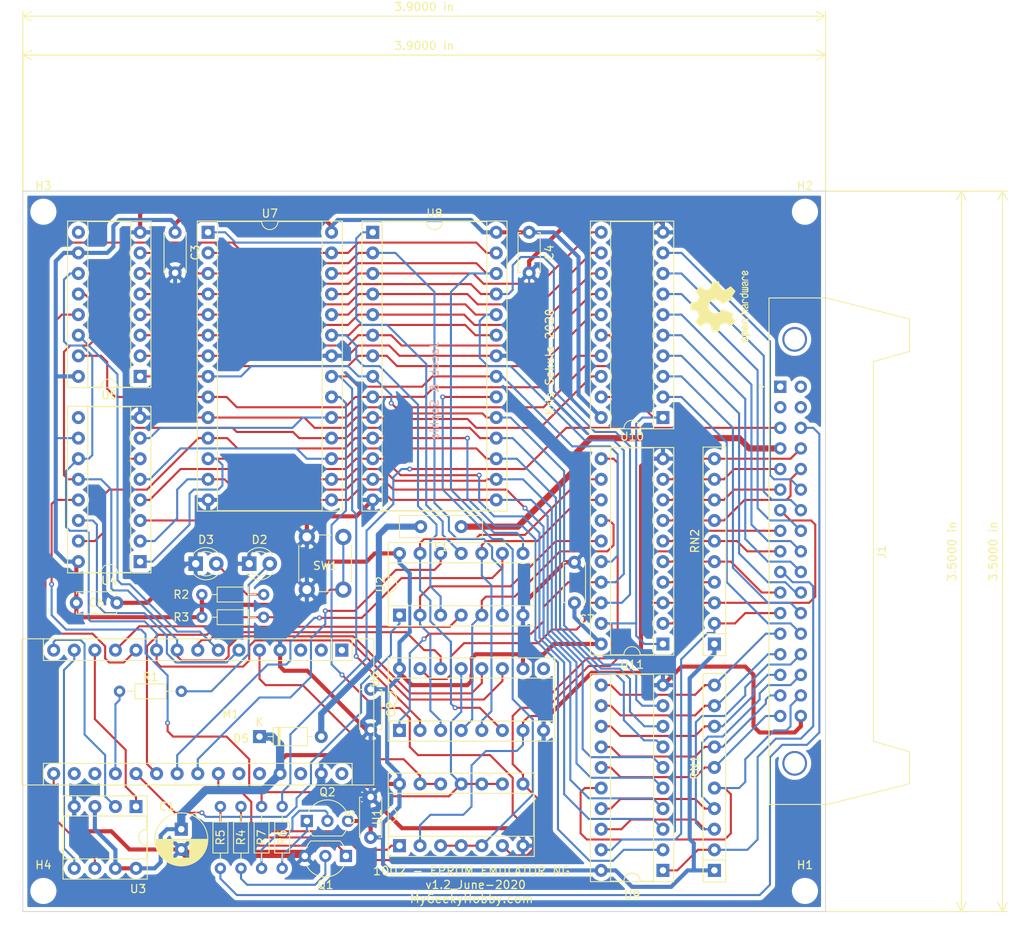
<source format=kicad_pcb>
(kicad_pcb (version 20171130) (host pcbnew "(5.1.5)-3")
  (layers (0 F.Cu signal) (31 B.Cu signal) (34 B.Paste user) (36 B.SilkS user) (37 F.SilkS user) (38 B.Mask user) (39 F.Mask user) (44 Edge.Cuts user))
  (net 0 "")
  (net 1 VCC)
  (net 2 GND)
  (net 3 "Net-(D2-Pad2)")
  (net 4 "Net-(D3-Pad2)")
  (net 5 /E_VCC)
  (net 6 /E_RESET)
  (net 7 /~E_RESET~)
  (net 8 /E_A15)
  (net 9 /E_A14)
  (net 10 /E_A12)
  (net 11 /E_A13)
  (net 12 /E_A7)
  (net 13 /E_A8)
  (net 14 /E_A6)
  (net 15 /E_A9)
  (net 16 /E_A5)
  (net 17 /E_A11)
  (net 18 /E_A4)
  (net 19 /E_~OE~)
  (net 20 /E_A3)
  (net 21 /E_A10)
  (net 22 /E_A2)
  (net 23 /E_~CS~)
  (net 24 /E_A1)
  (net 25 /E_D7)
  (net 26 /E_A0)
  (net 27 /E_D6)
  (net 28 /E_D0)
  (net 29 /E_D5)
  (net 30 /E_D1)
  (net 31 /E_D4)
  (net 32 /E_D2)
  (net 33 /E_D3)
  (net 34 /EN_RST)
  (net 35 /EN_A11)
  (net 36 /EN_A12)
  (net 37 /EN_A13)
  (net 38 /EN_A14)
  (net 39 /SCLK)
  (net 40 /EN_A15)
  (net 41 /~WE~)
  (net 42 "Net-(Q1-Pad1)")
  (net 43 "Net-(Q1-Pad2)")
  (net 44 "Net-(Q2-Pad2)")
  (net 45 "Net-(Q2-Pad1)")
  (net 46 /RESET)
  (net 47 /~RESET~)
  (net 48 /~CS1~)
  (net 49 /~CS2~)
  (net 50 /A15)
  (net 51 /GT_A13)
  (net 52 /A11)
  (net 53 /GT_A11)
  (net 54 /A13)
  (net 55 /GT_A14)
  (net 56 /A12)
  (net 57 /GT_A12)
  (net 58 /A14)
  (net 59 /D1)
  (net 60 /D2)
  (net 61 /D3)
  (net 62 /D4)
  (net 63 /D5)
  (net 64 /D6)
  (net 65 /D7)
  (net 66 /D0)
  (net 67 /A0)
  (net 68 /A7)
  (net 69 /A6)
  (net 70 /A5)
  (net 71 /A4)
  (net 72 /A3)
  (net 73 /A2)
  (net 74 /A1)
  (net 75 /A9)
  (net 76 /A10)
  (net 77 /A8)
  (net 78 "Net-(D5-Pad2)")
  (net 79 /MISO)
  (net 80 /SCK)
  (net 81 /MOSI)
  (net 82 /RUN_LED)
  (net 83 /LD_BTN)
  (net 84 /SS)
  (net 85 /DATA)
  (net 86 /ADLO)
  (net 87 /ADHI)
  (net 88 /DATA_LD)
  (module Symbol:OSHW-Logo2_9.8x8mm_SilkScreen (layer F.Cu) (at 197.993 62.23 90)
    (fp_text reference REF** hide)
    (fp_text value OSHW-Logo2_9.8x8mm_SilkScreen hide)
  )
  (module Package_TO_SOT_THT:TO-92_Inline_Wide (layer F.Cu) (at 146.939 125.73)
    (fp_text reference Q2 (at 2.54 -3.56) (layer F.SilkS))
    (fp_text value BC557)
    (pad 1 thru_hole rect (at 0 0 90) (size 1.5 1.5) (drill 0.8) (layers *.Cu *.Mask) (net 45 "Net-(Q2-Pad1)"))
    (pad 3 thru_hole circle (at 5.08 0 90) (size 1.5 1.5) (drill 0.8) (layers *.Cu *.Mask) (net 1 VCC))
    (pad 2 thru_hole circle (at 2.54 0 90) (size 1.5 1.5) (drill 0.8) (layers *.Cu *.Mask) (net 44 "Net-(Q2-Pad2)"))
  )
  (module Package_TO_SOT_THT:TO-92_Inline_Wide (layer F.Cu) (at 151.765 130.048 180)
    (fp_text reference Q1 (at 2.54 -3.56) (layer F.SilkS))
    (fp_text value BC547)
    (pad 1 thru_hole rect (at 0 0 270) (size 1.5 1.5) (drill 0.8) (layers *.Cu *.Mask) (net 42 "Net-(Q1-Pad1)"))
    (pad 3 thru_hole circle (at 5.08 0 270) (size 1.5 1.5) (drill 0.8) (layers *.Cu *.Mask) (net 2 GND))
    (pad 2 thru_hole circle (at 2.54 0 270) (size 1.5 1.5) (drill 0.8) (layers *.Cu *.Mask) (net 43 "Net-(Q1-Pad2)"))
  )
  (module Capacitor_THT:C_Disc_D4.7mm_W2.5mm_P5.00mm (layer F.Cu) (at 154.813 109.474 270)
    (fp_text reference C2 (at 2.5 -2.5 90) (layer F.SilkS))
    (fp_text value 100nF)
    (pad 2 thru_hole circle (at 5 0 270) (size 1.6 1.6) (drill 0.8) (layers *.Cu *.Mask) (net 2 GND))
    (pad 1 thru_hole circle (at 0 0 270) (size 1.6 1.6) (drill 0.8) (layers *.Cu *.Mask) (net 1 VCC))
  )
  (module Resistor_THT:R_Array_SIP10 (layer F.Cu) (at 197.231 103.886 90)
    (fp_text reference RN2 (at 12.7 -2.4 90) (layer F.SilkS))
    (fp_text value 10K)
    (pad 10 thru_hole oval (at 22.86 0 90) (size 1.6 1.6) (drill 0.8) (layers *.Cu *.Mask) (net 8 /E_A15))
    (pad 9 thru_hole oval (at 20.32 0 90) (size 1.6 1.6) (drill 0.8) (layers *.Cu *.Mask) (net 9 /E_A14))
    (pad 8 thru_hole oval (at 17.78 0 90) (size 1.6 1.6) (drill 0.8) (layers *.Cu *.Mask) (net 11 /E_A13))
    (pad 7 thru_hole oval (at 15.24 0 90) (size 1.6 1.6) (drill 0.8) (layers *.Cu *.Mask) (net 10 /E_A12))
    (pad 6 thru_hole oval (at 12.7 0 90) (size 1.6 1.6) (drill 0.8) (layers *.Cu *.Mask) (net 17 /E_A11))
    (pad 5 thru_hole oval (at 10.16 0 90) (size 1.6 1.6) (drill 0.8) (layers *.Cu *.Mask) (net 21 /E_A10))
    (pad 4 thru_hole oval (at 7.62 0 90) (size 1.6 1.6) (drill 0.8) (layers *.Cu *.Mask) (net 15 /E_A9))
    (pad 3 thru_hole oval (at 5.08 0 90) (size 1.6 1.6) (drill 0.8) (layers *.Cu *.Mask) (net 13 /E_A8))
    (pad 2 thru_hole oval (at 2.54 0 90) (size 1.6 1.6) (drill 0.8) (layers *.Cu *.Mask) (net 23 /E_~CS~))
    (pad 1 thru_hole rect (at 0 0 90) (size 1.6 1.6) (drill 0.8) (layers *.Cu *.Mask) (net 1 VCC))
  )
  (module Resistor_THT:R_Array_SIP10 (layer F.Cu) (at 197.231 131.826 90)
    (fp_text reference RN1 (at 12.7 -2.4 90) (layer F.SilkS))
    (fp_text value 10K)
    (pad 10 thru_hole oval (at 22.86 0 90) (size 1.6 1.6) (drill 0.8) (layers *.Cu *.Mask) (net 25 /E_D7))
    (pad 9 thru_hole oval (at 20.32 0 90) (size 1.6 1.6) (drill 0.8) (layers *.Cu *.Mask) (net 27 /E_D6))
    (pad 8 thru_hole oval (at 17.78 0 90) (size 1.6 1.6) (drill 0.8) (layers *.Cu *.Mask) (net 29 /E_D5))
    (pad 7 thru_hole oval (at 15.24 0 90) (size 1.6 1.6) (drill 0.8) (layers *.Cu *.Mask) (net 31 /E_D4))
    (pad 6 thru_hole oval (at 12.7 0 90) (size 1.6 1.6) (drill 0.8) (layers *.Cu *.Mask) (net 33 /E_D3))
    (pad 5 thru_hole oval (at 10.16 0 90) (size 1.6 1.6) (drill 0.8) (layers *.Cu *.Mask) (net 32 /E_D2))
    (pad 4 thru_hole oval (at 7.62 0 90) (size 1.6 1.6) (drill 0.8) (layers *.Cu *.Mask) (net 30 /E_D1))
    (pad 3 thru_hole oval (at 5.08 0 90) (size 1.6 1.6) (drill 0.8) (layers *.Cu *.Mask) (net 28 /E_D0))
    (pad 2 thru_hole oval (at 2.54 0 90) (size 1.6 1.6) (drill 0.8) (layers *.Cu *.Mask) (net 19 /E_~OE~))
    (pad 1 thru_hole rect (at 0 0 90) (size 1.6 1.6) (drill 0.8) (layers *.Cu *.Mask) (net 1 VCC))
  )
  (module Package_DIP:DIP-16_W7.62mm_Socket (layer F.Cu) (at 126.365 93.726 180)
    (fp_text reference U4 (at 3.81 -2.33) (layer F.SilkS))
    (fp_text value 74HC595)
    (pad 16 thru_hole oval (at 7.62 0 180) (size 1.6 1.6) (drill 0.8) (layers *.Cu *.Mask) (net 1 VCC))
    (pad 8 thru_hole oval (at 0 17.78 180) (size 1.6 1.6) (drill 0.8) (layers *.Cu *.Mask) (net 2 GND))
    (pad 15 thru_hole oval (at 7.62 2.54 180) (size 1.6 1.6) (drill 0.8) (layers *.Cu *.Mask) (net 66 /D0))
    (pad 7 thru_hole oval (at 0 15.24 180) (size 1.6 1.6) (drill 0.8) (layers *.Cu *.Mask) (net 65 /D7))
    (pad 14 thru_hole oval (at 7.62 5.08 180) (size 1.6 1.6) (drill 0.8) (layers *.Cu *.Mask) (net 85 /DATA))
    (pad 6 thru_hole oval (at 0 12.7 180) (size 1.6 1.6) (drill 0.8) (layers *.Cu *.Mask) (net 64 /D6))
    (pad 13 thru_hole oval (at 7.62 7.62 180) (size 1.6 1.6) (drill 0.8) (layers *.Cu *.Mask) (net 47 /~RESET~))
    (pad 5 thru_hole oval (at 0 10.16 180) (size 1.6 1.6) (drill 0.8) (layers *.Cu *.Mask) (net 63 /D5))
    (pad 12 thru_hole oval (at 7.62 10.16 180) (size 1.6 1.6) (drill 0.8) (layers *.Cu *.Mask) (net 88 /DATA_LD))
    (pad 4 thru_hole oval (at 0 7.62 180) (size 1.6 1.6) (drill 0.8) (layers *.Cu *.Mask) (net 62 /D4))
    (pad 11 thru_hole oval (at 7.62 12.7 180) (size 1.6 1.6) (drill 0.8) (layers *.Cu *.Mask) (net 39 /SCLK))
    (pad 3 thru_hole oval (at 0 5.08 180) (size 1.6 1.6) (drill 0.8) (layers *.Cu *.Mask) (net 61 /D3))
    (pad 10 thru_hole oval (at 7.62 15.24 180) (size 1.6 1.6) (drill 0.8) (layers *.Cu *.Mask) (net 1 VCC))
    (pad 2 thru_hole oval (at 0 2.54 180) (size 1.6 1.6) (drill 0.8) (layers *.Cu *.Mask) (net 60 /D2))
    (pad 9 thru_hole oval (at 7.62 17.78 180) (size 1.6 1.6) (drill 0.8) (layers *.Cu *.Mask))
    (pad 1 thru_hole rect (at 0 0 180) (size 1.6 1.6) (drill 0.8) (layers *.Cu *.Mask) (net 59 /D1))
  )
  (module Resistor_THT:R_Axial_DIN0204_L3.6mm_D1.6mm_P7.62mm_Horizontal (layer F.Cu) (at 136.271 131.572 90)
    (fp_text reference R5 (at 3.81 0 90) (layer F.SilkS))
    (fp_text value 10R)
    (pad 2 thru_hole oval (at 7.62 0 90) (size 1.4 1.4) (drill 0.7) (layers *.Cu *.Mask) (net 42 "Net-(Q1-Pad1)"))
    (pad 1 thru_hole circle (at 0 0 90) (size 1.4 1.4) (drill 0.7) (layers *.Cu *.Mask) (net 7 /~E_RESET~))
  )
  (module Module:Arduino_Nano (layer F.Cu) (at 151.257 104.648 270)
    (fp_text reference M1 (at 7.874 13.716 180) (layer F.SilkS))
    (fp_text value "Arduino Nano v3.0")
    (pad 1 thru_hole rect (at 0 0 270) (size 1.6 1.6) (drill 0.8) (layers *.Cu *.Mask))
    (pad 17 thru_hole oval (at 15.24 33.02 270) (size 1.6 1.6) (drill 0.8) (layers *.Cu *.Mask))
    (pad 2 thru_hole oval (at 0 2.54 270) (size 1.6 1.6) (drill 0.8) (layers *.Cu *.Mask))
    (pad 18 thru_hole oval (at 15.24 30.48 270) (size 1.6 1.6) (drill 0.8) (layers *.Cu *.Mask))
    (pad 3 thru_hole oval (at 0 5.08 270) (size 1.6 1.6) (drill 0.8) (layers *.Cu *.Mask))
    (pad 19 thru_hole oval (at 15.24 27.94 270) (size 1.6 1.6) (drill 0.8) (layers *.Cu *.Mask) (net 82 /RUN_LED))
    (pad 4 thru_hole oval (at 0 7.62 270) (size 1.6 1.6) (drill 0.8) (layers *.Cu *.Mask) (net 2 GND))
    (pad 20 thru_hole oval (at 15.24 25.4 270) (size 1.6 1.6) (drill 0.8) (layers *.Cu *.Mask) (net 35 /EN_A11))
    (pad 5 thru_hole oval (at 0 10.16 270) (size 1.6 1.6) (drill 0.8) (layers *.Cu *.Mask) (net 34 /EN_RST))
    (pad 21 thru_hole oval (at 15.24 22.86 270) (size 1.6 1.6) (drill 0.8) (layers *.Cu *.Mask) (net 36 /EN_A12))
    (pad 6 thru_hole oval (at 0 12.7 270) (size 1.6 1.6) (drill 0.8) (layers *.Cu *.Mask) (net 85 /DATA))
    (pad 22 thru_hole oval (at 15.24 20.32 270) (size 1.6 1.6) (drill 0.8) (layers *.Cu *.Mask) (net 37 /EN_A13))
    (pad 7 thru_hole oval (at 0 15.24 270) (size 1.6 1.6) (drill 0.8) (layers *.Cu *.Mask) (net 86 /ADLO))
    (pad 23 thru_hole oval (at 15.24 17.78 270) (size 1.6 1.6) (drill 0.8) (layers *.Cu *.Mask) (net 38 /EN_A14))
    (pad 8 thru_hole oval (at 0 17.78 270) (size 1.6 1.6) (drill 0.8) (layers *.Cu *.Mask) (net 87 /ADHI))
    (pad 24 thru_hole oval (at 15.24 15.24 270) (size 1.6 1.6) (drill 0.8) (layers *.Cu *.Mask) (net 40 /EN_A15))
    (pad 9 thru_hole oval (at 0 20.32 270) (size 1.6 1.6) (drill 0.8) (layers *.Cu *.Mask) (net 88 /DATA_LD))
    (pad 25 thru_hole oval (at 15.24 12.7 270) (size 1.6 1.6) (drill 0.8) (layers *.Cu *.Mask))
    (pad 10 thru_hole oval (at 0 22.86 270) (size 1.6 1.6) (drill 0.8) (layers *.Cu *.Mask) (net 39 /SCLK))
    (pad 26 thru_hole oval (at 15.24 10.16 270) (size 1.6 1.6) (drill 0.8) (layers *.Cu *.Mask))
    (pad 11 thru_hole oval (at 0 25.4 270) (size 1.6 1.6) (drill 0.8) (layers *.Cu *.Mask) (net 41 /~WE~))
    (pad 27 thru_hole oval (at 15.24 7.62 270) (size 1.6 1.6) (drill 0.8) (layers *.Cu *.Mask) (net 1 VCC))
    (pad 12 thru_hole oval (at 0 27.94 270) (size 1.6 1.6) (drill 0.8) (layers *.Cu *.Mask) (net 83 /LD_BTN))
    (pad 28 thru_hole oval (at 15.24 5.08 270) (size 1.6 1.6) (drill 0.8) (layers *.Cu *.Mask))
    (pad 13 thru_hole oval (at 0 30.48 270) (size 1.6 1.6) (drill 0.8) (layers *.Cu *.Mask) (net 84 /SS))
    (pad 29 thru_hole oval (at 15.24 2.54 270) (size 1.6 1.6) (drill 0.8) (layers *.Cu *.Mask) (net 2 GND))
    (pad 14 thru_hole oval (at 0 33.02 270) (size 1.6 1.6) (drill 0.8) (layers *.Cu *.Mask) (net 81 /MOSI))
    (pad 30 thru_hole oval (at 15.24 0 270) (size 1.6 1.6) (drill 0.8) (layers *.Cu *.Mask))
    (pad 15 thru_hole oval (at 0 35.56 270) (size 1.6 1.6) (drill 0.8) (layers *.Cu *.Mask) (net 79 /MISO))
    (pad 16 thru_hole oval (at 15.24 35.56 270) (size 1.6 1.6) (drill 0.8) (layers *.Cu *.Mask) (net 80 /SCK))
  )
  (module Package_DIP:DIP-16_W7.62mm_Socket (layer F.Cu) (at 158.369 114.554 90)
    (fp_text reference U6 (at 6.35 -3.048 90) (layer F.SilkS))
    (fp_text value 74HC595)
    (pad 16 thru_hole oval (at 7.62 0 90) (size 1.6 1.6) (drill 0.8) (layers *.Cu *.Mask) (net 1 VCC))
    (pad 8 thru_hole oval (at 0 17.78 90) (size 1.6 1.6) (drill 0.8) (layers *.Cu *.Mask) (net 2 GND))
    (pad 15 thru_hole oval (at 7.62 2.54 90) (size 1.6 1.6) (drill 0.8) (layers *.Cu *.Mask) (net 77 /A8))
    (pad 7 thru_hole oval (at 0 15.24 90) (size 1.6 1.6) (drill 0.8) (layers *.Cu *.Mask) (net 50 /A15))
    (pad 14 thru_hole oval (at 7.62 5.08 90) (size 1.6 1.6) (drill 0.8) (layers *.Cu *.Mask) (net 87 /ADHI))
    (pad 6 thru_hole oval (at 0 12.7 90) (size 1.6 1.6) (drill 0.8) (layers *.Cu *.Mask) (net 58 /A14))
    (pad 13 thru_hole oval (at 7.62 7.62 90) (size 1.6 1.6) (drill 0.8) (layers *.Cu *.Mask) (net 47 /~RESET~))
    (pad 5 thru_hole oval (at 0 10.16 90) (size 1.6 1.6) (drill 0.8) (layers *.Cu *.Mask) (net 54 /A13))
    (pad 12 thru_hole oval (at 7.62 10.16 90) (size 1.6 1.6) (drill 0.8) (layers *.Cu *.Mask) (net 88 /DATA_LD))
    (pad 4 thru_hole oval (at 0 7.62 90) (size 1.6 1.6) (drill 0.8) (layers *.Cu *.Mask) (net 56 /A12))
    (pad 11 thru_hole oval (at 7.62 12.7 90) (size 1.6 1.6) (drill 0.8) (layers *.Cu *.Mask) (net 39 /SCLK))
    (pad 3 thru_hole oval (at 0 5.08 90) (size 1.6 1.6) (drill 0.8) (layers *.Cu *.Mask) (net 52 /A11))
    (pad 10 thru_hole oval (at 7.62 15.24 90) (size 1.6 1.6) (drill 0.8) (layers *.Cu *.Mask) (net 1 VCC))
    (pad 2 thru_hole oval (at 0 2.54 90) (size 1.6 1.6) (drill 0.8) (layers *.Cu *.Mask) (net 76 /A10))
    (pad 9 thru_hole oval (at 7.62 17.78 90) (size 1.6 1.6) (drill 0.8) (layers *.Cu *.Mask))
    (pad 1 thru_hole rect (at 0 0 90) (size 1.6 1.6) (drill 0.8) (layers *.Cu *.Mask) (net 75 /A9))
  )
  (module Package_DIP:DIP-28_W15.24mm_Socket (layer F.Cu) (at 134.747 53.086)
    (fp_text reference U7 (at 7.62 -2.33) (layer F.SilkS))
    (fp_text value HM62256B)
    (pad 1 thru_hole rect (at 0 0) (size 1.6 1.6) (drill 0.8) (layers *.Cu *.Mask) (net 55 /GT_A14))
    (pad 15 thru_hole oval (at 15.24 33.02) (size 1.6 1.6) (drill 0.8) (layers *.Cu *.Mask) (net 61 /D3))
    (pad 2 thru_hole oval (at 0 2.54) (size 1.6 1.6) (drill 0.8) (layers *.Cu *.Mask) (net 57 /GT_A12))
    (pad 16 thru_hole oval (at 15.24 30.48) (size 1.6 1.6) (drill 0.8) (layers *.Cu *.Mask) (net 62 /D4))
    (pad 3 thru_hole oval (at 0 5.08) (size 1.6 1.6) (drill 0.8) (layers *.Cu *.Mask) (net 68 /A7))
    (pad 17 thru_hole oval (at 15.24 27.94) (size 1.6 1.6) (drill 0.8) (layers *.Cu *.Mask) (net 63 /D5))
    (pad 4 thru_hole oval (at 0 7.62) (size 1.6 1.6) (drill 0.8) (layers *.Cu *.Mask) (net 69 /A6))
    (pad 18 thru_hole oval (at 15.24 25.4) (size 1.6 1.6) (drill 0.8) (layers *.Cu *.Mask) (net 64 /D6))
    (pad 5 thru_hole oval (at 0 10.16) (size 1.6 1.6) (drill 0.8) (layers *.Cu *.Mask) (net 70 /A5))
    (pad 19 thru_hole oval (at 15.24 22.86) (size 1.6 1.6) (drill 0.8) (layers *.Cu *.Mask) (net 65 /D7))
    (pad 6 thru_hole oval (at 0 12.7) (size 1.6 1.6) (drill 0.8) (layers *.Cu *.Mask) (net 71 /A4))
    (pad 20 thru_hole oval (at 15.24 20.32) (size 1.6 1.6) (drill 0.8) (layers *.Cu *.Mask) (net 48 /~CS1~))
    (pad 7 thru_hole oval (at 0 15.24) (size 1.6 1.6) (drill 0.8) (layers *.Cu *.Mask) (net 72 /A3))
    (pad 21 thru_hole oval (at 15.24 17.78) (size 1.6 1.6) (drill 0.8) (layers *.Cu *.Mask) (net 76 /A10))
    (pad 8 thru_hole oval (at 0 17.78) (size 1.6 1.6) (drill 0.8) (layers *.Cu *.Mask) (net 73 /A2))
    (pad 22 thru_hole oval (at 15.24 15.24) (size 1.6 1.6) (drill 0.8) (layers *.Cu *.Mask) (net 2 GND))
    (pad 9 thru_hole oval (at 0 20.32) (size 1.6 1.6) (drill 0.8) (layers *.Cu *.Mask) (net 74 /A1))
    (pad 23 thru_hole oval (at 15.24 12.7) (size 1.6 1.6) (drill 0.8) (layers *.Cu *.Mask) (net 53 /GT_A11))
    (pad 10 thru_hole oval (at 0 22.86) (size 1.6 1.6) (drill 0.8) (layers *.Cu *.Mask) (net 67 /A0))
    (pad 24 thru_hole oval (at 15.24 10.16) (size 1.6 1.6) (drill 0.8) (layers *.Cu *.Mask) (net 75 /A9))
    (pad 11 thru_hole oval (at 0 25.4) (size 1.6 1.6) (drill 0.8) (layers *.Cu *.Mask) (net 66 /D0))
    (pad 25 thru_hole oval (at 15.24 7.62) (size 1.6 1.6) (drill 0.8) (layers *.Cu *.Mask) (net 77 /A8))
    (pad 12 thru_hole oval (at 0 27.94) (size 1.6 1.6) (drill 0.8) (layers *.Cu *.Mask) (net 59 /D1))
    (pad 26 thru_hole oval (at 15.24 5.08) (size 1.6 1.6) (drill 0.8) (layers *.Cu *.Mask) (net 51 /GT_A13))
    (pad 13 thru_hole oval (at 0 30.48) (size 1.6 1.6) (drill 0.8) (layers *.Cu *.Mask) (net 60 /D2))
    (pad 27 thru_hole oval (at 15.24 2.54) (size 1.6 1.6) (drill 0.8) (layers *.Cu *.Mask) (net 41 /~WE~))
    (pad 14 thru_hole oval (at 0 33.02) (size 1.6 1.6) (drill 0.8) (layers *.Cu *.Mask) (net 2 GND))
    (pad 28 thru_hole oval (at 15.24 0) (size 1.6 1.6) (drill 0.8) (layers *.Cu *.Mask) (net 1 VCC))
  )
  (module MountingHole:MountingHole_2.2mm_M2 (layer F.Cu) (at 114.427 134.366)
    (fp_text reference H4 (at 0 -3.2) (layer F.SilkS))
    (fp_text value MountingHole)
    (pad 1 np_thru_hole circle (at 0 0) (size 2.2 2.2) (drill 2.2) (layers *.Cu *.Mask))
  )
  (module MountingHole:MountingHole_2.2mm_M2 (layer F.Cu) (at 114.427 50.546)
    (fp_text reference H3 (at 0 -3.2) (layer F.SilkS))
    (fp_text value MountingHole)
    (pad 1 np_thru_hole circle (at 0 0) (size 2.2 2.2) (drill 2.2) (layers *.Cu *.Mask))
  )
  (module MountingHole:MountingHole_2.2mm_M2 (layer F.Cu) (at 208.407 50.546)
    (fp_text reference H2 (at 0 -3.2) (layer F.SilkS))
    (fp_text value MountingHole)
    (pad 1 np_thru_hole circle (at 0 0) (size 2.2 2.2) (drill 2.2) (layers *.Cu *.Mask))
  )
  (module MountingHole:MountingHole_2.2mm_M2 (layer F.Cu) (at 208.407 134.366)
    (fp_text reference H1 (at 0 -3.2) (layer F.SilkS))
    (fp_text value MountingHole)
    (pad 1 np_thru_hole circle (at 0 0) (size 2.2 2.2) (drill 2.2) (layers *.Cu *.Mask))
  )
  (module Connector_IDC:IDC-Header_2x17_P2.54mm_Horizontal_Lock (layer F.Cu) (at 205.359 72.136)
    (fp_text reference J1 (at 12.5 20.4 270) (layer F.SilkS))
    (fp_text value IDC34)
    (pad "" thru_hole circle (at 1.78 -5.84 270) (size 3.05 3.05) (drill 2.54) (layers *.Cu *.Mask))
    (pad "" thru_hole circle (at 1.78 46.48 270) (size 3.05 3.05) (drill 2.54) (layers *.Cu *.Mask))
    (pad 1 thru_hole rect (at 0 0 270) (size 1.52 1.52) (drill 0.81) (layers *.Cu *.Mask))
    (pad 2 thru_hole circle (at 2.54 0 270) (size 1.52 1.52) (drill 0.81) (layers *.Cu *.Mask))
    (pad 3 thru_hole circle (at 0 2.54 270) (size 1.52 1.52) (drill 0.81) (layers *.Cu *.Mask))
    (pad 4 thru_hole circle (at 2.54 2.54 270) (size 1.52 1.52) (drill 0.81) (layers *.Cu *.Mask))
    (pad 5 thru_hole circle (at 0 5.08 270) (size 1.52 1.52) (drill 0.81) (layers *.Cu *.Mask) (net 6 /E_RESET))
    (pad 6 thru_hole circle (at 2.54 5.08 270) (size 1.52 1.52) (drill 0.81) (layers *.Cu *.Mask) (net 7 /~E_RESET~))
    (pad 7 thru_hole circle (at 0 7.62 270) (size 1.52 1.52) (drill 0.81) (layers *.Cu *.Mask) (net 5 /E_VCC))
    (pad 8 thru_hole circle (at 2.54 7.62 270) (size 1.52 1.52) (drill 0.81) (layers *.Cu *.Mask) (net 8 /E_A15))
    (pad 9 thru_hole circle (at 0 10.16 270) (size 1.52 1.52) (drill 0.81) (layers *.Cu *.Mask) (net 9 /E_A14))
    (pad 10 thru_hole circle (at 2.54 10.16 270) (size 1.52 1.52) (drill 0.81) (layers *.Cu *.Mask) (net 10 /E_A12))
    (pad 11 thru_hole circle (at 0 12.7 270) (size 1.52 1.52) (drill 0.81) (layers *.Cu *.Mask) (net 11 /E_A13))
    (pad 12 thru_hole circle (at 2.54 12.7 270) (size 1.52 1.52) (drill 0.81) (layers *.Cu *.Mask) (net 12 /E_A7))
    (pad 13 thru_hole circle (at 0 15.24 270) (size 1.52 1.52) (drill 0.81) (layers *.Cu *.Mask) (net 13 /E_A8))
    (pad 14 thru_hole circle (at 2.54 15.24 270) (size 1.52 1.52) (drill 0.81) (layers *.Cu *.Mask) (net 14 /E_A6))
    (pad 15 thru_hole circle (at 0 17.78 270) (size 1.52 1.52) (drill 0.81) (layers *.Cu *.Mask) (net 15 /E_A9))
    (pad 16 thru_hole circle (at 2.54 17.78 270) (size 1.52 1.52) (drill 0.81) (layers *.Cu *.Mask) (net 16 /E_A5))
    (pad 17 thru_hole circle (at 0 20.32 270) (size 1.52 1.52) (drill 0.81) (layers *.Cu *.Mask) (net 17 /E_A11))
    (pad 18 thru_hole circle (at 2.54 20.32 270) (size 1.52 1.52) (drill 0.81) (layers *.Cu *.Mask) (net 18 /E_A4))
    (pad 19 thru_hole circle (at 0 22.86 270) (size 1.52 1.52) (drill 0.81) (layers *.Cu *.Mask) (net 19 /E_~OE~))
    (pad 20 thru_hole circle (at 2.54 22.86 270) (size 1.52 1.52) (drill 0.81) (layers *.Cu *.Mask) (net 20 /E_A3))
    (pad 21 thru_hole circle (at 0 25.4 270) (size 1.52 1.52) (drill 0.81) (layers *.Cu *.Mask) (net 21 /E_A10))
    (pad 22 thru_hole circle (at 2.54 25.4 270) (size 1.52 1.52) (drill 0.81) (layers *.Cu *.Mask) (net 22 /E_A2))
    (pad 23 thru_hole circle (at 0 27.94 270) (size 1.52 1.52) (drill 0.81) (layers *.Cu *.Mask) (net 23 /E_~CS~))
    (pad 24 thru_hole circle (at 2.54 27.94 270) (size 1.52 1.52) (drill 0.81) (layers *.Cu *.Mask) (net 24 /E_A1))
    (pad 25 thru_hole circle (at 0 30.48 270) (size 1.52 1.52) (drill 0.81) (layers *.Cu *.Mask) (net 25 /E_D7))
    (pad 26 thru_hole circle (at 2.54 30.48 270) (size 1.52 1.52) (drill 0.81) (layers *.Cu *.Mask) (net 26 /E_A0))
    (pad 27 thru_hole circle (at 0 33.02 270) (size 1.52 1.52) (drill 0.81) (layers *.Cu *.Mask) (net 27 /E_D6))
    (pad 28 thru_hole circle (at 2.54 33.02 270) (size 1.52 1.52) (drill 0.81) (layers *.Cu *.Mask) (net 28 /E_D0))
    (pad 29 thru_hole circle (at 0 35.56 270) (size 1.52 1.52) (drill 0.81) (layers *.Cu *.Mask) (net 29 /E_D5))
    (pad 30 thru_hole circle (at 2.54 35.56 270) (size 1.52 1.52) (drill 0.81) (layers *.Cu *.Mask) (net 30 /E_D1))
    (pad 31 thru_hole circle (at 0 38.1 270) (size 1.52 1.52) (drill 0.81) (layers *.Cu *.Mask) (net 31 /E_D4))
    (pad 32 thru_hole circle (at 2.54 38.1 270) (size 1.52 1.52) (drill 0.81) (layers *.Cu *.Mask) (net 32 /E_D2))
    (pad 33 thru_hole circle (at 0 40.64 270) (size 1.52 1.52) (drill 0.81) (layers *.Cu *.Mask) (net 33 /E_D3))
    (pad 34 thru_hole circle (at 2.54 40.64 270) (size 1.52 1.52) (drill 0.81) (layers *.Cu *.Mask) (net 2 GND))
  )
  (module Package_DIP:DIP-20_W7.62mm_Socket (layer F.Cu) (at 190.881 131.826 180)
    (fp_text reference U9 (at 3.81 -3.048) (layer F.SilkS))
    (fp_text value 74HC541)
    (pad 20 thru_hole oval (at 7.62 0 180) (size 1.6 1.6) (drill 0.8) (layers *.Cu *.Mask) (net 1 VCC))
    (pad 10 thru_hole oval (at 0 22.86 180) (size 1.6 1.6) (drill 0.8) (layers *.Cu *.Mask) (net 2 GND))
    (pad 19 thru_hole oval (at 7.62 2.54 180) (size 1.6 1.6) (drill 0.8) (layers *.Cu *.Mask) (net 23 /E_~CS~))
    (pad 9 thru_hole oval (at 0 20.32 180) (size 1.6 1.6) (drill 0.8) (layers *.Cu *.Mask) (net 65 /D7))
    (pad 18 thru_hole oval (at 7.62 5.08 180) (size 1.6 1.6) (drill 0.8) (layers *.Cu *.Mask) (net 28 /E_D0))
    (pad 8 thru_hole oval (at 0 17.78 180) (size 1.6 1.6) (drill 0.8) (layers *.Cu *.Mask) (net 64 /D6))
    (pad 17 thru_hole oval (at 7.62 7.62 180) (size 1.6 1.6) (drill 0.8) (layers *.Cu *.Mask) (net 30 /E_D1))
    (pad 7 thru_hole oval (at 0 15.24 180) (size 1.6 1.6) (drill 0.8) (layers *.Cu *.Mask) (net 63 /D5))
    (pad 16 thru_hole oval (at 7.62 10.16 180) (size 1.6 1.6) (drill 0.8) (layers *.Cu *.Mask) (net 32 /E_D2))
    (pad 6 thru_hole oval (at 0 12.7 180) (size 1.6 1.6) (drill 0.8) (layers *.Cu *.Mask) (net 62 /D4))
    (pad 15 thru_hole oval (at 7.62 12.7 180) (size 1.6 1.6) (drill 0.8) (layers *.Cu *.Mask) (net 33 /E_D3))
    (pad 5 thru_hole oval (at 0 10.16 180) (size 1.6 1.6) (drill 0.8) (layers *.Cu *.Mask) (net 61 /D3))
    (pad 14 thru_hole oval (at 7.62 15.24 180) (size 1.6 1.6) (drill 0.8) (layers *.Cu *.Mask) (net 31 /E_D4))
    (pad 4 thru_hole oval (at 0 7.62 180) (size 1.6 1.6) (drill 0.8) (layers *.Cu *.Mask) (net 60 /D2))
    (pad 13 thru_hole oval (at 7.62 17.78 180) (size 1.6 1.6) (drill 0.8) (layers *.Cu *.Mask) (net 29 /E_D5))
    (pad 3 thru_hole oval (at 0 5.08 180) (size 1.6 1.6) (drill 0.8) (layers *.Cu *.Mask) (net 59 /D1))
    (pad 12 thru_hole oval (at 7.62 20.32 180) (size 1.6 1.6) (drill 0.8) (layers *.Cu *.Mask) (net 27 /E_D6))
    (pad 2 thru_hole oval (at 0 2.54 180) (size 1.6 1.6) (drill 0.8) (layers *.Cu *.Mask) (net 66 /D0))
    (pad 11 thru_hole oval (at 7.62 22.86 180) (size 1.6 1.6) (drill 0.8) (layers *.Cu *.Mask) (net 25 /E_D7))
    (pad 1 thru_hole rect (at 0 0 180) (size 1.6 1.6) (drill 0.8) (layers *.Cu *.Mask) (net 19 /E_~OE~))
  )
  (module Package_DIP:DIP-20_W7.62mm_Socket (layer F.Cu) (at 190.881 103.886 180)
    (fp_text reference U11 (at 3.81 -2.54) (layer F.SilkS))
    (fp_text value 74HC541)
    (pad 20 thru_hole oval (at 7.62 0 180) (size 1.6 1.6) (drill 0.8) (layers *.Cu *.Mask) (net 1 VCC))
    (pad 10 thru_hole oval (at 0 22.86 180) (size 1.6 1.6) (drill 0.8) (layers *.Cu *.Mask) (net 2 GND))
    (pad 19 thru_hole oval (at 7.62 2.54 180) (size 1.6 1.6) (drill 0.8) (layers *.Cu *.Mask) (net 46 /RESET))
    (pad 9 thru_hole oval (at 0 20.32 180) (size 1.6 1.6) (drill 0.8) (layers *.Cu *.Mask) (net 8 /E_A15))
    (pad 18 thru_hole oval (at 7.62 5.08 180) (size 1.6 1.6) (drill 0.8) (layers *.Cu *.Mask) (net 77 /A8))
    (pad 8 thru_hole oval (at 0 17.78 180) (size 1.6 1.6) (drill 0.8) (layers *.Cu *.Mask) (net 9 /E_A14))
    (pad 17 thru_hole oval (at 7.62 7.62 180) (size 1.6 1.6) (drill 0.8) (layers *.Cu *.Mask) (net 75 /A9))
    (pad 7 thru_hole oval (at 0 15.24 180) (size 1.6 1.6) (drill 0.8) (layers *.Cu *.Mask) (net 11 /E_A13))
    (pad 16 thru_hole oval (at 7.62 10.16 180) (size 1.6 1.6) (drill 0.8) (layers *.Cu *.Mask) (net 76 /A10))
    (pad 6 thru_hole oval (at 0 12.7 180) (size 1.6 1.6) (drill 0.8) (layers *.Cu *.Mask) (net 10 /E_A12))
    (pad 15 thru_hole oval (at 7.62 12.7 180) (size 1.6 1.6) (drill 0.8) (layers *.Cu *.Mask) (net 52 /A11))
    (pad 5 thru_hole oval (at 0 10.16 180) (size 1.6 1.6) (drill 0.8) (layers *.Cu *.Mask) (net 17 /E_A11))
    (pad 14 thru_hole oval (at 7.62 15.24 180) (size 1.6 1.6) (drill 0.8) (layers *.Cu *.Mask) (net 56 /A12))
    (pad 4 thru_hole oval (at 0 7.62 180) (size 1.6 1.6) (drill 0.8) (layers *.Cu *.Mask) (net 21 /E_A10))
    (pad 13 thru_hole oval (at 7.62 17.78 180) (size 1.6 1.6) (drill 0.8) (layers *.Cu *.Mask) (net 54 /A13))
    (pad 3 thru_hole oval (at 0 5.08 180) (size 1.6 1.6) (drill 0.8) (layers *.Cu *.Mask) (net 15 /E_A9))
    (pad 12 thru_hole oval (at 7.62 20.32 180) (size 1.6 1.6) (drill 0.8) (layers *.Cu *.Mask) (net 58 /A14))
    (pad 2 thru_hole oval (at 0 2.54 180) (size 1.6 1.6) (drill 0.8) (layers *.Cu *.Mask) (net 13 /E_A8))
    (pad 11 thru_hole oval (at 7.62 22.86 180) (size 1.6 1.6) (drill 0.8) (layers *.Cu *.Mask) (net 50 /A15))
    (pad 1 thru_hole rect (at 0 0 180) (size 1.6 1.6) (drill 0.8) (layers *.Cu *.Mask) (net 46 /RESET))
  )
  (module Package_DIP:DIP-28_W15.24mm_Socket (layer F.Cu) (at 155.067 53.086)
    (fp_text reference U8 (at 7.62 -2.33) (layer F.SilkS))
    (fp_text value HM62256B)
    (pad 28 thru_hole oval (at 15.24 0) (size 1.6 1.6) (drill 0.8) (layers *.Cu *.Mask) (net 1 VCC))
    (pad 14 thru_hole oval (at 0 33.02) (size 1.6 1.6) (drill 0.8) (layers *.Cu *.Mask) (net 2 GND))
    (pad 27 thru_hole oval (at 15.24 2.54) (size 1.6 1.6) (drill 0.8) (layers *.Cu *.Mask) (net 41 /~WE~))
    (pad 13 thru_hole oval (at 0 30.48) (size 1.6 1.6) (drill 0.8) (layers *.Cu *.Mask) (net 60 /D2))
    (pad 26 thru_hole oval (at 15.24 5.08) (size 1.6 1.6) (drill 0.8) (layers *.Cu *.Mask) (net 51 /GT_A13))
    (pad 12 thru_hole oval (at 0 27.94) (size 1.6 1.6) (drill 0.8) (layers *.Cu *.Mask) (net 59 /D1))
    (pad 25 thru_hole oval (at 15.24 7.62) (size 1.6 1.6) (drill 0.8) (layers *.Cu *.Mask) (net 77 /A8))
    (pad 11 thru_hole oval (at 0 25.4) (size 1.6 1.6) (drill 0.8) (layers *.Cu *.Mask) (net 66 /D0))
    (pad 24 thru_hole oval (at 15.24 10.16) (size 1.6 1.6) (drill 0.8) (layers *.Cu *.Mask) (net 75 /A9))
    (pad 10 thru_hole oval (at 0 22.86) (size 1.6 1.6) (drill 0.8) (layers *.Cu *.Mask) (net 67 /A0))
    (pad 23 thru_hole oval (at 15.24 12.7) (size 1.6 1.6) (drill 0.8) (layers *.Cu *.Mask) (net 53 /GT_A11))
    (pad 9 thru_hole oval (at 0 20.32) (size 1.6 1.6) (drill 0.8) (layers *.Cu *.Mask) (net 74 /A1))
    (pad 22 thru_hole oval (at 15.24 15.24) (size 1.6 1.6) (drill 0.8) (layers *.Cu *.Mask) (net 2 GND))
    (pad 8 thru_hole oval (at 0 17.78) (size 1.6 1.6) (drill 0.8) (layers *.Cu *.Mask) (net 73 /A2))
    (pad 21 thru_hole oval (at 15.24 17.78) (size 1.6 1.6) (drill 0.8) (layers *.Cu *.Mask) (net 76 /A10))
    (pad 7 thru_hole oval (at 0 15.24) (size 1.6 1.6) (drill 0.8) (layers *.Cu *.Mask) (net 72 /A3))
    (pad 20 thru_hole oval (at 15.24 20.32) (size 1.6 1.6) (drill 0.8) (layers *.Cu *.Mask) (net 49 /~CS2~))
    (pad 6 thru_hole oval (at 0 12.7) (size 1.6 1.6) (drill 0.8) (layers *.Cu *.Mask) (net 71 /A4))
    (pad 19 thru_hole oval (at 15.24 22.86) (size 1.6 1.6) (drill 0.8) (layers *.Cu *.Mask) (net 65 /D7))
    (pad 5 thru_hole oval (at 0 10.16) (size 1.6 1.6) (drill 0.8) (layers *.Cu *.Mask) (net 70 /A5))
    (pad 18 thru_hole oval (at 15.24 25.4) (size 1.6 1.6) (drill 0.8) (layers *.Cu *.Mask) (net 64 /D6))
    (pad 4 thru_hole oval (at 0 7.62) (size 1.6 1.6) (drill 0.8) (layers *.Cu *.Mask) (net 69 /A6))
    (pad 17 thru_hole oval (at 15.24 27.94) (size 1.6 1.6) (drill 0.8) (layers *.Cu *.Mask) (net 63 /D5))
    (pad 3 thru_hole oval (at 0 5.08) (size 1.6 1.6) (drill 0.8) (layers *.Cu *.Mask) (net 68 /A7))
    (pad 16 thru_hole oval (at 15.24 30.48) (size 1.6 1.6) (drill 0.8) (layers *.Cu *.Mask) (net 62 /D4))
    (pad 2 thru_hole oval (at 0 2.54) (size 1.6 1.6) (drill 0.8) (layers *.Cu *.Mask) (net 57 /GT_A12))
    (pad 15 thru_hole oval (at 15.24 33.02) (size 1.6 1.6) (drill 0.8) (layers *.Cu *.Mask) (net 61 /D3))
    (pad 1 thru_hole rect (at 0 0) (size 1.6 1.6) (drill 0.8) (layers *.Cu *.Mask) (net 55 /GT_A14))
  )
  (module Package_DIP:DIP-20_W7.62mm_Socket (layer F.Cu) (at 190.881 75.946 180)
    (fp_text reference U10 (at 3.81 -2.33) (layer F.SilkS))
    (fp_text value 74HC541)
    (pad 20 thru_hole oval (at 7.62 0 180) (size 1.6 1.6) (drill 0.8) (layers *.Cu *.Mask) (net 1 VCC))
    (pad 10 thru_hole oval (at 0 22.86 180) (size 1.6 1.6) (drill 0.8) (layers *.Cu *.Mask) (net 2 GND))
    (pad 19 thru_hole oval (at 7.62 2.54 180) (size 1.6 1.6) (drill 0.8) (layers *.Cu *.Mask) (net 46 /RESET))
    (pad 9 thru_hole oval (at 0 20.32 180) (size 1.6 1.6) (drill 0.8) (layers *.Cu *.Mask) (net 12 /E_A7))
    (pad 18 thru_hole oval (at 7.62 5.08 180) (size 1.6 1.6) (drill 0.8) (layers *.Cu *.Mask) (net 67 /A0))
    (pad 8 thru_hole oval (at 0 17.78 180) (size 1.6 1.6) (drill 0.8) (layers *.Cu *.Mask) (net 14 /E_A6))
    (pad 17 thru_hole oval (at 7.62 7.62 180) (size 1.6 1.6) (drill 0.8) (layers *.Cu *.Mask) (net 74 /A1))
    (pad 7 thru_hole oval (at 0 15.24 180) (size 1.6 1.6) (drill 0.8) (layers *.Cu *.Mask) (net 16 /E_A5))
    (pad 16 thru_hole oval (at 7.62 10.16 180) (size 1.6 1.6) (drill 0.8) (layers *.Cu *.Mask) (net 73 /A2))
    (pad 6 thru_hole oval (at 0 12.7 180) (size 1.6 1.6) (drill 0.8) (layers *.Cu *.Mask) (net 18 /E_A4))
    (pad 15 thru_hole oval (at 7.62 12.7 180) (size 1.6 1.6) (drill 0.8) (layers *.Cu *.Mask) (net 72 /A3))
    (pad 5 thru_hole oval (at 0 10.16 180) (size 1.6 1.6) (drill 0.8) (layers *.Cu *.Mask) (net 20 /E_A3))
    (pad 14 thru_hole oval (at 7.62 15.24 180) (size 1.6 1.6) (drill 0.8) (layers *.Cu *.Mask) (net 71 /A4))
    (pad 4 thru_hole oval (at 0 7.62 180) (size 1.6 1.6) (drill 0.8) (layers *.Cu *.Mask) (net 22 /E_A2))
    (pad 13 thru_hole oval (at 7.62 17.78 180) (size 1.6 1.6) (drill 0.8) (layers *.Cu *.Mask) (net 70 /A5))
    (pad 3 thru_hole oval (at 0 5.08 180) (size 1.6 1.6) (drill 0.8) (layers *.Cu *.Mask) (net 24 /E_A1))
    (pad 12 thru_hole oval (at 7.62 20.32 180) (size 1.6 1.6) (drill 0.8) (layers *.Cu *.Mask) (net 69 /A6))
    (pad 2 thru_hole oval (at 0 2.54 180) (size 1.6 1.6) (drill 0.8) (layers *.Cu *.Mask) (net 26 /E_A0))
    (pad 11 thru_hole oval (at 7.62 22.86 180) (size 1.6 1.6) (drill 0.8) (layers *.Cu *.Mask) (net 68 /A7))
    (pad 1 thru_hole rect (at 0 0 180) (size 1.6 1.6) (drill 0.8) (layers *.Cu *.Mask) (net 46 /RESET))
  )
  (module Package_DIP:DIP-16_W7.62mm_Socket (layer F.Cu) (at 126.365 70.866 180)
    (fp_text reference U5 (at 3.81 -2.33) (layer F.SilkS))
    (fp_text value 74HC595)
    (pad 16 thru_hole oval (at 7.62 0 180) (size 1.6 1.6) (drill 0.8) (layers *.Cu *.Mask) (net 1 VCC))
    (pad 8 thru_hole oval (at 0 17.78 180) (size 1.6 1.6) (drill 0.8) (layers *.Cu *.Mask) (net 2 GND))
    (pad 15 thru_hole oval (at 7.62 2.54 180) (size 1.6 1.6) (drill 0.8) (layers *.Cu *.Mask) (net 67 /A0))
    (pad 7 thru_hole oval (at 0 15.24 180) (size 1.6 1.6) (drill 0.8) (layers *.Cu *.Mask) (net 68 /A7))
    (pad 14 thru_hole oval (at 7.62 5.08 180) (size 1.6 1.6) (drill 0.8) (layers *.Cu *.Mask) (net 86 /ADLO))
    (pad 6 thru_hole oval (at 0 12.7 180) (size 1.6 1.6) (drill 0.8) (layers *.Cu *.Mask) (net 69 /A6))
    (pad 13 thru_hole oval (at 7.62 7.62 180) (size 1.6 1.6) (drill 0.8) (layers *.Cu *.Mask) (net 47 /~RESET~))
    (pad 5 thru_hole oval (at 0 10.16 180) (size 1.6 1.6) (drill 0.8) (layers *.Cu *.Mask) (net 70 /A5))
    (pad 12 thru_hole oval (at 7.62 10.16 180) (size 1.6 1.6) (drill 0.8) (layers *.Cu *.Mask) (net 88 /DATA_LD))
    (pad 4 thru_hole oval (at 0 7.62 180) (size 1.6 1.6) (drill 0.8) (layers *.Cu *.Mask) (net 71 /A4))
    (pad 11 thru_hole oval (at 7.62 12.7 180) (size 1.6 1.6) (drill 0.8) (layers *.Cu *.Mask) (net 39 /SCLK))
    (pad 3 thru_hole oval (at 0 5.08 180) (size 1.6 1.6) (drill 0.8) (layers *.Cu *.Mask) (net 72 /A3))
    (pad 10 thru_hole oval (at 7.62 15.24 180) (size 1.6 1.6) (drill 0.8) (layers *.Cu *.Mask) (net 1 VCC))
    (pad 2 thru_hole oval (at 0 2.54 180) (size 1.6 1.6) (drill 0.8) (layers *.Cu *.Mask) (net 73 /A2))
    (pad 9 thru_hole oval (at 7.62 17.78 180) (size 1.6 1.6) (drill 0.8) (layers *.Cu *.Mask))
    (pad 1 thru_hole rect (at 0 0 180) (size 1.6 1.6) (drill 0.8) (layers *.Cu *.Mask) (net 74 /A1))
  )
  (module Package_DIP:DIP-8_W7.62mm_Socket (layer F.Cu) (at 125.857 123.952 270)
    (fp_text reference U3 (at 10.16 -0.254 180) (layer F.SilkS))
    (fp_text value 25LC512)
    (pad 8 thru_hole oval (at 7.62 0 270) (size 1.6 1.6) (drill 0.8) (layers *.Cu *.Mask) (net 1 VCC))
    (pad 4 thru_hole oval (at 0 7.62 270) (size 1.6 1.6) (drill 0.8) (layers *.Cu *.Mask) (net 2 GND))
    (pad 7 thru_hole oval (at 7.62 2.54 270) (size 1.6 1.6) (drill 0.8) (layers *.Cu *.Mask) (net 1 VCC))
    (pad 3 thru_hole oval (at 0 5.08 270) (size 1.6 1.6) (drill 0.8) (layers *.Cu *.Mask) (net 1 VCC))
    (pad 6 thru_hole oval (at 7.62 5.08 270) (size 1.6 1.6) (drill 0.8) (layers *.Cu *.Mask) (net 80 /SCK))
    (pad 2 thru_hole oval (at 0 2.54 270) (size 1.6 1.6) (drill 0.8) (layers *.Cu *.Mask) (net 79 /MISO))
    (pad 5 thru_hole oval (at 7.62 7.62 270) (size 1.6 1.6) (drill 0.8) (layers *.Cu *.Mask) (net 81 /MOSI))
    (pad 1 thru_hole rect (at 0 0 270) (size 1.6 1.6) (drill 0.8) (layers *.Cu *.Mask) (net 84 /SS))
  )
  (module Package_DIP:DIP-14_W7.62mm_Socket (layer F.Cu) (at 158.369 100.33 90)
    (fp_text reference U2 (at 3.81 -2.33 90) (layer F.SilkS))
    (fp_text value 74HC08)
    (pad 14 thru_hole oval (at 7.62 0 90) (size 1.6 1.6) (drill 0.8) (layers *.Cu *.Mask) (net 1 VCC))
    (pad 7 thru_hole oval (at 0 15.24 90) (size 1.6 1.6) (drill 0.8) (layers *.Cu *.Mask) (net 2 GND))
    (pad 13 thru_hole oval (at 7.62 2.54 90) (size 1.6 1.6) (drill 0.8) (layers *.Cu *.Mask) (net 58 /A14))
    (pad 6 thru_hole oval (at 0 12.7 90) (size 1.6 1.6) (drill 0.8) (layers *.Cu *.Mask) (net 57 /GT_A12))
    (pad 12 thru_hole oval (at 7.62 5.08 90) (size 1.6 1.6) (drill 0.8) (layers *.Cu *.Mask) (net 38 /EN_A14))
    (pad 5 thru_hole oval (at 0 10.16 90) (size 1.6 1.6) (drill 0.8) (layers *.Cu *.Mask) (net 56 /A12))
    (pad 11 thru_hole oval (at 7.62 7.62 90) (size 1.6 1.6) (drill 0.8) (layers *.Cu *.Mask) (net 55 /GT_A14))
    (pad 4 thru_hole oval (at 0 7.62 90) (size 1.6 1.6) (drill 0.8) (layers *.Cu *.Mask) (net 36 /EN_A12))
    (pad 10 thru_hole oval (at 7.62 10.16 90) (size 1.6 1.6) (drill 0.8) (layers *.Cu *.Mask) (net 54 /A13))
    (pad 3 thru_hole oval (at 0 5.08 90) (size 1.6 1.6) (drill 0.8) (layers *.Cu *.Mask) (net 53 /GT_A11))
    (pad 9 thru_hole oval (at 7.62 12.7 90) (size 1.6 1.6) (drill 0.8) (layers *.Cu *.Mask) (net 37 /EN_A13))
    (pad 2 thru_hole oval (at 0 2.54 90) (size 1.6 1.6) (drill 0.8) (layers *.Cu *.Mask) (net 52 /A11))
    (pad 8 thru_hole oval (at 7.62 15.24 90) (size 1.6 1.6) (drill 0.8) (layers *.Cu *.Mask) (net 51 /GT_A13))
    (pad 1 thru_hole rect (at 0 0 90) (size 1.6 1.6) (drill 0.8) (layers *.Cu *.Mask) (net 35 /EN_A11))
  )
  (module Package_DIP:DIP-14_W7.62mm_Socket (layer F.Cu) (at 158.369 128.778 90)
    (fp_text reference U1 (at 3.556 -2.794 90) (layer F.SilkS))
    (fp_text value 74HC00)
    (pad 14 thru_hole oval (at 7.62 0 90) (size 1.6 1.6) (drill 0.8) (layers *.Cu *.Mask) (net 1 VCC))
    (pad 7 thru_hole oval (at 0 15.24 90) (size 1.6 1.6) (drill 0.8) (layers *.Cu *.Mask) (net 2 GND))
    (pad 13 thru_hole oval (at 7.62 2.54 90) (size 1.6 1.6) (drill 0.8) (layers *.Cu *.Mask) (net 34 /EN_RST))
    (pad 6 thru_hole oval (at 0 12.7 90) (size 1.6 1.6) (drill 0.8) (layers *.Cu *.Mask) (net 48 /~CS1~))
    (pad 12 thru_hole oval (at 7.62 5.08 90) (size 1.6 1.6) (drill 0.8) (layers *.Cu *.Mask) (net 34 /EN_RST))
    (pad 5 thru_hole oval (at 0 10.16 90) (size 1.6 1.6) (drill 0.8) (layers *.Cu *.Mask) (net 49 /~CS2~))
    (pad 11 thru_hole oval (at 7.62 7.62 90) (size 1.6 1.6) (drill 0.8) (layers *.Cu *.Mask) (net 47 /~RESET~))
    (pad 4 thru_hole oval (at 0 7.62 90) (size 1.6 1.6) (drill 0.8) (layers *.Cu *.Mask) (net 49 /~CS2~))
    (pad 10 thru_hole oval (at 7.62 10.16 90) (size 1.6 1.6) (drill 0.8) (layers *.Cu *.Mask) (net 47 /~RESET~))
    (pad 3 thru_hole oval (at 0 5.08 90) (size 1.6 1.6) (drill 0.8) (layers *.Cu *.Mask) (net 49 /~CS2~))
    (pad 9 thru_hole oval (at 7.62 12.7 90) (size 1.6 1.6) (drill 0.8) (layers *.Cu *.Mask) (net 47 /~RESET~))
    (pad 2 thru_hole oval (at 0 2.54 90) (size 1.6 1.6) (drill 0.8) (layers *.Cu *.Mask) (net 50 /A15))
    (pad 8 thru_hole oval (at 7.62 15.24 90) (size 1.6 1.6) (drill 0.8) (layers *.Cu *.Mask) (net 46 /RESET))
    (pad 1 thru_hole rect (at 0 0 90) (size 1.6 1.6) (drill 0.8) (layers *.Cu *.Mask) (net 40 /EN_A15))
  )
  (module Capacitor_THT:CP_Radial_D6.3mm_P2.50mm (layer F.Cu) (at 131.445 126.746 270)
    (fp_text reference C1 (at -2.794 1.778 180) (layer F.SilkS))
    (fp_text value 100uF)
    (pad 1 thru_hole rect (at 0 0 270) (size 1.6 1.6) (drill 0.8) (layers *.Cu *.Mask) (net 1 VCC))
    (pad 2 thru_hole circle (at 2.5 0 270) (size 1.6 1.6) (drill 0.8) (layers *.Cu *.Mask) (net 2 GND))
  )
  (module Capacitor_THT:C_Disc_D4.7mm_W2.5mm_P5.00mm (layer F.Cu) (at 130.683 53.086 270)
    (fp_text reference C3 (at 2.5 -2.5 90) (layer F.SilkS))
    (fp_text value 100nF)
    (pad 1 thru_hole circle (at 0 0 270) (size 1.6 1.6) (drill 0.8) (layers *.Cu *.Mask) (net 1 VCC))
    (pad 2 thru_hole circle (at 5 0 270) (size 1.6 1.6) (drill 0.8) (layers *.Cu *.Mask) (net 2 GND))
  )
  (module Capacitor_THT:C_Disc_D4.7mm_W2.5mm_P5.00mm (layer F.Cu) (at 174.371 53.086 270)
    (fp_text reference C4 (at 2.5 -2.5 90) (layer F.SilkS))
    (fp_text value 100nF)
    (pad 2 thru_hole circle (at 5 0 270) (size 1.6 1.6) (drill 0.8) (layers *.Cu *.Mask) (net 2 GND))
    (pad 1 thru_hole circle (at 0 0 270) (size 1.6 1.6) (drill 0.8) (layers *.Cu *.Mask) (net 1 VCC))
  )
  (module Capacitor_THT:C_Disc_D4.7mm_W2.5mm_P5.00mm (layer F.Cu) (at 154.813 127.762 90)
    (fp_text reference C5 (at 2.5 -2.5 90) (layer F.SilkS))
    (fp_text value 100nF)
    (pad 1 thru_hole circle (at 0 0 90) (size 1.6 1.6) (drill 0.8) (layers *.Cu *.Mask) (net 1 VCC))
    (pad 2 thru_hole circle (at 5 0 90) (size 1.6 1.6) (drill 0.8) (layers *.Cu *.Mask) (net 2 GND))
  )
  (module Capacitor_THT:C_Disc_D4.7mm_W2.5mm_P5.00mm (layer F.Cu) (at 118.491 98.806)
    (fp_text reference C6 (at 2.5 0) (layer F.SilkS))
    (fp_text value 100nF)
    (pad 1 thru_hole circle (at 0 0) (size 1.6 1.6) (drill 0.8) (layers *.Cu *.Mask) (net 1 VCC))
    (pad 2 thru_hole circle (at 5 0) (size 1.6 1.6) (drill 0.8) (layers *.Cu *.Mask) (net 2 GND))
  )
  (module Capacitor_THT:C_Disc_D4.7mm_W2.5mm_P5.00mm (layer F.Cu) (at 179.959 98.806 90)
    (fp_text reference C7 (at -2.032 1.524 180) (layer F.SilkS))
    (fp_text value 22nF)
    (pad 2 thru_hole circle (at 5 0 90) (size 1.6 1.6) (drill 0.8) (layers *.Cu *.Mask) (net 2 GND))
    (pad 1 thru_hole circle (at 0 0 90) (size 1.6 1.6) (drill 0.8) (layers *.Cu *.Mask) (net 1 VCC))
  )
  (module LED_THT:LED_D3.0mm (layer F.Cu) (at 139.827 93.98)
    (fp_text reference D2 (at 1.27 -2.96) (layer F.SilkS))
    (fp_text value LED)
    (pad 2 thru_hole circle (at 2.54 0) (size 1.8 1.8) (drill 0.9) (layers *.Cu *.Mask) (net 3 "Net-(D2-Pad2)"))
    (pad 1 thru_hole rect (at 0 0) (size 1.8 1.8) (drill 0.9) (layers *.Cu *.Mask) (net 2 GND))
  )
  (module LED_THT:LED_D3.0mm (layer F.Cu) (at 133.223 93.98)
    (fp_text reference D3 (at 1.27 -2.96) (layer F.SilkS))
    (fp_text value LED)
    (pad 1 thru_hole rect (at 0 0) (size 1.8 1.8) (drill 0.9) (layers *.Cu *.Mask) (net 2 GND))
    (pad 2 thru_hole circle (at 2.54 0) (size 1.8 1.8) (drill 0.9) (layers *.Cu *.Mask) (net 4 "Net-(D3-Pad2)"))
  )
  (module Capacitor_THT:C_Disc_D10.0mm_W2.5mm_P5.00mm (layer F.Cu) (at 165.989 89.408 180)
    (fp_text reference F1 (at 2.5 -2.5) (layer F.SilkS))
    (fp_text value Polyfuse_200mA)
    (pad 1 thru_hole circle (at 0 0 180) (size 1.6 1.6) (drill 0.8) (layers *.Cu *.Mask) (net 5 /E_VCC))
    (pad 2 thru_hole circle (at 5 0 180) (size 1.6 1.6) (drill 0.8) (layers *.Cu *.Mask) (net 78 "Net-(D5-Pad2)"))
  )
  (module Resistor_THT:R_Axial_DIN0204_L3.6mm_D1.6mm_P7.62mm_Horizontal (layer F.Cu) (at 131.445 109.728 180)
    (fp_text reference R1 (at 3.81 1.778) (layer F.SilkS))
    (fp_text value 330R)
    (pad 1 thru_hole circle (at 0 0 180) (size 1.4 1.4) (drill 0.7) (layers *.Cu *.Mask) (net 3 "Net-(D2-Pad2)"))
    (pad 2 thru_hole oval (at 7.62 0 180) (size 1.4 1.4) (drill 0.7) (layers *.Cu *.Mask) (net 82 /RUN_LED))
  )
  (module Resistor_THT:R_Axial_DIN0204_L3.6mm_D1.6mm_P7.62mm_Horizontal (layer F.Cu) (at 133.985 97.79)
    (fp_text reference R2 (at -2.54 0) (layer F.SilkS))
    (fp_text value 330R)
    (pad 1 thru_hole circle (at 0 0) (size 1.4 1.4) (drill 0.7) (layers *.Cu *.Mask) (net 1 VCC))
    (pad 2 thru_hole oval (at 7.62 0) (size 1.4 1.4) (drill 0.7) (layers *.Cu *.Mask) (net 4 "Net-(D3-Pad2)"))
  )
  (module Resistor_THT:R_Axial_DIN0204_L3.6mm_D1.6mm_P7.62mm_Horizontal (layer F.Cu) (at 141.605 100.584 180)
    (fp_text reference R3 (at 10.16 0) (layer F.SilkS))
    (fp_text value 10k)
    (pad 2 thru_hole oval (at 7.62 0 180) (size 1.4 1.4) (drill 0.7) (layers *.Cu *.Mask) (net 1 VCC))
    (pad 1 thru_hole circle (at 0 0 180) (size 1.4 1.4) (drill 0.7) (layers *.Cu *.Mask) (net 83 /LD_BTN))
  )
  (module Resistor_THT:R_Axial_DIN0204_L3.6mm_D1.6mm_P7.62mm_Horizontal (layer F.Cu) (at 138.811 131.572 90)
    (fp_text reference R4 (at 3.81 0 90) (layer F.SilkS))
    (fp_text value 10k)
    (pad 1 thru_hole circle (at 0 0 90) (size 1.4 1.4) (drill 0.7) (layers *.Cu *.Mask) (net 43 "Net-(Q1-Pad2)"))
    (pad 2 thru_hole oval (at 7.62 0 90) (size 1.4 1.4) (drill 0.7) (layers *.Cu *.Mask) (net 46 /RESET))
  )
  (module Resistor_THT:R_Axial_DIN0204_L3.6mm_D1.6mm_P7.62mm_Horizontal (layer F.Cu) (at 143.891 131.572 90)
    (fp_text reference R6 (at 3.81 0 90) (layer F.SilkS))
    (fp_text value 10R)
    (pad 1 thru_hole circle (at 0 0 90) (size 1.4 1.4) (drill 0.7) (layers *.Cu *.Mask) (net 45 "Net-(Q2-Pad1)"))
    (pad 2 thru_hole oval (at 7.62 0 90) (size 1.4 1.4) (drill 0.7) (layers *.Cu *.Mask) (net 6 /E_RESET))
  )
  (module Resistor_THT:R_Axial_DIN0204_L3.6mm_D1.6mm_P7.62mm_Horizontal (layer F.Cu) (at 141.351 123.952 270)
    (fp_text reference R7 (at 3.81 0 90) (layer F.SilkS))
    (fp_text value 10k)
    (pad 2 thru_hole oval (at 7.62 0 270) (size 1.4 1.4) (drill 0.7) (layers *.Cu *.Mask) (net 44 "Net-(Q2-Pad2)"))
    (pad 1 thru_hole circle (at 0 0 270) (size 1.4 1.4) (drill 0.7) (layers *.Cu *.Mask) (net 47 /~RESET~))
  )
  (module Button_Switch_THT:SW_PUSH_6mm (layer F.Cu) (at 146.939 97.178 90)
    (fp_text reference SW1 (at 2.944 2.286 180) (layer F.SilkS))
    (fp_text value SW_Push)
    (pad 2 thru_hole circle (at 0 4.5 180) (size 2 2) (drill 1.1) (layers *.Cu *.Mask) (net 83 /LD_BTN))
    (pad 1 thru_hole circle (at 0 0 180) (size 2 2) (drill 1.1) (layers *.Cu *.Mask) (net 2 GND))
    (pad 2 thru_hole circle (at 6.5 4.5 180) (size 2 2) (drill 1.1) (layers *.Cu *.Mask) (net 83 /LD_BTN))
    (pad 1 thru_hole circle (at 6.5 0 180) (size 2 2) (drill 1.1) (layers *.Cu *.Mask) (net 2 GND))
  )
  (module Diode_THT:D_DO-35_SOD27_P7.62mm_Horizontal (layer F.Cu) (at 141.097 115.316)
    (fp_text reference D5 (at -2.286 0.254) (layer F.SilkS))
    (fp_text value BAT48)
    (fp_text user K (at 0 -1.8) (layer F.SilkS))
    (pad 1 thru_hole rect (at 0 0) (size 1.6 1.6) (drill 0.8) (layers *.Cu *.Mask) (net 1 VCC))
    (pad 2 thru_hole oval (at 7.62 0) (size 1.6 1.6) (drill 0.8) (layers *.Cu *.Mask) (net 78 "Net-(D5-Pad2)"))
  )
  (gr_text "Jacob & Sophie" (at 162.687 72.644 90) (layer B.SilkS) (effects (font (size 1 1)) (justify mirror)))
  (gr_text "Kris Sekula 2020" (at 176.911 69.088 90) (layer F.SilkS) (effects (font (size 1 1))))
  (gr_text v1.2_June-2020 (at 167.767 133.604) (layer F.SilkS) (effects (font (size 1 1))))
  (gr_text "1002 - EPROM EMULATOR NG\n\nMyGeekyHobby.com" (at 167.259 133.604) (layer F.SilkS) (effects (font (size 1.0668 1.0668))))
  (gr_line (start 111.887 136.906) (end 111.887 48.006) (layer Edge.Cuts) (width 0.1))
  (dimension 88.9 (width 0.12) (layer F.SilkS) (gr_text "88.900 mm" (at 234.061 92.456 270) (layer F.SilkS) (effects (font (size 1 1) (thickness 0.15)))) (feature1 (pts (xy 210.947 136.906) (xy 233.377421 136.906))) (feature2 (pts (xy 210.947 48.006) (xy 233.377421 48.006))) (crossbar (pts (xy 232.791 48.006) (xy 232.791 136.906))) (arrow1a (pts (xy 232.791 136.906) (xy 232.204579 135.779496))) (arrow1b (pts (xy 232.791 136.906) (xy 233.377421 135.779496))) (arrow2a (pts (xy 232.791 48.006) (xy 232.204579 49.132504))) (arrow2b (pts (xy 232.791 48.006) (xy 233.377421 49.132504))))
  (dimension 88.9 (width 0.12) (layer F.SilkS) (gr_text "3.5000 in" (at 228.981 92.456 90) (layer F.SilkS) (effects (font (size 1 1) (thickness 0.15)))) (feature1 (pts (xy 210.947 48.006) (xy 228.297421 48.006))) (feature2 (pts (xy 210.947 136.906) (xy 228.297421 136.906))) (crossbar (pts (xy 227.711 136.906) (xy 227.711 48.006))) (arrow1a (pts (xy 227.711 48.006) (xy 228.297421 49.132504))) (arrow1b (pts (xy 227.711 48.006) (xy 227.124579 49.132504))) (arrow2a (pts (xy 227.711 136.906) (xy 228.297421 135.779496))) (arrow2b (pts (xy 227.711 136.906) (xy 227.124579 135.779496))))
  (gr_line (start 210.947 48.006) (end 210.947 136.906) (layer Edge.Cuts) (width 0.1))
  (dimension 99.06 (width 0.12) (layer F.SilkS) (gr_text "99.060 mm" (at 161.417 29.947004) (layer F.SilkS) (effects (font (size 1 1) (thickness 0.15)))) (feature1 (pts (xy 210.947 48.006) (xy 210.947 30.630583))) (feature2 (pts (xy 111.887 48.006) (xy 111.887 30.630583))) (crossbar (pts (xy 111.887 31.217004) (xy 210.947 31.217004))) (arrow1a (pts (xy 210.947 31.217004) (xy 209.820496 31.803425))) (arrow1b (pts (xy 210.947 31.217004) (xy 209.820496 30.630583))) (arrow2a (pts (xy 111.887 31.217004) (xy 113.013504 31.803425))) (arrow2b (pts (xy 111.887 31.217004) (xy 113.013504 30.630583))))
  (dimension 99.06 (width 0.12) (layer F.SilkS) (gr_text "3.9000 in" (at 161.417 25.146) (layer F.SilkS) (effects (font (size 1 1) (thickness 0.15)))) (feature1 (pts (xy 111.887 48.006) (xy 111.887 25.829579))) (feature2 (pts (xy 210.947 48.006) (xy 210.947 25.829579))) (crossbar (pts (xy 210.947 26.416) (xy 111.887 26.416))) (arrow1a (pts (xy 111.887 26.416) (xy 113.013504 25.829579))) (arrow1b (pts (xy 111.887 26.416) (xy 113.013504 27.002421))) (arrow2a (pts (xy 210.947 26.416) (xy 209.820496 25.829579))) (arrow2b (pts (xy 210.947 26.416) (xy 209.820496 27.002421))))
  (gr_line (start 111.887 48.006) (end 210.947 48.006) (layer Edge.Cuts) (width 0.1))
  (gr_line (start 210.947 136.906) (end 111.887 136.906) (layer Edge.Cuts) (width 0.1))
  (segment (start 170.307 53.086) (end 174.371 53.086) (width 0.508) (layer F.Cu) (net 1))
  (segment (start 123.317 131.572) (end 125.857 131.572) (width 0.508) (layer F.Cu) (net 1))
  (segment (start 183.261 103.886) (end 179.959 100.584) (width 0.508) (layer B.Cu) (net 1))
  (segment (start 179.959 100.584) (end 179.959 98.806) (width 0.508) (layer B.Cu) (net 1))
  (segment (start 183.261 75.946) (end 180.467 73.152) (width 0.508) (layer B.Cu) (net 1))
  (segment (start 180.467 73.152) (end 180.467 56.134) (width 0.508) (layer B.Cu) (net 1))
  (segment (start 177.419 53.086) (end 174.371 53.086) (width 0.508) (layer B.Cu) (net 1))
  (segment (start 180.467 56.134) (end 177.419 53.086) (width 0.508) (layer B.Cu) (net 1))
  (segment (start 167.767 105.156) (end 176.149 105.156) (width 0.508) (layer F.Cu) (net 1))
  (segment (start 167.259 105.664) (end 167.767 105.156) (width 0.508) (layer F.Cu) (net 1))
  (segment (start 115.951 56.642) (end 116.967 55.626) (width 0.508) (layer B.Cu) (net 1))
  (segment (start 117.221 93.726) (end 115.951 92.456) (width 0.508) (layer B.Cu) (net 1))
  (segment (start 116.967 55.626) (end 118.745 55.626) (width 0.508) (layer B.Cu) (net 1))
  (segment (start 118.745 93.726) (end 117.221 93.726) (width 0.508) (layer B.Cu) (net 1))
  (segment (start 115.951 92.456) (end 115.951 56.642) (width 0.508) (layer B.Cu) (net 1))
  (segment (start 115.951 70.866) (end 118.745 70.866) (width 0.508) (layer B.Cu) (net 1))
  (segment (start 118.745 78.486) (end 115.951 78.486) (width 0.254) (layer B.Cu) (net 1))
  (segment (start 194.691 128.4739) (end 194.691 131.826) (width 0.508) (layer B.Cu) (net 1))
  (segment (start 194.183 127.9659) (end 194.691 128.4739) (width 0.508) (layer B.Cu) (net 1))
  (segment (start 197.231 103.886) (end 197.231 105.0673) (width 0.508) (layer B.Cu) (net 1))
  (segment (start 194.183 108.1153) (end 194.183 127.9659) (width 0.508) (layer B.Cu) (net 1))
  (segment (start 197.231 105.0673) (end 194.183 108.1153) (width 0.508) (layer B.Cu) (net 1))
  (segment (start 187.071 133.858) (end 185.039 131.826) (width 0.508) (layer B.Cu) (net 1))
  (segment (start 193.929 131.826) (end 191.897 133.858) (width 0.508) (layer B.Cu) (net 1))
  (segment (start 197.231 131.826) (end 193.929 131.826) (width 0.508) (layer B.Cu) (net 1))
  (segment (start 191.897 133.858) (end 187.071 133.858) (width 0.508) (layer B.Cu) (net 1))
  (segment (start 185.039 131.826) (end 183.261 131.826) (width 0.508) (layer B.Cu) (net 1))
  (segment (start 158.369 123.952) (end 158.369 121.158) (width 0.508) (layer B.Cu) (net 1))
  (segment (start 156.337 127.762) (end 156.337 125.984) (width 0.508) (layer B.Cu) (net 1))
  (segment (start 156.337 125.984) (end 158.369 123.952) (width 0.508) (layer B.Cu) (net 1))
  (segment (start 154.813 127.762) (end 156.337 127.762) (width 0.508) (layer B.Cu) (net 1))
  (segment (start 156.337 127.762) (end 156.337 131.064) (width 0.508) (layer B.Cu) (net 1))
  (segment (start 156.337 131.064) (end 157.099 131.826) (width 0.508) (layer B.Cu) (net 1))
  (segment (start 157.099 131.826) (end 183.261 131.826) (width 0.508) (layer B.Cu) (net 1))
  (segment (start 141.097 115.316) (end 142.621 115.316) (width 1.016) (layer B.Cu) (net 1))
  (segment (start 143.637 116.332) (end 143.637 119.888) (width 1.016) (layer B.Cu) (net 1))
  (segment (start 142.621 115.316) (end 143.637 116.332) (width 1.016) (layer B.Cu) (net 1))
  (segment (start 153.035 117.602) (end 156.591 121.158) (width 0.508) (layer F.Cu) (net 1))
  (segment (start 144.399 117.602) (end 153.035 117.602) (width 0.508) (layer F.Cu) (net 1))
  (segment (start 156.591 121.158) (end 158.369 121.158) (width 0.508) (layer F.Cu) (net 1))
  (segment (start 143.637 119.888) (end 143.637 118.364) (width 0.508) (layer F.Cu) (net 1))
  (segment (start 143.637 118.364) (end 144.399 117.602) (width 0.508) (layer F.Cu) (net 1))
  (segment (start 123.063 54.864) (end 122.301 55.626) (width 0.508) (layer B.Cu) (net 1))
  (segment (start 122.301 55.626) (end 118.745 55.626) (width 0.508) (layer B.Cu) (net 1))
  (segment (start 130.683 52.07) (end 130.175 51.562) (width 0.508) (layer B.Cu) (net 1))
  (segment (start 130.683 53.086) (end 130.683 52.07) (width 0.508) (layer B.Cu) (net 1))
  (segment (start 130.175 51.562) (end 123.825 51.562) (width 0.508) (layer B.Cu) (net 1))
  (segment (start 123.825 51.562) (end 123.063 52.324) (width 0.508) (layer B.Cu) (net 1))
  (segment (start 123.063 52.324) (end 123.063 54.864) (width 0.508) (layer B.Cu) (net 1))
  (segment (start 130.683 52.07) (end 130.683 53.086) (width 0.508) (layer F.Cu) (net 1))
  (segment (start 131.191 51.562) (end 130.683 52.07) (width 0.508) (layer F.Cu) (net 1))
  (segment (start 149.225 51.562) (end 131.191 51.562) (width 0.508) (layer F.Cu) (net 1))
  (segment (start 149.987 53.086) (end 149.987 52.324) (width 0.508) (layer F.Cu) (net 1))
  (segment (start 149.987 52.324) (end 149.225 51.562) (width 0.508) (layer F.Cu) (net 1))
  (segment (start 168.70035 53.086) (end 170.307 53.086) (width 0.508) (layer B.Cu) (net 1))
  (segment (start 150.749 51.562) (end 167.17635 51.562) (width 0.508) (layer B.Cu) (net 1))
  (segment (start 149.987 53.086) (end 149.987 52.324) (width 0.508) (layer B.Cu) (net 1))
  (segment (start 167.17635 51.562) (end 168.70035 53.086) (width 0.508) (layer B.Cu) (net 1))
  (segment (start 149.987 52.324) (end 150.749 51.562) (width 0.508) (layer B.Cu) (net 1))
  (segment (start 120.777 126.746) (end 120.777 123.952) (width 0.508) (layer B.Cu) (net 1))
  (segment (start 123.317 131.572) (end 123.317 129.286) (width 0.508) (layer B.Cu) (net 1))
  (segment (start 123.317 129.286) (end 120.777 126.746) (width 0.508) (layer B.Cu) (net 1))
  (segment (start 177.419 103.886) (end 183.261 103.886) (width 0.508) (layer F.Cu) (net 1))
  (segment (start 176.149 105.156) (end 177.419 103.886) (width 0.508) (layer F.Cu) (net 1))
  (segment (start 173.609 105.156) (end 173.609 106.934) (width 0.508) (layer F.Cu) (net 1))
  (segment (start 167.259 107.696) (end 167.259 105.664) (width 0.3556) (layer F.Cu) (net 1))
  (segment (start 159.639 95.1613) (end 159.639 98.806) (width 0.508) (layer B.Cu) (net 1))
  (segment (start 158.369 92.71) (end 158.369 93.8913) (width 0.508) (layer B.Cu) (net 1))
  (segment (start 158.369 93.8913) (end 159.639 95.1613) (width 0.508) (layer B.Cu) (net 1))
  (segment (start 158.369 103.67635) (end 158.369 106.934) (width 0.508) (layer B.Cu) (net 1))
  (segment (start 159.639 102.108) (end 159.639 102.40635) (width 0.508) (layer B.Cu) (net 1))
  (segment (start 159.639 102.40635) (end 158.369 103.67635) (width 0.508) (layer B.Cu) (net 1))
  (segment (start 159.639 98.806) (end 159.639 102.108) (width 0.3556) (layer B.Cu) (net 1))
  (segment (start 156.84497 109.474) (end 154.813 109.474) (width 0.508) (layer B.Cu) (net 1))
  (segment (start 156.84497 110.744) (end 156.84497 109.474) (width 0.508) (layer B.Cu) (net 1))
  (segment (start 156.845 109.474) (end 156.845 118.4527) (width 0.508) (layer B.Cu) (net 1))
  (segment (start 156.845 118.4527) (end 158.369 119.9767) (width 0.508) (layer B.Cu) (net 1))
  (segment (start 158.369 106.934) (end 158.369 107.95) (width 0.508) (layer B.Cu) (net 1))
  (segment (start 158.369 119.9767) (end 158.369 121.158) (width 0.508) (layer B.Cu) (net 1))
  (segment (start 158.369 107.95) (end 156.845 109.474) (width 0.508) (layer B.Cu) (net 1))
  (segment (start 167.259 108.458) (end 167.259 107.696) (width 0.508) (layer F.Cu) (net 1))
  (segment (start 166.751 108.966) (end 167.259 108.458) (width 0.508) (layer F.Cu) (net 1))
  (segment (start 159.893 108.966) (end 166.751 108.966) (width 0.508) (layer F.Cu) (net 1))
  (segment (start 158.369 106.934) (end 158.369 107.442) (width 0.508) (layer F.Cu) (net 1))
  (segment (start 158.369 107.442) (end 159.893 108.966) (width 0.508) (layer F.Cu) (net 1))
  (segment (start 128.905 127.508) (end 129.667 126.746) (width 0.508) (layer B.Cu) (net 1))
  (segment (start 129.667 126.746) (end 131.445 126.746) (width 0.508) (layer B.Cu) (net 1))
  (segment (start 128.905 130.81) (end 128.905 127.508) (width 0.508) (layer B.Cu) (net 1))
  (segment (start 125.857 131.572) (end 128.143 131.572) (width 0.508) (layer B.Cu) (net 1))
  (segment (start 128.143 131.572) (end 128.905 130.81) (width 0.508) (layer B.Cu) (net 1))
  (segment (start 118.491 93.98) (end 118.745 93.726) (width 0.254) (layer F.Cu) (net 1))
  (segment (start 118.491 100.33) (end 118.491 98.806) (width 0.508) (layer F.Cu) (net 1))
  (segment (start 133.985 100.584) (end 118.745 100.584) (width 0.508) (layer F.Cu) (net 1))
  (segment (start 118.745 100.584) (end 118.491 100.33) (width 0.508) (layer F.Cu) (net 1))
  (segment (start 118.491 98.806) (end 118.491 93.98) (width 0.508) (layer F.Cu) (net 1))
  (segment (start 133.985 97.79) (end 133.985 100.584) (width 0.508) (layer F.Cu) (net 1))
  (segment (start 143.637 99.06) (end 133.985 99.06) (width 0.508) (layer F.Cu) (net 1))
  (segment (start 144.145 98.552) (end 143.637 99.06) (width 0.508) (layer F.Cu) (net 1))
  (segment (start 155.321 92.71) (end 154.305 93.726) (width 0.508) (layer F.Cu) (net 1))
  (segment (start 133.985 99.06) (end 133.985 97.79) (width 0.508) (layer F.Cu) (net 1))
  (segment (start 158.369 92.71) (end 155.321 92.71) (width 0.508) (layer F.Cu) (net 1))
  (segment (start 154.305 93.726) (end 146.177 93.726) (width 0.508) (layer F.Cu) (net 1))
  (segment (start 146.177 93.726) (end 144.145 95.758) (width 0.508) (layer F.Cu) (net 1))
  (segment (start 144.145 95.758) (end 144.145 98.552) (width 0.508) (layer F.Cu) (net 1))
  (segment (start 154.051 125.73) (end 152.527 125.73) (width 0.508) (layer F.Cu) (net 1))
  (segment (start 154.813 127.762) (end 154.813 126.492) (width 0.508) (layer F.Cu) (net 1))
  (segment (start 154.813 126.492) (end 154.051 125.73) (width 0.508) (layer F.Cu) (net 1))
  (segment (start 134.455 121.92) (end 131.445 124.93) (width 1.016) (layer B.Cu) (net 1))
  (segment (start 143.637 119.888) (end 141.605 121.92) (width 1.016) (layer B.Cu) (net 1))
  (segment (start 141.605 121.92) (end 134.455 121.92) (width 1.016) (layer B.Cu) (net 1))
  (segment (start 131.445 124.93) (end 131.445 126.746) (width 1.016) (layer B.Cu) (net 1))
  (segment (start 130.683 75.184) (end 130.683 58.086) (width 0.508) (layer B.Cu) (net 2))
  (segment (start 146.939 90.678) (end 146.939 97.178) (width 0.508) (layer B.Cu) (net 2))
  (segment (start 188.1757 107.442) (end 189.6997 108.966) (width 0.508) (layer F.Cu) (net 2))
  (segment (start 190.881 108.966) (end 189.6997 108.966) (width 0.508) (layer F.Cu) (net 2))
  (segment (start 173.609 128.778) (end 173.609 127.5967) (width 0.508) (layer B.Cu) (net 2))
  (segment (start 173.609 127.5967) (end 176.149 125.0567) (width 0.508) (layer B.Cu) (net 2))
  (segment (start 176.149 125.0567) (end 176.149 114.554) (width 0.508) (layer B.Cu) (net 2))
  (segment (start 146.939 97.178) (end 146.939 100.1647) (width 0.508) (layer B.Cu) (net 2))
  (segment (start 143.637 104.648) (end 143.637 103.4667) (width 0.508) (layer B.Cu) (net 2))
  (segment (start 146.939 100.1647) (end 143.637 103.4667) (width 0.508) (layer B.Cu) (net 2))
  (segment (start 174.371 67.31) (end 174.371 58.086) (width 0.254) (layer B.Cu) (net 2))
  (segment (start 133.223 90.932) (end 133.223 93.98) (width 0.508) (layer B.Cu) (net 2))
  (segment (start 134.747 86.106) (end 134.747 89.408) (width 0.508) (layer B.Cu) (net 2))
  (segment (start 134.747 89.408) (end 133.223 90.932) (width 0.508) (layer B.Cu) (net 2))
  (segment (start 154.2751 114.474) (end 154.813 114.474) (width 0.508) (layer F.Cu) (net 2))
  (segment (start 143.637 106.68) (end 144.145 107.188) (width 0.508) (layer F.Cu) (net 2))
  (segment (start 146.9891 107.188) (end 154.2751 114.474) (width 0.508) (layer F.Cu) (net 2))
  (segment (start 143.637 104.648) (end 143.637 106.68) (width 0.508) (layer F.Cu) (net 2))
  (segment (start 144.145 107.188) (end 146.9891 107.188) (width 0.508) (layer F.Cu) (net 2))
  (segment (start 179.959 93.806) (end 178.943 93.806) (width 0.508) (layer F.Cu) (net 2))
  (segment (start 178.78035 93.806) (end 179.959 93.806) (width 0.508) (layer F.Cu) (net 2))
  (segment (start 173.609 100.33) (end 173.609 98.97735) (width 0.508) (layer F.Cu) (net 2))
  (segment (start 173.609 98.97735) (end 178.78035 93.806) (width 0.508) (layer F.Cu) (net 2))
  (segment (start 129.921 75.946) (end 126.365 75.946) (width 0.508) (layer B.Cu) (net 2))
  (segment (start 130.683 75.184) (end 129.921 75.946) (width 0.508) (layer B.Cu) (net 2))
  (segment (start 182.0797 107.442) (end 188.1757 107.442) (width 0.508) (layer F.Cu) (net 2))
  (segment (start 176.149 114.554) (end 176.149 113.3727) (width 0.508) (layer F.Cu) (net 2))
  (segment (start 176.149 113.3727) (end 182.0797 107.442) (width 0.508) (layer F.Cu) (net 2))
  (segment (start 152.019 68.326) (end 149.987 68.326) (width 0.254) (layer F.Cu) (net 2))
  (segment (start 153.289 67.056) (end 152.019 68.326) (width 0.254) (layer F.Cu) (net 2))
  (segment (start 170.307 68.326) (end 158.369 68.326) (width 0.254) (layer F.Cu) (net 2))
  (segment (start 157.099 67.056) (end 153.289 67.056) (width 0.254) (layer F.Cu) (net 2))
  (segment (start 158.369 68.326) (end 157.099 67.056) (width 0.254) (layer F.Cu) (net 2))
  (segment (start 173.355 68.326) (end 174.371 67.31) (width 0.254) (layer B.Cu) (net 2))
  (segment (start 170.307 68.326) (end 173.355 68.326) (width 0.254) (layer B.Cu) (net 2))
  (segment (start 139.827 92.202) (end 139.827 93.98) (width 0.508) (layer B.Cu) (net 2))
  (segment (start 146.939 92.202) (end 139.827 92.202) (width 0.508) (layer B.Cu) (net 2))
  (segment (start 139.827 92.202) (end 133.223 92.202) (width 0.508) (layer B.Cu) (net 2))
  (segment (start 153.035 88.138) (end 155.067 86.106) (width 0.508) (layer F.Cu) (net 2))
  (segment (start 147.701 88.138) (end 153.035 88.138) (width 0.508) (layer F.Cu) (net 2))
  (segment (start 146.939 90.678) (end 146.939 88.9) (width 0.508) (layer F.Cu) (net 2))
  (segment (start 146.939 88.9) (end 147.701 88.138) (width 0.508) (layer F.Cu) (net 2))
  (segment (start 118.237 125.984) (end 118.237 123.952) (width 0.508) (layer F.Cu) (net 2))
  (segment (start 131.445 129.246) (end 125.055 129.246) (width 0.508) (layer F.Cu) (net 2))
  (segment (start 119.253 127) (end 118.237 125.984) (width 0.508) (layer F.Cu) (net 2))
  (segment (start 122.809 127) (end 119.253 127) (width 0.508) (layer F.Cu) (net 2))
  (segment (start 125.055 129.246) (end 122.809 127) (width 0.508) (layer F.Cu) (net 2))
  (segment (start 174.879 107.95) (end 174.879 108.712) (width 0.508) (layer B.Cu) (net 2))
  (segment (start 176.149 109.982) (end 176.149 114.554) (width 0.508) (layer B.Cu) (net 2))
  (segment (start 174.879 108.712) (end 176.149 109.982) (width 0.508) (layer B.Cu) (net 2))
  (segment (start 173.609 103.124) (end 174.879 104.394) (width 0.508) (layer B.Cu) (net 2))
  (segment (start 173.609 100.33) (end 173.609 103.124) (width 0.508) (layer B.Cu) (net 2))
  (segment (start 174.879 105.918) (end 174.879 107.95) (width 0.3556) (layer B.Cu) (net 2))
  (segment (start 174.879 105.918) (end 174.879 104.394) (width 0.508) (layer B.Cu) (net 2))
  (segment (start 154.813 114.474) (end 154.813 122.762) (width 0.508) (layer B.Cu) (net 2))
  (segment (start 148.717 121.412) (end 148.717 119.888) (width 1.016) (layer B.Cu) (net 2))
  (segment (start 154.813 122.762) (end 150.067 122.762) (width 1.016) (layer B.Cu) (net 2))
  (segment (start 150.067 122.762) (end 148.717 121.412) (width 1.016) (layer B.Cu) (net 2))
  (segment (start 173.609 127.762) (end 173.609 128.778) (width 0.508) (layer F.Cu) (net 2))
  (segment (start 154.813 122.762) (end 158.6739 126.6229) (width 0.508) (layer F.Cu) (net 2))
  (segment (start 172.4699 126.6229) (end 173.609 127.762) (width 0.508) (layer F.Cu) (net 2))
  (segment (start 158.6739 126.6229) (end 172.4699 126.6229) (width 0.508) (layer F.Cu) (net 2))
  (segment (start 174.371 56.642) (end 174.371 58.086) (width 0.508) (layer F.Cu) (net 2))
  (segment (start 179.959 51.054) (end 174.371 56.642) (width 0.508) (layer F.Cu) (net 2))
  (segment (start 128.651 53.848) (end 128.651 56.054) (width 0.508) (layer B.Cu) (net 2))
  (segment (start 128.651 56.054) (end 130.683 58.086) (width 0.508) (layer B.Cu) (net 2))
  (segment (start 126.365 53.086) (end 127.889 53.086) (width 0.508) (layer B.Cu) (net 2))
  (segment (start 127.889 53.086) (end 128.651 53.848) (width 0.508) (layer B.Cu) (net 2))
  (segment (start 189.865 51.054) (end 179.959 51.054) (width 0.508) (layer F.Cu) (net 2))
  (segment (start 190.881 53.086) (end 190.881 52.07) (width 0.508) (layer F.Cu) (net 2))
  (segment (start 190.881 52.07) (end 189.865 51.054) (width 0.508) (layer F.Cu) (net 2))
  (segment (start 126.365 50.8) (end 126.365 53.086) (width 0.508) (layer F.Cu) (net 2))
  (segment (start 179.959 51.054) (end 179.197 50.292) (width 0.508) (layer F.Cu) (net 2))
  (segment (start 126.873 50.292) (end 126.365 50.8) (width 0.508) (layer F.Cu) (net 2))
  (segment (start 179.197 50.292) (end 126.873 50.292) (width 0.508) (layer F.Cu) (net 2))
  (segment (start 189.103 81.026) (end 190.881 81.026) (width 0.508) (layer F.Cu) (net 2))
  (segment (start 188.1757 107.442) (end 188.1757 81.9533) (width 0.508) (layer F.Cu) (net 2))
  (segment (start 188.1757 81.9533) (end 189.103 81.026) (width 0.508) (layer F.Cu) (net 2))
  (segment (start 207.899 114.046) (end 207.899 112.776) (width 0.508) (layer F.Cu) (net 2))
  (segment (start 202.819 114.808) (end 207.137 114.808) (width 0.508) (layer F.Cu) (net 2))
  (segment (start 193.167 106.68) (end 201.041 106.68) (width 0.508) (layer F.Cu) (net 2))
  (segment (start 207.137 114.808) (end 207.899 114.046) (width 0.508) (layer F.Cu) (net 2))
  (segment (start 201.041 106.68) (end 202.057 107.696) (width 0.508) (layer F.Cu) (net 2))
  (segment (start 190.881 108.966) (end 193.167 106.68) (width 0.508) (layer F.Cu) (net 2))
  (segment (start 202.057 107.696) (end 202.057 114.046) (width 0.508) (layer F.Cu) (net 2))
  (segment (start 202.057 114.046) (end 202.819 114.808) (width 0.508) (layer F.Cu) (net 2))
  (segment (start 125.23363 75.946) (end 126.365 75.946) (width 0.508) (layer B.Cu) (net 2))
  (segment (start 129.783 96.266) (end 125.857 96.266) (width 0.508) (layer B.Cu) (net 2))
  (segment (start 125.857 96.266) (end 124.587 94.996) (width 0.508) (layer B.Cu) (net 2))
  (segment (start 132.069 93.98) (end 129.783 96.266) (width 0.508) (layer B.Cu) (net 2))
  (segment (start 124.587 94.996) (end 124.587 76.59263) (width 0.508) (layer B.Cu) (net 2))
  (segment (start 133.223 93.98) (end 132.069 93.98) (width 0.508) (layer B.Cu) (net 2))
  (segment (start 124.587 76.59263) (end 125.23363 75.946) (width 0.508) (layer B.Cu) (net 2))
  (segment (start 127.243 98.806) (end 123.491 98.806) (width 0.508) (layer F.Cu) (net 2))
  (segment (start 133.223 93.98) (end 132.069 93.98) (width 0.508) (layer F.Cu) (net 2))
  (segment (start 132.069 93.98) (end 127.243 98.806) (width 0.508) (layer F.Cu) (net 2))
  (segment (start 154.305 125.813842) (end 154.305 123.27) (width 1.016) (layer B.Cu) (net 2))
  (segment (start 148.717 128.016) (end 152.102842 128.016) (width 1.016) (layer B.Cu) (net 2))
  (segment (start 152.102842 128.016) (end 154.305 125.813842) (width 1.016) (layer B.Cu) (net 2))
  (segment (start 146.685 130.048) (end 148.717 128.016) (width 1.016) (layer B.Cu) (net 2))
  (segment (start 154.305 123.27) (end 154.813 122.762) (width 1.016) (layer B.Cu) (net 2))
  (segment (start 131.993 129.794) (end 131.445 129.246) (width 1.016) (layer F.Cu) (net 2))
  (segment (start 146.685 130.048) (end 146.431 129.794) (width 1.016) (layer F.Cu) (net 2))
  (segment (start 146.431 129.794) (end 131.993 129.794) (width 1.016) (layer F.Cu) (net 2))
  (segment (start 131.445 109.728) (end 135.1537 109.728) (width 0.254) (layer B.Cu) (net 3))
  (segment (start 135.1537 109.728) (end 139.7603 105.1214) (width 0.254) (layer B.Cu) (net 3))
  (segment (start 139.7603 105.1214) (end 139.7603 96.5867) (width 0.254) (layer B.Cu) (net 3))
  (segment (start 139.7603 96.5867) (end 142.367 93.98) (width 0.254) (layer B.Cu) (net 3))
  (segment (start 141.605 97.79) (end 139.573 97.79) (width 0.254) (layer F.Cu) (net 4))
  (segment (start 139.573 97.79) (end 135.763 93.98) (width 0.254) (layer F.Cu) (net 4))
  (segment (start 201.549 79.756) (end 205.359 79.756) (width 0.762) (layer F.Cu) (net 5))
  (segment (start 200.279 78.486) (end 201.549 79.756) (width 0.762) (layer F.Cu) (net 5))
  (segment (start 179.959 82.423) (end 179.959 80.518) (width 0.762) (layer F.Cu) (net 5))
  (segment (start 172.974 89.408) (end 179.959 82.423) (width 0.762) (layer F.Cu) (net 5))
  (segment (start 165.989 89.408) (end 172.974 89.408) (width 0.762) (layer F.Cu) (net 5))
  (segment (start 179.959 80.518) (end 181.991 78.486) (width 0.762) (layer F.Cu) (net 5))
  (segment (start 181.991 78.486) (end 200.279 78.486) (width 0.762) (layer F.Cu) (net 5))
  (via (at 159.639 82.296) (size 0.6096) (drill 0.3048) (layers F.Cu B.Cu) (net 6))
  (segment (start 158.623 82.296) (end 159.639 82.296) (width 0.254) (layer B.Cu) (net 6))
  (segment (start 157.607 83.312) (end 158.623 82.296) (width 0.254) (layer B.Cu) (net 6))
  (segment (start 144.907 115.0396) (end 154.305 105.6416) (width 0.254) (layer B.Cu) (net 6))
  (segment (start 154.305 105.6416) (end 154.305 89.916) (width 0.254) (layer B.Cu) (net 6))
  (segment (start 154.305 89.916) (end 157.607 86.614) (width 0.254) (layer B.Cu) (net 6))
  (segment (start 157.607 86.614) (end 157.607 83.312) (width 0.254) (layer B.Cu) (net 6))
  (segment (start 173.863 82.296) (end 159.639 82.296) (width 0.254) (layer F.Cu) (net 6))
  (segment (start 205.359 77.216) (end 178.943 77.216) (width 0.254) (layer F.Cu) (net 6))
  (segment (start 178.943 77.216) (end 173.863 82.296) (width 0.254) (layer F.Cu) (net 6))
  (segment (start 144.907 121.142941) (end 144.907 115.062) (width 0.254) (layer B.Cu) (net 6))
  (segment (start 143.891 123.952) (end 143.891 122.158941) (width 0.254) (layer B.Cu) (net 6))
  (segment (start 143.891 122.158941) (end 144.907 121.142941) (width 0.254) (layer B.Cu) (net 6))
  (segment (start 136.271 132.842) (end 136.271 131.572) (width 0.254) (layer B.Cu) (net 7))
  (segment (start 138.303 134.874) (end 136.271 132.842) (width 0.254) (layer B.Cu) (net 7))
  (segment (start 202.819 134.874) (end 138.303 134.874) (width 0.254) (layer B.Cu) (net 7))
  (segment (start 204.089 133.604) (end 202.819 134.874) (width 0.254) (layer B.Cu) (net 7))
  (segment (start 204.089 117.856) (end 204.089 133.604) (width 0.254) (layer B.Cu) (net 7))
  (segment (start 209.423 77.216) (end 210.185022 77.978022) (width 0.254) (layer B.Cu) (net 7))
  (segment (start 207.899 77.216) (end 209.423 77.216) (width 0.254) (layer B.Cu) (net 7))
  (segment (start 205.613 116.332) (end 204.089 117.856) (width 0.254) (layer B.Cu) (net 7))
  (segment (start 210.185022 77.978022) (end 210.185022 114.807978) (width 0.254) (layer B.Cu) (net 7))
  (segment (start 210.185022 114.807978) (end 208.661 116.332) (width 0.254) (layer B.Cu) (net 7))
  (segment (start 208.661 116.332) (end 205.613 116.332) (width 0.254) (layer B.Cu) (net 7))
  (segment (start 197.231 81.026) (end 206.629 81.026) (width 0.254) (layer F.Cu) (net 8))
  (segment (start 206.629 81.026) (end 207.899 79.756) (width 0.254) (layer F.Cu) (net 8))
  (segment (start 192.0623 83.566) (end 194.6023 81.026) (width 0.254) (layer F.Cu) (net 8))
  (segment (start 194.6023 81.026) (end 197.231 81.026) (width 0.254) (layer F.Cu) (net 8))
  (segment (start 190.881 83.566) (end 192.0623 83.566) (width 0.254) (layer F.Cu) (net 8))
  (segment (start 190.881 86.106) (end 192.0623 86.106) (width 0.254) (layer F.Cu) (net 9))
  (segment (start 192.0623 86.106) (end 194.6023 83.566) (width 0.254) (layer F.Cu) (net 9))
  (segment (start 194.6023 83.566) (end 197.231 83.566) (width 0.254) (layer F.Cu) (net 9))
  (segment (start 197.231 83.566) (end 198.4123 83.566) (width 0.254) (layer F.Cu) (net 9))
  (segment (start 205.359 82.296) (end 199.6823 82.296) (width 0.254) (layer F.Cu) (net 9))
  (segment (start 199.6823 82.296) (end 198.4123 83.566) (width 0.254) (layer F.Cu) (net 9))
  (segment (start 192.0623 91.186) (end 194.6023 88.646) (width 0.254) (layer F.Cu) (net 10))
  (segment (start 194.6023 88.646) (end 197.231 88.646) (width 0.254) (layer F.Cu) (net 10))
  (segment (start 190.881 91.186) (end 192.0623 91.186) (width 0.254) (layer F.Cu) (net 10))
  (segment (start 206.629 83.566) (end 207.899 82.296) (width 0.254) (layer F.Cu) (net 10))
  (segment (start 198.4123 88.646) (end 200.9523 86.106) (width 0.254) (layer F.Cu) (net 10))
  (segment (start 197.231 88.646) (end 198.4123 88.646) (width 0.254) (layer F.Cu) (net 10))
  (segment (start 200.9523 86.106) (end 206.121 86.106) (width 0.254) (layer F.Cu) (net 10))
  (segment (start 206.121 86.106) (end 206.629 85.598) (width 0.254) (layer F.Cu) (net 10))
  (segment (start 206.629 85.598) (end 206.629 83.566) (width 0.254) (layer F.Cu) (net 10))
  (segment (start 197.231 86.106) (end 198.4123 86.106) (width 0.254) (layer F.Cu) (net 11))
  (segment (start 198.4123 86.106) (end 199.6823 84.836) (width 0.254) (layer F.Cu) (net 11))
  (segment (start 199.6823 84.836) (end 205.359 84.836) (width 0.254) (layer F.Cu) (net 11))
  (segment (start 192.0623 88.646) (end 194.6023 86.106) (width 0.254) (layer F.Cu) (net 11))
  (segment (start 194.6023 86.106) (end 197.231 86.106) (width 0.254) (layer F.Cu) (net 11))
  (segment (start 190.881 88.646) (end 192.0623 88.646) (width 0.254) (layer F.Cu) (net 11))
  (segment (start 193.167 55.626) (end 190.881 55.626) (width 0.254) (layer B.Cu) (net 12))
  (segment (start 206.629 83.566) (end 204.597 83.566) (width 0.254) (layer B.Cu) (net 12))
  (segment (start 207.899 84.836) (end 206.629 83.566) (width 0.254) (layer B.Cu) (net 12))
  (segment (start 204.597 83.566) (end 204.089 83.058) (width 0.254) (layer B.Cu) (net 12))
  (segment (start 204.089 83.058) (end 204.089 66.548) (width 0.254) (layer B.Cu) (net 12))
  (segment (start 204.089 66.548) (end 193.167 55.626) (width 0.254) (layer B.Cu) (net 12))
  (segment (start 190.881 101.346) (end 192.0623 101.346) (width 0.254) (layer F.Cu) (net 13))
  (segment (start 192.0623 101.346) (end 194.6023 98.806) (width 0.254) (layer F.Cu) (net 13))
  (segment (start 194.6023 98.806) (end 197.231 98.806) (width 0.254) (layer F.Cu) (net 13))
  (segment (start 208.915 98.806) (end 197.231 98.806) (width 0.254) (layer F.Cu) (net 13))
  (segment (start 206.629 88.646) (end 209.169 88.646) (width 0.254) (layer F.Cu) (net 13))
  (segment (start 209.677 98.044) (end 208.915 98.806) (width 0.254) (layer F.Cu) (net 13))
  (segment (start 205.359 87.376) (end 206.629 88.646) (width 0.254) (layer F.Cu) (net 13))
  (segment (start 209.169 88.646) (end 209.677 89.154) (width 0.254) (layer F.Cu) (net 13))
  (segment (start 209.677 89.154) (end 209.677 98.044) (width 0.254) (layer F.Cu) (net 13))
  (segment (start 206.629 86.106) (end 204.343 86.106) (width 0.254) (layer B.Cu) (net 14))
  (segment (start 207.899 87.376) (end 206.629 86.106) (width 0.254) (layer B.Cu) (net 14))
  (segment (start 193.167 58.166) (end 190.881 58.166) (width 0.254) (layer B.Cu) (net 14))
  (segment (start 204.343 86.106) (end 203.327 85.09) (width 0.254) (layer B.Cu) (net 14))
  (segment (start 203.327 85.09) (end 203.327 68.326) (width 0.254) (layer B.Cu) (net 14))
  (segment (start 203.327 68.326) (end 193.167 58.166) (width 0.254) (layer B.Cu) (net 14))
  (segment (start 189.611 98.806) (end 189.357 98.552) (width 0.254) (layer F.Cu) (net 15))
  (segment (start 190.881 98.806) (end 189.611 98.806) (width 0.254) (layer F.Cu) (net 15))
  (segment (start 194.348 89.916) (end 205.359 89.916) (width 0.254) (layer F.Cu) (net 15))
  (segment (start 191.808 92.456) (end 194.348 89.916) (width 0.254) (layer F.Cu) (net 15))
  (segment (start 189.865 92.456) (end 191.808 92.456) (width 0.254) (layer F.Cu) (net 15))
  (segment (start 189.357 98.552) (end 189.357 92.964) (width 0.254) (layer F.Cu) (net 15))
  (segment (start 189.357 92.964) (end 189.865 92.456) (width 0.254) (layer F.Cu) (net 15))
  (segment (start 192.659 98.806) (end 190.881 98.806) (width 0.254) (layer F.Cu) (net 15))
  (segment (start 197.231 96.266) (end 195.199 96.266) (width 0.254) (layer F.Cu) (net 15))
  (segment (start 195.199 96.266) (end 192.659 98.806) (width 0.254) (layer F.Cu) (net 15))
  (segment (start 206.629 88.646) (end 207.899 89.916) (width 0.254) (layer B.Cu) (net 16))
  (segment (start 190.881 60.706) (end 193.167 60.706) (width 0.254) (layer B.Cu) (net 16))
  (segment (start 204.089 88.646) (end 206.629 88.646) (width 0.254) (layer B.Cu) (net 16))
  (segment (start 193.167 60.706) (end 202.565 70.104) (width 0.254) (layer B.Cu) (net 16))
  (segment (start 202.565 70.104) (end 202.565 87.122) (width 0.254) (layer B.Cu) (net 16))
  (segment (start 202.565 87.122) (end 204.089 88.646) (width 0.254) (layer B.Cu) (net 16))
  (segment (start 192.0623 93.726) (end 194.6023 91.186) (width 0.254) (layer F.Cu) (net 17))
  (segment (start 194.6023 91.186) (end 197.231 91.186) (width 0.254) (layer F.Cu) (net 17))
  (segment (start 190.881 93.726) (end 192.0623 93.726) (width 0.254) (layer F.Cu) (net 17))
  (segment (start 201.295 92.456) (end 205.359 92.456) (width 0.254) (layer F.Cu) (net 17))
  (segment (start 197.231 91.186) (end 200.025 91.186) (width 0.254) (layer F.Cu) (net 17))
  (segment (start 200.025 91.186) (end 201.295 92.456) (width 0.254) (layer F.Cu) (net 17))
  (segment (start 193.167 63.246) (end 190.881 63.246) (width 0.254) (layer B.Cu) (net 18))
  (segment (start 206.629 91.186) (end 203.835 91.186) (width 0.254) (layer B.Cu) (net 18))
  (segment (start 207.899 92.456) (end 206.629 91.186) (width 0.254) (layer B.Cu) (net 18))
  (segment (start 203.835 91.186) (end 201.803 89.154) (width 0.254) (layer B.Cu) (net 18))
  (segment (start 201.803 89.154) (end 201.803 71.882) (width 0.254) (layer B.Cu) (net 18))
  (segment (start 201.803 71.882) (end 193.167 63.246) (width 0.254) (layer B.Cu) (net 18))
  (segment (start 209.423 96.774) (end 208.915 96.266) (width 0.254) (layer B.Cu) (net 19))
  (segment (start 209.423 114.046) (end 209.423 96.774) (width 0.254) (layer B.Cu) (net 19))
  (segment (start 201.295 129.286) (end 202.565 128.016) (width 0.254) (layer B.Cu) (net 19))
  (segment (start 206.883 96.266) (end 205.613 94.996) (width 0.254) (layer B.Cu) (net 19))
  (segment (start 202.565 117.834218) (end 204.829218 115.57) (width 0.254) (layer B.Cu) (net 19))
  (segment (start 205.613 94.996) (end 205.359 94.996) (width 0.254) (layer B.Cu) (net 19))
  (segment (start 207.899 115.57) (end 209.423 114.046) (width 0.254) (layer B.Cu) (net 19))
  (segment (start 197.231 129.286) (end 201.295 129.286) (width 0.254) (layer B.Cu) (net 19))
  (segment (start 208.915 96.266) (end 206.883 96.266) (width 0.254) (layer B.Cu) (net 19))
  (segment (start 202.565 128.016) (end 202.565 117.834218) (width 0.254) (layer B.Cu) (net 19))
  (segment (start 204.829218 115.57) (end 207.899 115.57) (width 0.254) (layer B.Cu) (net 19))
  (segment (start 195.199 129.286) (end 197.231 129.286) (width 0.254) (layer F.Cu) (net 19))
  (segment (start 190.881 131.826) (end 192.659 131.826) (width 0.254) (layer F.Cu) (net 19))
  (segment (start 192.659 131.826) (end 195.199 129.286) (width 0.254) (layer F.Cu) (net 19))
  (segment (start 206.629 93.726) (end 207.899 94.996) (width 0.254) (layer B.Cu) (net 20))
  (segment (start 193.167 65.786) (end 201.041 73.66) (width 0.254) (layer B.Cu) (net 20))
  (segment (start 190.881 65.786) (end 193.167 65.786) (width 0.254) (layer B.Cu) (net 20))
  (segment (start 203.835 93.726) (end 206.629 93.726) (width 0.254) (layer B.Cu) (net 20))
  (segment (start 201.041 73.66) (end 201.041 90.932) (width 0.254) (layer B.Cu) (net 20))
  (segment (start 201.041 90.932) (end 203.835 93.726) (width 0.254) (layer B.Cu) (net 20))
  (segment (start 190.881 96.266) (end 192.0623 96.266) (width 0.254) (layer F.Cu) (net 21))
  (segment (start 192.0623 96.266) (end 194.6023 93.726) (width 0.254) (layer F.Cu) (net 21))
  (segment (start 194.6023 93.726) (end 197.231 93.726) (width 0.254) (layer F.Cu) (net 21))
  (segment (start 199.263 93.726) (end 197.231 93.726) (width 0.254) (layer F.Cu) (net 21))
  (segment (start 205.359 97.536) (end 203.073 97.536) (width 0.254) (layer F.Cu) (net 21))
  (segment (start 203.073 97.536) (end 199.263 93.726) (width 0.254) (layer F.Cu) (net 21))
  (segment (start 207.2622 97.536) (end 207.899 97.536) (width 0.254) (layer B.Cu) (net 22))
  (segment (start 205.9922 96.266) (end 207.2622 97.536) (width 0.254) (layer B.Cu) (net 22))
  (segment (start 193.167 68.326) (end 200.279 75.438) (width 0.254) (layer B.Cu) (net 22))
  (segment (start 190.881 68.326) (end 193.167 68.326) (width 0.254) (layer B.Cu) (net 22))
  (segment (start 200.279 75.438) (end 200.279 92.71) (width 0.254) (layer B.Cu) (net 22))
  (segment (start 200.279 92.71) (end 203.835 96.266) (width 0.254) (layer B.Cu) (net 22))
  (segment (start 203.835 96.266) (end 205.9922 96.266) (width 0.254) (layer B.Cu) (net 22))
  (segment (start 199.771 101.346) (end 197.231 101.346) (width 0.254) (layer F.Cu) (net 23))
  (segment (start 205.359 100.076) (end 201.041 100.076) (width 0.254) (layer F.Cu) (net 23))
  (segment (start 201.041 100.076) (end 199.771 101.346) (width 0.254) (layer F.Cu) (net 23))
  (segment (start 193.1296 105.7933) (end 196.3956 102.5273) (width 0.254) (layer B.Cu) (net 23))
  (segment (start 196.3956 102.5273) (end 197.231 102.5273) (width 0.254) (layer B.Cu) (net 23))
  (segment (start 184.531 129.286) (end 185.801 128.016) (width 0.254) (layer B.Cu) (net 23))
  (segment (start 185.801 128.016) (end 192.405 128.016) (width 0.254) (layer B.Cu) (net 23))
  (segment (start 197.231 102.5273) (end 197.231 101.346) (width 0.254) (layer B.Cu) (net 23))
  (segment (start 183.261 129.286) (end 184.531 129.286) (width 0.254) (layer B.Cu) (net 23))
  (segment (start 192.405 128.016) (end 193.1296 127.2914) (width 0.254) (layer B.Cu) (net 23))
  (segment (start 193.1296 127.2914) (end 193.1296 105.7933) (width 0.254) (layer B.Cu) (net 23))
  (segment (start 206.629 98.806) (end 207.899 100.076) (width 0.254) (layer B.Cu) (net 24))
  (segment (start 193.167 70.866) (end 199.517 77.216) (width 0.254) (layer B.Cu) (net 24))
  (segment (start 199.517 77.216) (end 199.517 94.488) (width 0.254) (layer B.Cu) (net 24))
  (segment (start 199.517 94.488) (end 203.835 98.806) (width 0.254) (layer B.Cu) (net 24))
  (segment (start 190.881 70.866) (end 193.167 70.866) (width 0.254) (layer B.Cu) (net 24))
  (segment (start 203.835 98.806) (end 206.629 98.806) (width 0.254) (layer B.Cu) (net 24))
  (segment (start 197.231 108.966) (end 196.0497 108.966) (width 0.254) (layer F.Cu) (net 25))
  (segment (start 183.261 108.966) (end 184.4423 108.966) (width 0.254) (layer F.Cu) (net 25))
  (segment (start 184.4423 108.966) (end 185.6329 110.1566) (width 0.254) (layer F.Cu) (net 25))
  (segment (start 185.6329 110.1566) (end 194.8591 110.1566) (width 0.254) (layer F.Cu) (net 25))
  (segment (start 194.8591 110.1566) (end 196.0497 108.966) (width 0.254) (layer F.Cu) (net 25))
  (segment (start 205.359 102.616) (end 203.581 102.616) (width 0.254) (layer B.Cu) (net 25))
  (segment (start 203.581 102.616) (end 197.231 108.966) (width 0.254) (layer B.Cu) (net 25))
  (segment (start 206.629 101.346) (end 207.899 102.616) (width 0.254) (layer B.Cu) (net 26))
  (segment (start 193.167 73.406) (end 198.755 78.994) (width 0.254) (layer B.Cu) (net 26))
  (segment (start 190.881 73.406) (end 193.167 73.406) (width 0.254) (layer B.Cu) (net 26))
  (segment (start 198.755 78.994) (end 198.755 96.266) (width 0.254) (layer B.Cu) (net 26))
  (segment (start 198.755 96.266) (end 203.835 101.346) (width 0.254) (layer B.Cu) (net 26))
  (segment (start 203.835 101.346) (end 206.629 101.346) (width 0.254) (layer B.Cu) (net 26))
  (segment (start 197.231 111.506) (end 196.0497 111.506) (width 0.254) (layer F.Cu) (net 27))
  (segment (start 183.261 111.506) (end 184.4423 111.506) (width 0.254) (layer F.Cu) (net 27))
  (segment (start 184.4423 111.506) (end 185.6311 112.6948) (width 0.254) (layer F.Cu) (net 27))
  (segment (start 185.6311 112.6948) (end 194.8609 112.6948) (width 0.254) (layer F.Cu) (net 27))
  (segment (start 194.8609 112.6948) (end 196.0497 111.506) (width 0.254) (layer F.Cu) (net 27))
  (segment (start 197.485 111.506) (end 197.231 111.506) (width 0.254) (layer B.Cu) (net 27))
  (segment (start 205.359 105.156) (end 203.835 105.156) (width 0.254) (layer B.Cu) (net 27))
  (segment (start 203.835 105.156) (end 197.485 111.506) (width 0.254) (layer B.Cu) (net 27))
  (segment (start 186.94725 125.5554) (end 194.8591 125.5554) (width 0.254) (layer F.Cu) (net 28))
  (segment (start 183.261 126.746) (end 185.75665 126.746) (width 0.254) (layer F.Cu) (net 28))
  (segment (start 196.0497 126.746) (end 197.231 126.746) (width 0.254) (layer F.Cu) (net 28))
  (segment (start 194.8591 125.5554) (end 196.0497 126.746) (width 0.254) (layer F.Cu) (net 28))
  (segment (start 185.75665 126.746) (end 186.94725 125.5554) (width 0.254) (layer F.Cu) (net 28))
  (segment (start 195.707 112.776) (end 194.945 113.538) (width 0.254) (layer B.Cu) (net 28))
  (segment (start 194.945 113.538) (end 194.945 125.984) (width 0.254) (layer B.Cu) (net 28))
  (segment (start 198.501 112.776) (end 195.707 112.776) (width 0.254) (layer B.Cu) (net 28))
  (segment (start 206.629 106.426) (end 203.835 106.426) (width 0.254) (layer B.Cu) (net 28))
  (segment (start 207.899 105.156) (end 206.629 106.426) (width 0.254) (layer B.Cu) (net 28))
  (segment (start 203.835 106.426) (end 201.041 109.22) (width 0.254) (layer B.Cu) (net 28))
  (segment (start 194.945 125.984) (end 195.707 126.746) (width 0.254) (layer B.Cu) (net 28))
  (segment (start 201.041 109.22) (end 201.041 110.236) (width 0.254) (layer B.Cu) (net 28))
  (segment (start 195.707 126.746) (end 197.231 126.746) (width 0.254) (layer B.Cu) (net 28))
  (segment (start 201.041 110.236) (end 198.501 112.776) (width 0.254) (layer B.Cu) (net 28))
  (segment (start 183.261 114.046) (end 184.4423 114.046) (width 0.254) (layer F.Cu) (net 29))
  (segment (start 197.231 114.046) (end 196.0497 114.046) (width 0.254) (layer F.Cu) (net 29))
  (segment (start 196.0497 114.046) (end 194.861 115.2347) (width 0.254) (layer F.Cu) (net 29))
  (segment (start 194.861 115.2347) (end 185.631 115.2347) (width 0.254) (layer F.Cu) (net 29))
  (segment (start 185.631 115.2347) (end 184.4423 114.046) (width 0.254) (layer F.Cu) (net 29))
  (segment (start 202.057 110.236) (end 198.247 114.046) (width 0.254) (layer B.Cu) (net 29))
  (segment (start 205.359 107.696) (end 203.835 107.696) (width 0.254) (layer B.Cu) (net 29))
  (segment (start 198.247 114.046) (end 197.231 114.046) (width 0.254) (layer B.Cu) (net 29))
  (segment (start 202.057 109.474) (end 202.057 110.236) (width 0.254) (layer B.Cu) (net 29))
  (segment (start 203.835 107.696) (end 202.057 109.474) (width 0.254) (layer B.Cu) (net 29))
  (segment (start 197.231 124.206) (end 196.0497 124.206) (width 0.254) (layer F.Cu) (net 30))
  (segment (start 183.261 124.206) (end 184.4423 124.206) (width 0.254) (layer F.Cu) (net 30))
  (segment (start 184.4423 124.206) (end 185.6311 123.0172) (width 0.254) (layer F.Cu) (net 30))
  (segment (start 185.6311 123.0172) (end 194.8609 123.0172) (width 0.254) (layer F.Cu) (net 30))
  (segment (start 194.8609 123.0172) (end 196.0497 124.206) (width 0.254) (layer F.Cu) (net 30))
  (segment (start 195.707 122.682) (end 197.231 124.206) (width 0.254) (layer B.Cu) (net 30))
  (segment (start 195.707 116.078) (end 195.707 122.682) (width 0.254) (layer B.Cu) (net 30))
  (segment (start 198.247 115.316) (end 196.469 115.316) (width 0.254) (layer B.Cu) (net 30))
  (segment (start 206.629 108.966) (end 203.835 108.966) (width 0.254) (layer B.Cu) (net 30))
  (segment (start 196.469 115.316) (end 195.707 116.078) (width 0.254) (layer B.Cu) (net 30))
  (segment (start 207.899 107.696) (end 206.629 108.966) (width 0.254) (layer B.Cu) (net 30))
  (segment (start 202.819 110.744) (end 198.247 115.316) (width 0.254) (layer B.Cu) (net 30))
  (segment (start 203.835 108.966) (end 202.819 109.982) (width 0.254) (layer B.Cu) (net 30))
  (segment (start 202.819 109.982) (end 202.819 110.744) (width 0.254) (layer B.Cu) (net 30))
  (segment (start 197.231 116.586) (end 196.0497 116.586) (width 0.254) (layer F.Cu) (net 31))
  (segment (start 183.261 116.586) (end 184.4423 116.586) (width 0.254) (layer F.Cu) (net 31))
  (segment (start 184.4423 116.586) (end 185.6311 117.7748) (width 0.254) (layer F.Cu) (net 31))
  (segment (start 185.6311 117.7748) (end 194.8609 117.7748) (width 0.254) (layer F.Cu) (net 31))
  (segment (start 194.8609 117.7748) (end 196.0497 116.586) (width 0.254) (layer F.Cu) (net 31))
  (segment (start 198.247 116.586) (end 197.231 116.586) (width 0.254) (layer B.Cu) (net 31))
  (segment (start 203.581 111.252) (end 198.247 116.586) (width 0.254) (layer B.Cu) (net 31))
  (segment (start 203.581 110.744) (end 203.581 111.252) (width 0.254) (layer B.Cu) (net 31))
  (segment (start 205.359 110.236) (end 204.089 110.236) (width 0.254) (layer B.Cu) (net 31))
  (segment (start 204.089 110.236) (end 203.581 110.744) (width 0.254) (layer B.Cu) (net 31))
  (segment (start 200.279 121.666) (end 197.231 121.666) (width 0.254) (layer B.Cu) (net 32))
  (segment (start 201.041 120.904) (end 200.279 121.666) (width 0.254) (layer B.Cu) (net 32))
  (segment (start 201.041 118.11) (end 201.041 120.904) (width 0.254) (layer B.Cu) (net 32))
  (segment (start 206.629 111.506) (end 206.629 114.046) (width 0.254) (layer B.Cu) (net 32))
  (segment (start 206.121 114.554) (end 204.597 114.554) (width 0.254) (layer B.Cu) (net 32))
  (segment (start 204.597 114.554) (end 201.041 118.11) (width 0.254) (layer B.Cu) (net 32))
  (segment (start 207.899 110.236) (end 206.629 111.506) (width 0.254) (layer B.Cu) (net 32))
  (segment (start 206.629 114.046) (end 206.121 114.554) (width 0.254) (layer B.Cu) (net 32))
  (segment (start 199.263 122.428) (end 198.501 121.666) (width 0.254) (layer F.Cu) (net 32))
  (segment (start 198.501 121.666) (end 197.231 121.666) (width 0.254) (layer F.Cu) (net 32))
  (segment (start 199.263 127.254) (end 199.263 122.428) (width 0.254) (layer F.Cu) (net 32))
  (segment (start 198.501 128.016) (end 199.263 127.254) (width 0.254) (layer F.Cu) (net 32))
  (segment (start 183.261 121.666) (end 181.229 121.666) (width 0.254) (layer F.Cu) (net 32))
  (segment (start 181.229 121.666) (end 180.721 122.174) (width 0.254) (layer F.Cu) (net 32))
  (segment (start 180.721 127.254) (end 181.483 128.016) (width 0.254) (layer F.Cu) (net 32))
  (segment (start 180.721 122.174) (end 180.721 127.254) (width 0.254) (layer F.Cu) (net 32))
  (segment (start 181.483 128.016) (end 198.501 128.016) (width 0.254) (layer F.Cu) (net 32))
  (segment (start 197.231 119.126) (end 196.0497 119.126) (width 0.254) (layer F.Cu) (net 33))
  (segment (start 183.261 119.126) (end 184.4423 119.126) (width 0.254) (layer F.Cu) (net 33))
  (segment (start 184.4423 119.126) (end 185.6308 120.3145) (width 0.254) (layer F.Cu) (net 33))
  (segment (start 185.6308 120.3145) (end 194.8612 120.3145) (width 0.254) (layer F.Cu) (net 33))
  (segment (start 194.8612 120.3145) (end 196.0497 119.126) (width 0.254) (layer F.Cu) (net 33))
  (segment (start 204.7623 112.776) (end 205.359 112.776) (width 0.254) (layer F.Cu) (net 33))
  (segment (start 203.581 112.776) (end 197.231 119.126) (width 0.254) (layer B.Cu) (net 33))
  (segment (start 205.359 112.776) (end 203.581 112.776) (width 0.254) (layer B.Cu) (net 33))
  (segment (start 163.449 121.158) (end 160.909 121.158) (width 0.254) (layer F.Cu) (net 34))
  (segment (start 141.097 108.204) (end 141.097 104.648) (width 0.254) (layer F.Cu) (net 34))
  (segment (start 141.859 108.966) (end 141.097 108.204) (width 0.254) (layer F.Cu) (net 34))
  (segment (start 160.909 120.142) (end 158.877 118.11) (width 0.254) (layer F.Cu) (net 34))
  (segment (start 160.909 121.158) (end 160.909 120.142) (width 0.254) (layer F.Cu) (net 34))
  (segment (start 158.877 118.11) (end 155.575 118.11) (width 0.254) (layer F.Cu) (net 34))
  (segment (start 155.575 118.11) (end 146.431 108.966) (width 0.254) (layer F.Cu) (net 34))
  (segment (start 146.431 108.966) (end 141.859 108.966) (width 0.254) (layer F.Cu) (net 34))
  (via (at 133.985 124.713992) (size 0.6096) (drill 0.3048) (layers F.Cu B.Cu) (net 35))
  (segment (start 130.682992 124.713992) (end 133.985 124.713992) (width 0.254) (layer F.Cu) (net 35))
  (segment (start 125.857 119.888) (end 130.682992 124.713992) (width 0.254) (layer F.Cu) (net 35))
  (segment (start 134.493 125.222) (end 133.985 124.714) (width 0.254) (layer B.Cu) (net 35))
  (segment (start 157.315 102.438) (end 157.315 105.224118) (width 0.254) (layer B.Cu) (net 35))
  (segment (start 145.669 122.936) (end 145.669 123.952) (width 0.254) (layer B.Cu) (net 35))
  (segment (start 157.315 105.224118) (end 153.631999 108.907119) (width 0.254) (layer B.Cu) (net 35))
  (segment (start 158.369 101.384) (end 157.315 102.438) (width 0.254) (layer B.Cu) (net 35))
  (segment (start 153.631999 112.338201) (end 147.447 118.5232) (width 0.254) (layer B.Cu) (net 35))
  (segment (start 153.631999 108.907119) (end 153.631999 112.338201) (width 0.254) (layer B.Cu) (net 35))
  (segment (start 147.447 118.5232) (end 147.447 121.158) (width 0.254) (layer B.Cu) (net 35))
  (segment (start 147.447 121.158) (end 145.669 122.936) (width 0.254) (layer B.Cu) (net 35))
  (segment (start 158.369 100.33) (end 158.369 101.384) (width 0.254) (layer B.Cu) (net 35))
  (segment (start 145.669 123.952) (end 144.399 125.222) (width 0.254) (layer B.Cu) (net 35))
  (segment (start 144.399 125.222) (end 134.493 125.222) (width 0.254) (layer B.Cu) (net 35))
  (segment (start 127.2064 118.6974) (end 128.397 119.888) (width 0.254) (layer F.Cu) (net 36))
  (segment (start 165.989 100.33) (end 164.5572 101.7618) (width 0.254) (layer F.Cu) (net 36))
  (segment (start 127.2064 104.1456) (end 127.2064 118.6974) (width 0.254) (layer F.Cu) (net 36))
  (segment (start 164.5572 101.7618) (end 135.6012 101.7618) (width 0.254) (layer F.Cu) (net 36))
  (segment (start 135.6012 101.7618) (end 134.6143 102.7487) (width 0.254) (layer F.Cu) (net 36))
  (segment (start 134.6143 102.7487) (end 128.6033 102.7487) (width 0.254) (layer F.Cu) (net 36))
  (segment (start 128.6033 102.7487) (end 127.2064 104.1456) (width 0.254) (layer F.Cu) (net 36))
  (via (at 148.4877 100.6657) (size 0.6096) (layers F.Cu B.Cu) (net 37))
  (segment (start 158.623 95.758) (end 153.7153 100.6657) (width 0.254) (layer F.Cu) (net 37))
  (segment (start 169.799 95.758) (end 158.623 95.758) (width 0.254) (layer F.Cu) (net 37))
  (segment (start 153.7153 100.6657) (end 148.4877 100.6657) (width 0.254) (layer F.Cu) (net 37))
  (segment (start 171.069 92.71) (end 171.069 94.488) (width 0.254) (layer F.Cu) (net 37))
  (segment (start 171.069 94.488) (end 169.799 95.758) (width 0.254) (layer F.Cu) (net 37))
  (segment (start 130.937 117.602) (end 130.937 119.888) (width 0.254) (layer B.Cu) (net 37))
  (segment (start 142.113 106.426) (end 130.937 117.602) (width 0.254) (layer B.Cu) (net 37))
  (segment (start 147.8733 100.6657) (end 144.907 103.632) (width 0.254) (layer B.Cu) (net 37))
  (segment (start 148.4877 100.6657) (end 147.8733 100.6657) (width 0.254) (layer B.Cu) (net 37))
  (segment (start 144.907 103.632) (end 144.907 105.918) (width 0.254) (layer B.Cu) (net 37))
  (segment (start 144.907 105.918) (end 144.399 106.426) (width 0.254) (layer B.Cu) (net 37))
  (segment (start 144.399 106.426) (end 142.113 106.426) (width 0.254) (layer B.Cu) (net 37))
  (via (at 149.2165 99.8003) (size 0.6096) (layers F.Cu B.Cu) (net 38))
  (segment (start 162.687 94.742) (end 157.9309 94.742) (width 0.254) (layer F.Cu) (net 38))
  (segment (start 152.8726 99.8003) (end 149.2165 99.8003) (width 0.254) (layer F.Cu) (net 38))
  (segment (start 163.449 92.71) (end 163.449 93.98) (width 0.254) (layer F.Cu) (net 38))
  (segment (start 157.9309 94.742) (end 152.8726 99.8003) (width 0.254) (layer F.Cu) (net 38))
  (segment (start 163.449 93.98) (end 162.687 94.742) (width 0.254) (layer F.Cu) (net 38))
  (segment (start 147.447 103.208) (end 149.2165 101.4385) (width 0.254) (layer B.Cu) (net 38))
  (segment (start 133.477 118.11) (end 141.097 110.49) (width 0.254) (layer B.Cu) (net 38))
  (segment (start 144.907 110.49) (end 147.447 107.95) (width 0.254) (layer B.Cu) (net 38))
  (segment (start 133.477 119.888) (end 133.477 118.11) (width 0.254) (layer B.Cu) (net 38))
  (segment (start 141.097 110.49) (end 144.907 110.49) (width 0.254) (layer B.Cu) (net 38))
  (segment (start 149.2165 101.4385) (end 149.2165 99.8003) (width 0.254) (layer B.Cu) (net 38))
  (segment (start 147.447 107.95) (end 147.447 103.208) (width 0.254) (layer B.Cu) (net 38))
  (segment (start 116.967 58.928) (end 117.729 58.166) (width 0.254) (layer B.Cu) (net 39))
  (segment (start 117.729 58.166) (end 118.745 58.166) (width 0.254) (layer B.Cu) (net 39))
  (segment (start 116.967 66.548) (end 116.967 58.928) (width 0.254) (layer B.Cu) (net 39))
  (segment (start 117.475 67.056) (end 116.967 66.548) (width 0.254) (layer B.Cu) (net 39))
  (segment (start 120.015 81.026) (end 120.4614 80.5796) (width 0.254) (layer B.Cu) (net 39))
  (segment (start 118.745 81.026) (end 120.015 81.026) (width 0.254) (layer B.Cu) (net 39))
  (segment (start 119.1677 67.056) (end 117.475 67.056) (width 0.254) (layer B.Cu) (net 39))
  (segment (start 120.4614 80.5796) (end 120.4614 68.3497) (width 0.254) (layer B.Cu) (net 39))
  (segment (start 120.4614 68.3497) (end 119.1677 67.056) (width 0.254) (layer B.Cu) (net 39))
  (segment (start 171.069 108.458) (end 171.069 106.934) (width 0.254) (layer F.Cu) (net 39))
  (segment (start 152.2287 103.4478) (end 159.5249 110.744) (width 0.254) (layer F.Cu) (net 39))
  (segment (start 168.783 110.744) (end 171.069 108.458) (width 0.254) (layer F.Cu) (net 39))
  (segment (start 128.397 104.648) (end 128.397 106.172) (width 0.254) (layer F.Cu) (net 39))
  (segment (start 128.397 106.172) (end 128.905 106.68) (width 0.254) (layer F.Cu) (net 39))
  (segment (start 139.065 106.68) (end 139.827 105.918) (width 0.254) (layer F.Cu) (net 39))
  (segment (start 139.827 104.1514) (end 140.5306 103.4478) (width 0.254) (layer F.Cu) (net 39))
  (segment (start 139.827 105.918) (end 139.827 104.1514) (width 0.254) (layer F.Cu) (net 39))
  (segment (start 159.5249 110.744) (end 168.783 110.744) (width 0.254) (layer F.Cu) (net 39))
  (segment (start 140.5306 103.4478) (end 152.2287 103.4478) (width 0.254) (layer F.Cu) (net 39))
  (segment (start 128.905 106.68) (end 139.065 106.68) (width 0.254) (layer F.Cu) (net 39))
  (segment (start 128.397 102.572436) (end 128.397 104.648) (width 0.254) (layer B.Cu) (net 39))
  (segment (start 126.916564 101.092) (end 128.397 102.572436) (width 0.254) (layer B.Cu) (net 39))
  (segment (start 120.269 101.092) (end 126.916564 101.092) (width 0.254) (layer B.Cu) (net 39))
  (segment (start 120.015 90.17) (end 120.015 100.838) (width 0.254) (layer B.Cu) (net 39))
  (segment (start 118.745 81.026) (end 117.221 82.55) (width 0.254) (layer B.Cu) (net 39))
  (segment (start 117.221 89.446175) (end 117.690825 89.916) (width 0.254) (layer B.Cu) (net 39))
  (segment (start 120.015 100.838) (end 120.269 101.092) (width 0.254) (layer B.Cu) (net 39))
  (segment (start 117.221 82.55) (end 117.221 89.446175) (width 0.254) (layer B.Cu) (net 39))
  (segment (start 117.690825 89.916) (end 119.761 89.916) (width 0.254) (layer B.Cu) (net 39))
  (segment (start 119.761 89.916) (end 120.015 90.17) (width 0.254) (layer B.Cu) (net 39))
  (segment (start 157.353 128.778) (end 158.369 128.778) (width 0.254) (layer F.Cu) (net 40))
  (segment (start 154.051 129.286) (end 156.845 129.286) (width 0.254) (layer F.Cu) (net 40))
  (segment (start 156.845 129.286) (end 157.353 128.778) (width 0.254) (layer F.Cu) (net 40))
  (segment (start 140.589 127) (end 151.765 127) (width 0.254) (layer F.Cu) (net 40))
  (segment (start 140.081 126.492) (end 140.589 127) (width 0.254) (layer F.Cu) (net 40))
  (segment (start 136.017 121.412) (end 136.525 121.92) (width 0.254) (layer F.Cu) (net 40))
  (segment (start 136.017 119.888) (end 136.017 121.412) (width 0.254) (layer F.Cu) (net 40))
  (segment (start 151.765 127) (end 154.051 129.286) (width 0.254) (layer F.Cu) (net 40))
  (segment (start 140.081 123.3749) (end 140.081 126.492) (width 0.254) (layer F.Cu) (net 40))
  (segment (start 136.525 121.92) (end 138.6261 121.92) (width 0.254) (layer F.Cu) (net 40))
  (segment (start 138.6261 121.92) (end 140.081 123.3749) (width 0.254) (layer F.Cu) (net 40))
  (segment (start 167.8557 54.356) (end 153.289 54.356) (width 0.254) (layer F.Cu) (net 41))
  (segment (start 153.289 54.356) (end 152.019 55.626) (width 0.254) (layer F.Cu) (net 41))
  (segment (start 170.307 55.626) (end 169.1257 55.626) (width 0.254) (layer F.Cu) (net 41))
  (segment (start 152.019 55.626) (end 149.987 55.626) (width 0.254) (layer F.Cu) (net 41))
  (segment (start 169.1257 55.626) (end 167.8557 54.356) (width 0.254) (layer F.Cu) (net 41))
  (segment (start 122.047 104.170118) (end 120.492882 102.616) (width 0.254) (layer F.Cu) (net 41))
  (segment (start 139.065 55.626) (end 149.987 55.626) (width 0.254) (layer F.Cu) (net 41))
  (segment (start 120.492882 102.616) (end 116.205 102.616) (width 0.254) (layer F.Cu) (net 41))
  (segment (start 122.555 106.172) (end 122.047 105.664) (width 0.254) (layer F.Cu) (net 41))
  (segment (start 122.047 105.664) (end 122.047 104.170118) (width 0.254) (layer F.Cu) (net 41))
  (segment (start 124.333 106.172) (end 122.555 106.172) (width 0.254) (layer F.Cu) (net 41))
  (segment (start 125.857 104.648) (end 124.333 106.172) (width 0.254) (layer F.Cu) (net 41))
  (segment (start 116.205 102.616) (end 114.681 101.092) (width 0.254) (layer F.Cu) (net 41))
  (segment (start 114.681 101.092) (end 114.681 55.626) (width 0.254) (layer F.Cu) (net 41))
  (segment (start 114.681 55.626) (end 115.951 54.356) (width 0.254) (layer F.Cu) (net 41))
  (segment (start 115.951 54.356) (end 137.795 54.356) (width 0.254) (layer F.Cu) (net 41))
  (segment (start 137.795 54.356) (end 139.065 55.626) (width 0.254) (layer F.Cu) (net 41))
  (segment (start 137.541 128.778) (end 150.749 128.778) (width 0.254) (layer F.Cu) (net 42))
  (segment (start 136.271 123.952) (end 136.271 127.508) (width 0.254) (layer F.Cu) (net 42))
  (segment (start 136.271 127.508) (end 137.541 128.778) (width 0.254) (layer F.Cu) (net 42))
  (segment (start 150.749 128.778) (end 152.019 130.048) (width 0.254) (layer F.Cu) (net 42))
  (segment (start 138.811 132.842) (end 138.811 131.572) (width 0.254) (layer B.Cu) (net 43))
  (segment (start 139.573 133.604) (end 138.811 132.842) (width 0.254) (layer B.Cu) (net 43))
  (segment (start 147.955 133.604) (end 139.573 133.604) (width 0.254) (layer B.Cu) (net 43))
  (segment (start 149.225 130.048) (end 149.225 132.334) (width 0.254) (layer B.Cu) (net 43))
  (segment (start 149.225 132.334) (end 147.955 133.604) (width 0.254) (layer B.Cu) (net 43))
  (segment (start 149.479 125.73) (end 149.479 125.476) (width 0.254) (layer B.Cu) (net 44))
  (segment (start 149.479 124.714) (end 149.479 125.73) (width 0.254) (layer B.Cu) (net 44))
  (segment (start 149.225 124.46) (end 149.479 124.714) (width 0.254) (layer B.Cu) (net 44))
  (segment (start 146.023198 124.46) (end 149.225 124.46) (width 0.254) (layer B.Cu) (net 44))
  (segment (start 145.161 125.322198) (end 146.023198 124.46) (width 0.254) (layer B.Cu) (net 44))
  (segment (start 141.351 129.286) (end 143.129 127.508) (width 0.254) (layer B.Cu) (net 44))
  (segment (start 141.351 131.572) (end 141.351 129.286) (width 0.254) (layer B.Cu) (net 44))
  (segment (start 143.129 127.508) (end 144.425051 127.508) (width 0.254) (layer B.Cu) (net 44))
  (segment (start 144.425051 127.508) (end 145.161 126.772051) (width 0.254) (layer B.Cu) (net 44))
  (segment (start 145.161 126.772051) (end 145.161 125.322198) (width 0.254) (layer B.Cu) (net 44))
  (segment (start 146.939 127) (end 146.939 125.73) (width 0.254) (layer B.Cu) (net 45))
  (segment (start 143.891 131.572) (end 143.891 130.048) (width 0.254) (layer B.Cu) (net 45))
  (segment (start 143.891 130.048) (end 146.939 127) (width 0.254) (layer B.Cu) (net 45))
  (segment (start 190.881 75.946) (end 189.6997 75.946) (width 0.254) (layer F.Cu) (net 46))
  (segment (start 189.6997 75.946) (end 187.1597 73.406) (width 0.254) (layer F.Cu) (net 46))
  (segment (start 187.1597 73.406) (end 183.261 73.406) (width 0.254) (layer F.Cu) (net 46))
  (segment (start 187.579 101.346) (end 183.261 101.346) (width 0.254) (layer B.Cu) (net 46))
  (segment (start 188.595 103.886) (end 190.881 103.886) (width 0.254) (layer B.Cu) (net 46))
  (segment (start 187.579 101.346) (end 187.579 102.87) (width 0.254) (layer B.Cu) (net 46))
  (segment (start 187.579 102.87) (end 188.595 103.886) (width 0.254) (layer B.Cu) (net 46))
  (segment (start 173.609 119.9767) (end 173.609 121.158) (width 0.254) (layer F.Cu) (net 46))
  (segment (start 172.339 112.776) (end 172.339 118.7067) (width 0.254) (layer F.Cu) (net 46))
  (segment (start 184.277 101.346) (end 184.531 101.6) (width 0.254) (layer F.Cu) (net 46))
  (segment (start 173.355 111.76) (end 172.339 112.776) (width 0.254) (layer F.Cu) (net 46))
  (segment (start 181.483 105.664) (end 175.387 111.76) (width 0.254) (layer F.Cu) (net 46))
  (segment (start 183.261 101.346) (end 184.277 101.346) (width 0.254) (layer F.Cu) (net 46))
  (segment (start 175.387 111.76) (end 173.355 111.76) (width 0.254) (layer F.Cu) (net 46))
  (segment (start 184.023 105.664) (end 181.483 105.664) (width 0.254) (layer F.Cu) (net 46))
  (segment (start 172.339 118.7067) (end 173.609 119.9767) (width 0.254) (layer F.Cu) (net 46))
  (segment (start 184.531 101.6) (end 184.531 105.156) (width 0.254) (layer F.Cu) (net 46))
  (segment (start 184.531 105.156) (end 184.023 105.664) (width 0.254) (layer F.Cu) (net 46))
  (segment (start 187.579 76.708) (end 187.579 101.346) (width 0.254) (layer B.Cu) (net 46))
  (segment (start 190.881 75.946) (end 188.341 75.946) (width 0.254) (layer B.Cu) (net 46))
  (segment (start 188.341 75.946) (end 187.579 76.708) (width 0.254) (layer B.Cu) (net 46))
  (segment (start 175.3965 122.9455) (end 173.609 121.158) (width 0.254) (layer F.Cu) (net 46))
  (segment (start 175.3965 129.397) (end 175.3965 122.9455) (width 0.254) (layer F.Cu) (net 46))
  (segment (start 138.811 127.254) (end 139.319 127.762) (width 0.254) (layer F.Cu) (net 46))
  (segment (start 138.811 123.952) (end 138.811 127.254) (width 0.254) (layer F.Cu) (net 46))
  (segment (start 154.458802 130.556) (end 174.2375 130.556) (width 0.254) (layer F.Cu) (net 46))
  (segment (start 139.319 127.762) (end 151.664802 127.762) (width 0.254) (layer F.Cu) (net 46))
  (segment (start 174.2375 130.556) (end 175.3965 129.397) (width 0.254) (layer F.Cu) (net 46))
  (segment (start 151.664802 127.762) (end 154.458802 130.556) (width 0.254) (layer F.Cu) (net 46))
  (segment (start 168.529 121.158) (end 165.989 121.158) (width 0.254) (layer F.Cu) (net 47))
  (segment (start 171.069 121.158) (end 168.529 121.158) (width 0.254) (layer F.Cu) (net 47))
  (via (at 115.443006 96.52) (size 0.6096) (drill 0.3048) (layers F.Cu B.Cu) (net 47))
  (segment (start 116.713 63.246) (end 118.745 63.246) (width 0.254) (layer F.Cu) (net 47))
  (segment (start 115.951 64.008) (end 116.713 63.246) (width 0.254) (layer F.Cu) (net 47))
  (segment (start 118.745 86.106) (end 115.951 86.106) (width 0.254) (layer F.Cu) (net 47))
  (segment (start 115.951 86.106) (end 115.951 64.008) (width 0.254) (layer F.Cu) (net 47))
  (segment (start 115.443006 86.613994) (end 115.443006 96.52) (width 0.254) (layer F.Cu) (net 47))
  (segment (start 115.951 86.106) (end 115.443006 86.613994) (width 0.254) (layer F.Cu) (net 47))
  (via (at 129.7557 113.6267) (size 0.6096) (drill 0.3048) (layers F.Cu B.Cu) (net 47))
  (segment (start 141.351 123.952) (end 141.351 122.174) (width 0.254) (layer F.Cu) (net 47))
  (segment (start 129.7557 114.6427) (end 129.7557 113.6267) (width 0.254) (layer F.Cu) (net 47))
  (segment (start 130.429 115.316) (end 129.7557 114.6427) (width 0.254) (layer F.Cu) (net 47))
  (segment (start 140.589 122.174) (end 139.827 121.412) (width 0.254) (layer F.Cu) (net 47))
  (segment (start 152.781 122.174) (end 140.589 122.174) (width 0.254) (layer F.Cu) (net 47))
  (segment (start 139.827 121.412) (end 139.827 118.11) (width 0.254) (layer F.Cu) (net 47))
  (segment (start 139.827 118.11) (end 137.033 115.316) (width 0.254) (layer F.Cu) (net 47))
  (segment (start 137.033 115.316) (end 130.429 115.316) (width 0.254) (layer F.Cu) (net 47))
  (segment (start 164.465 122.682) (end 165.989 121.158) (width 0.254) (layer F.Cu) (net 47))
  (segment (start 152.781 122.174) (end 153.4158 121.5392) (width 0.254) (layer F.Cu) (net 47))
  (segment (start 153.4158 121.5392) (end 155.820159 121.5392) (width 0.254) (layer F.Cu) (net 47))
  (segment (start 156.962959 122.682) (end 164.465 122.682) (width 0.254) (layer F.Cu) (net 47))
  (segment (start 155.820159 121.5392) (end 156.962959 122.682) (width 0.254) (layer F.Cu) (net 47))
  (segment (start 164.719 113.536986) (end 165.989 112.266986) (width 0.254) (layer B.Cu) (net 47))
  (segment (start 165.989 121.158) (end 164.719 119.888) (width 0.254) (layer B.Cu) (net 47))
  (segment (start 165.989 112.266986) (end 165.989 106.934) (width 0.254) (layer B.Cu) (net 47))
  (segment (start 164.719 119.888) (end 164.719 113.536986) (width 0.254) (layer B.Cu) (net 47))
  (segment (start 115.443006 100.330006) (end 115.443006 96.52) (width 0.254) (layer B.Cu) (net 47))
  (segment (start 129.7557 107.7847) (end 127.038001 105.067001) (width 0.254) (layer B.Cu) (net 47))
  (segment (start 129.7557 113.6267) (end 129.7557 107.7847) (width 0.254) (layer B.Cu) (net 47))
  (segment (start 127.038001 102.66906) (end 126.476941 102.108) (width 0.254) (layer B.Cu) (net 47))
  (segment (start 117.221 102.108) (end 115.443006 100.330006) (width 0.254) (layer B.Cu) (net 47))
  (segment (start 127.038001 105.067001) (end 127.038001 102.66906) (width 0.254) (layer B.Cu) (net 47))
  (segment (start 126.476941 102.108) (end 117.221 102.108) (width 0.254) (layer B.Cu) (net 47))
  (via (at 151.28 107.6963) (size 0.6096) (layers F.Cu B.Cu) (net 48))
  (segment (start 155.3753 111.7916) (end 151.28 107.6963) (width 0.254) (layer F.Cu) (net 48))
  (segment (start 158.4006 111.7916) (end 155.3753 111.7916) (width 0.254) (layer F.Cu) (net 48))
  (segment (start 174.867 127.3633) (end 172.339 124.8353) (width 0.254) (layer F.Cu) (net 48))
  (segment (start 174.1086 129.9628) (end 174.867 129.2044) (width 0.254) (layer F.Cu) (net 48))
  (segment (start 174.867 129.2044) (end 174.867 127.3633) (width 0.254) (layer F.Cu) (net 48))
  (segment (start 160.655 117.602) (end 159.639 116.586) (width 0.254) (layer F.Cu) (net 48))
  (segment (start 172.2538 129.9628) (end 174.1086 129.9628) (width 0.254) (layer F.Cu) (net 48))
  (segment (start 172.339 124.8353) (end 172.339 120.396) (width 0.254) (layer F.Cu) (net 48))
  (segment (start 172.339 120.396) (end 169.545 117.602) (width 0.254) (layer F.Cu) (net 48))
  (segment (start 171.069 128.778) (end 172.2538 129.9628) (width 0.254) (layer F.Cu) (net 48))
  (segment (start 169.545 117.602) (end 160.655 117.602) (width 0.254) (layer F.Cu) (net 48))
  (segment (start 159.639 116.586) (end 159.639 113.03) (width 0.254) (layer F.Cu) (net 48))
  (segment (start 159.639 113.03) (end 158.4006 111.7916) (width 0.254) (layer F.Cu) (net 48))
  (segment (start 151.003 73.406) (end 151.765 74.168) (width 0.254) (layer B.Cu) (net 48))
  (segment (start 151.765 74.168) (end 151.765 87.4312) (width 0.254) (layer B.Cu) (net 48))
  (segment (start 149.987 106.4033) (end 151.28 107.6963) (width 0.254) (layer B.Cu) (net 48))
  (segment (start 149.987 73.406) (end 151.003 73.406) (width 0.254) (layer B.Cu) (net 48))
  (segment (start 149.987 89.2092) (end 149.987 106.4033) (width 0.254) (layer B.Cu) (net 48))
  (segment (start 151.765 87.4312) (end 149.987 89.2092) (width 0.254) (layer B.Cu) (net 48))
  (segment (start 165.989 128.778) (end 168.529 128.778) (width 0.254) (layer F.Cu) (net 49))
  (segment (start 163.449 128.778) (end 165.989 128.778) (width 0.254) (layer F.Cu) (net 49))
  (segment (start 170.307 73.406) (end 163.70302 73.406) (width 0.254) (layer F.Cu) (net 49))
  (segment (start 171.038882 90.932) (end 169.799 90.932) (width 0.254) (layer B.Cu) (net 49))
  (segment (start 169.799 90.932) (end 163.70302 84.83602) (width 0.254) (layer B.Cu) (net 49))
  (via (at 163.70302 73.406) (size 0.6096) (drill 0.3048) (layers F.Cu B.Cu) (net 49))
  (segment (start 168.529 128.778) (end 174.8209 122.4861) (width 0.254) (layer B.Cu) (net 49))
  (segment (start 163.70302 84.83602) (end 163.70302 73.406) (width 0.254) (layer B.Cu) (net 49))
  (segment (start 174.8209 113.1751) (end 172.339 110.6932) (width 0.254) (layer B.Cu) (net 49))
  (segment (start 172.339 92.232118) (end 171.038882 90.932) (width 0.254) (layer B.Cu) (net 49))
  (segment (start 172.339 110.6932) (end 172.339 92.232118) (width 0.254) (layer B.Cu) (net 49))
  (segment (start 174.8209 122.4861) (end 174.8209 113.1751) (width 0.254) (layer B.Cu) (net 49))
  (segment (start 172.847 117.094) (end 173.609 116.332) (width 0.254) (layer B.Cu) (net 50))
  (segment (start 167.259 118.872) (end 169.037 117.094) (width 0.254) (layer B.Cu) (net 50))
  (segment (start 160.909 126.238) (end 162.179 124.968) (width 0.254) (layer B.Cu) (net 50))
  (segment (start 169.037 117.094) (end 172.847 117.094) (width 0.254) (layer B.Cu) (net 50))
  (segment (start 160.909 128.778) (end 160.909 126.238) (width 0.254) (layer B.Cu) (net 50))
  (segment (start 173.609 116.332) (end 173.609 114.554) (width 0.254) (layer B.Cu) (net 50))
  (segment (start 166.243 124.968) (end 167.259 123.952) (width 0.254) (layer B.Cu) (net 50))
  (segment (start 162.179 124.968) (end 166.243 124.968) (width 0.254) (layer B.Cu) (net 50))
  (segment (start 167.259 123.952) (end 167.259 118.872) (width 0.254) (layer B.Cu) (net 50))
  (segment (start 185.293 81.534) (end 184.785 81.026) (width 0.254) (layer F.Cu) (net 50))
  (segment (start 185.293 105.664) (end 185.293 81.534) (width 0.254) (layer F.Cu) (net 50))
  (segment (start 184.785 81.026) (end 183.261 81.026) (width 0.254) (layer F.Cu) (net 50))
  (segment (start 173.609 113.538) (end 174.371 112.776) (width 0.254) (layer F.Cu) (net 50))
  (segment (start 175.55535 112.776) (end 181.72245 106.6089) (width 0.254) (layer F.Cu) (net 50))
  (segment (start 184.3481 106.6089) (end 185.293 105.664) (width 0.254) (layer F.Cu) (net 50))
  (segment (start 173.609 114.554) (end 173.609 113.538) (width 0.254) (layer F.Cu) (net 50))
  (segment (start 174.371 112.776) (end 175.55535 112.776) (width 0.254) (layer F.Cu) (net 50))
  (segment (start 181.72245 106.6089) (end 184.3481 106.6089) (width 0.254) (layer F.Cu) (net 50))
  (segment (start 167.005 58.166) (end 170.307 58.166) (width 0.254) (layer B.Cu) (net 51))
  (segment (start 164.719 60.452) (end 167.005 58.166) (width 0.254) (layer B.Cu) (net 51))
  (segment (start 173.609 90.932) (end 172.847 90.17) (width 0.254) (layer B.Cu) (net 51))
  (segment (start 173.609 92.71) (end 173.609 90.932) (width 0.254) (layer B.Cu) (net 51))
  (segment (start 172.847 90.17) (end 170.053 90.17) (width 0.254) (layer B.Cu) (net 51))
  (segment (start 170.053 90.17) (end 164.719 84.836) (width 0.254) (layer B.Cu) (net 51))
  (segment (start 164.719 84.836) (end 164.719 60.452) (width 0.254) (layer B.Cu) (net 51))
  (segment (start 153.289 56.896) (end 152.019 58.166) (width 0.254) (layer F.Cu) (net 51))
  (segment (start 167.8557 56.896) (end 153.289 56.896) (width 0.254) (layer F.Cu) (net 51))
  (segment (start 170.307 58.166) (end 169.1257 58.166) (width 0.254) (layer F.Cu) (net 51))
  (segment (start 152.019 58.166) (end 149.987 58.166) (width 0.254) (layer F.Cu) (net 51))
  (segment (start 169.1257 58.166) (end 167.8557 56.896) (width 0.254) (layer F.Cu) (net 51))
  (segment (start 172.085 96.774) (end 177.673 91.186) (width 0.254) (layer F.Cu) (net 52))
  (segment (start 162.179 96.774) (end 172.085 96.774) (width 0.254) (layer F.Cu) (net 52))
  (segment (start 177.673 91.186) (end 183.261 91.186) (width 0.254) (layer F.Cu) (net 52))
  (segment (start 160.909 100.33) (end 160.909 98.044) (width 0.254) (layer F.Cu) (net 52))
  (segment (start 160.909 98.044) (end 162.179 96.774) (width 0.254) (layer F.Cu) (net 52))
  (segment (start 163.449 113.3727) (end 163.449 114.554) (width 0.254) (layer B.Cu) (net 52))
  (segment (start 162.179 112.1027) (end 163.449 113.3727) (width 0.254) (layer B.Cu) (net 52))
  (segment (start 162.179 102.7813) (end 162.179 112.1027) (width 0.254) (layer B.Cu) (net 52))
  (segment (start 160.909 100.33) (end 160.909 101.5113) (width 0.254) (layer B.Cu) (net 52))
  (segment (start 160.909 101.5113) (end 162.179 102.7813) (width 0.254) (layer B.Cu) (net 52))
  (segment (start 151.765 65.786) (end 149.987 65.786) (width 0.254) (layer B.Cu) (net 53))
  (segment (start 162.179 91.186) (end 162.941 90.424) (width 0.254) (layer B.Cu) (net 53))
  (segment (start 162.179 96.774) (end 162.179 91.186) (width 0.254) (layer B.Cu) (net 53))
  (segment (start 160.655 86.868) (end 160.655 74.3523) (width 0.254) (layer B.Cu) (net 53))
  (segment (start 162.941 90.424) (end 162.941 89.154) (width 0.254) (layer B.Cu) (net 53))
  (segment (start 163.449 98.044) (end 162.179 96.774) (width 0.254) (layer B.Cu) (net 53))
  (segment (start 162.941 89.154) (end 160.655 86.868) (width 0.254) (layer B.Cu) (net 53))
  (segment (start 153.035 67.056) (end 151.765 65.786) (width 0.254) (layer B.Cu) (net 53))
  (segment (start 160.655 74.3523) (end 155.8987 69.596) (width 0.254) (layer B.Cu) (net 53))
  (segment (start 155.8987 69.596) (end 153.94905 69.596) (width 0.254) (layer B.Cu) (net 53))
  (segment (start 153.94905 69.596) (end 153.035 68.68195) (width 0.254) (layer B.Cu) (net 53))
  (segment (start 163.449 100.33) (end 163.449 98.044) (width 0.254) (layer B.Cu) (net 53))
  (segment (start 153.035 68.68195) (end 153.035 67.056) (width 0.254) (layer B.Cu) (net 53))
  (segment (start 167.7499 65.786) (end 170.307 65.786) (width 0.254) (layer F.Cu) (net 53))
  (segment (start 152.115425 65.786) (end 153.385425 64.516) (width 0.254) (layer F.Cu) (net 53))
  (segment (start 149.987 65.786) (end 152.115425 65.786) (width 0.254) (layer F.Cu) (net 53))
  (segment (start 153.385425 64.516) (end 166.4799 64.516) (width 0.254) (layer F.Cu) (net 53))
  (segment (start 166.4799 64.516) (end 167.7499 65.786) (width 0.254) (layer F.Cu) (net 53))
  (segment (start 168.529 114.554) (end 168.529 113.3727) (width 0.254) (layer B.Cu) (net 54))
  (segment (start 168.529 92.71) (end 168.529 95.4649) (width 0.254) (layer B.Cu) (net 54))
  (segment (start 168.529 95.4649) (end 169.7178 96.6537) (width 0.254) (layer B.Cu) (net 54))
  (segment (start 169.7178 96.6537) (end 169.7178 112.1839) (width 0.254) (layer B.Cu) (net 54))
  (segment (start 169.7178 112.1839) (end 168.529 113.3727) (width 0.254) (layer B.Cu) (net 54))
  (segment (start 169.037 91.186) (end 168.529 91.694) (width 0.254) (layer F.Cu) (net 54))
  (segment (start 175.387 91.186) (end 169.037 91.186) (width 0.254) (layer F.Cu) (net 54))
  (segment (start 183.261 86.106) (end 180.467 86.106) (width 0.254) (layer F.Cu) (net 54))
  (segment (start 168.529 91.694) (end 168.529 92.71) (width 0.254) (layer F.Cu) (net 54))
  (segment (start 180.467 86.106) (end 175.387 91.186) (width 0.254) (layer F.Cu) (net 54))
  (segment (start 153.035 53.848) (end 153.035 54.356) (width 0.254) (layer B.Cu) (net 55))
  (segment (start 155.067 53.086) (end 153.797 53.086) (width 0.254) (layer B.Cu) (net 55))
  (segment (start 153.797 53.086) (end 153.035 53.848) (width 0.254) (layer B.Cu) (net 55))
  (segment (start 136.86165 53.086) (end 134.747 53.086) (width 0.254) (layer B.Cu) (net 55))
  (segment (start 153.035 54.356) (end 138.13165 54.356) (width 0.254) (layer B.Cu) (net 55))
  (segment (start 138.13165 54.356) (end 136.86165 53.086) (width 0.254) (layer B.Cu) (net 55))
  (segment (start 153.035 63.754) (end 153.035 54.356) (width 0.254) (layer B.Cu) (net 55))
  (segment (start 156.845 64.516) (end 153.797 64.516) (width 0.254) (layer B.Cu) (net 55))
  (segment (start 163.703 90.424) (end 163.703 88.773) (width 0.254) (layer B.Cu) (net 55))
  (segment (start 153.797 64.516) (end 153.035 63.754) (width 0.254) (layer B.Cu) (net 55))
  (segment (start 163.703 88.773) (end 161.671 86.741) (width 0.254) (layer B.Cu) (net 55))
  (segment (start 161.671 86.741) (end 161.671 69.342) (width 0.254) (layer B.Cu) (net 55))
  (segment (start 165.989 92.71) (end 163.703 90.424) (width 0.254) (layer B.Cu) (net 55))
  (segment (start 161.671 69.342) (end 156.845 64.516) (width 0.254) (layer B.Cu) (net 55))
  (segment (start 184.785 89.154) (end 184.277 88.646) (width 0.254) (layer F.Cu) (net 56))
  (segment (start 184.023 92.456) (end 184.785 91.694) (width 0.254) (layer F.Cu) (net 56))
  (segment (start 168.529 98.552) (end 169.037 98.044) (width 0.254) (layer F.Cu) (net 56))
  (segment (start 184.277 88.646) (end 183.261 88.646) (width 0.254) (layer F.Cu) (net 56))
  (segment (start 168.529 100.33) (end 168.529 98.552) (width 0.254) (layer F.Cu) (net 56))
  (segment (start 178.181 92.456) (end 184.023 92.456) (width 0.254) (layer F.Cu) (net 56))
  (segment (start 184.785 91.694) (end 184.785 89.154) (width 0.254) (layer F.Cu) (net 56))
  (segment (start 169.037 98.044) (end 172.593 98.044) (width 0.254) (layer F.Cu) (net 56))
  (segment (start 172.593 98.044) (end 178.181 92.456) (width 0.254) (layer F.Cu) (net 56))
  (segment (start 167.3477 113.1953) (end 165.989 114.554) (width 0.254) (layer B.Cu) (net 56))
  (segment (start 167.3477 101.5113) (end 167.3477 113.1953) (width 0.254) (layer B.Cu) (net 56))
  (segment (start 168.529 100.33) (end 167.3477 101.5113) (width 0.254) (layer B.Cu) (net 56))
  (segment (start 157.861 55.626) (end 155.067 55.626) (width 0.254) (layer B.Cu) (net 57))
  (segment (start 162.687 86.487) (end 162.687 60.452) (width 0.254) (layer B.Cu) (net 57))
  (segment (start 164.465 89.916) (end 164.465 88.265) (width 0.254) (layer B.Cu) (net 57))
  (segment (start 165.481 90.932) (end 164.465 89.916) (width 0.254) (layer B.Cu) (net 57))
  (segment (start 164.465 88.265) (end 162.687 86.487) (width 0.254) (layer B.Cu) (net 57))
  (segment (start 171.069 94.6001) (end 169.799 93.3301) (width 0.254) (layer B.Cu) (net 57))
  (segment (start 171.069 100.33) (end 171.069 94.6001) (width 0.254) (layer B.Cu) (net 57))
  (segment (start 162.687 60.452) (end 157.861 55.626) (width 0.254) (layer B.Cu) (net 57))
  (segment (start 169.799 93.3301) (end 169.799 91.948) (width 0.254) (layer B.Cu) (net 57))
  (segment (start 169.799 91.948) (end 168.783 90.932) (width 0.254) (layer B.Cu) (net 57))
  (segment (start 168.783 90.932) (end 165.481 90.932) (width 0.254) (layer B.Cu) (net 57))
  (segment (start 137.62365 55.626) (end 134.747 55.626) (width 0.254) (layer F.Cu) (net 57))
  (segment (start 138.89365 56.896) (end 137.62365 55.626) (width 0.254) (layer F.Cu) (net 57))
  (segment (start 152.06335 56.896) (end 138.89365 56.896) (width 0.254) (layer F.Cu) (net 57))
  (segment (start 155.067 55.626) (end 153.33335 55.626) (width 0.254) (layer F.Cu) (net 57))
  (segment (start 153.33335 55.626) (end 152.06335 56.896) (width 0.254) (layer F.Cu) (net 57))
  (segment (start 160.909 91.44) (end 160.909 92.71) (width 0.254) (layer F.Cu) (net 58))
  (segment (start 161.417 90.932) (end 160.909 91.44) (width 0.254) (layer F.Cu) (net 58))
  (segment (start 180.721 83.566) (end 173.863 90.424) (width 0.254) (layer F.Cu) (net 58))
  (segment (start 173.863 90.424) (end 168.275 90.424) (width 0.254) (layer F.Cu) (net 58))
  (segment (start 168.275 90.424) (end 167.767 90.932) (width 0.254) (layer F.Cu) (net 58))
  (segment (start 183.261 83.566) (end 180.721 83.566) (width 0.254) (layer F.Cu) (net 58))
  (segment (start 167.767 90.932) (end 161.417 90.932) (width 0.254) (layer F.Cu) (net 58))
  (segment (start 168.275 111.76) (end 165.227004 111.76) (width 0.254) (layer F.Cu) (net 58))
  (via (at 165.227004 111.76) (size 0.6096) (drill 0.3048) (layers F.Cu B.Cu) (net 58))
  (segment (start 171.069 114.554) (end 168.275 111.76) (width 0.254) (layer F.Cu) (net 58))
  (segment (start 164.719 111.251996) (end 165.227004 111.76) (width 0.254) (layer B.Cu) (net 58))
  (segment (start 160.909 97.2566) (end 162.179 98.5266) (width 0.254) (layer B.Cu) (net 58))
  (segment (start 162.179 98.5266) (end 162.179 101.0917) (width 0.254) (layer B.Cu) (net 58))
  (segment (start 160.909 92.71) (end 160.909 97.2566) (width 0.254) (layer B.Cu) (net 58))
  (segment (start 162.179 101.0917) (end 164.719 103.6317) (width 0.254) (layer B.Cu) (net 58))
  (segment (start 164.719 103.6317) (end 164.719 111.251996) (width 0.254) (layer B.Cu) (net 58))
  (via (at 168.19881 83.057988) (size 0.6096) (drill 0.3048) (layers F.Cu B.Cu) (net 59))
  (segment (start 178.689 122.428) (end 178.689 106.172) (width 0.254) (layer B.Cu) (net 59))
  (segment (start 178.689 106.172) (end 175.640945 103.123945) (width 0.254) (layer B.Cu) (net 59))
  (segment (start 175.640945 90.169945) (end 173.609 88.138) (width 0.254) (layer B.Cu) (net 59))
  (segment (start 173.609 88.138) (end 170.053 88.138) (width 0.254) (layer B.Cu) (net 59))
  (segment (start 190.881 126.746) (end 189.611 125.476) (width 0.254) (layer B.Cu) (net 59))
  (segment (start 181.737 125.476) (end 178.689 122.428) (width 0.254) (layer B.Cu) (net 59))
  (segment (start 189.611 125.476) (end 181.737 125.476) (width 0.254) (layer B.Cu) (net 59))
  (segment (start 170.053 88.138) (end 168.19881 86.28381) (width 0.254) (layer B.Cu) (net 59))
  (segment (start 168.19881 86.28381) (end 168.19881 83.057988) (width 0.254) (layer B.Cu) (net 59))
  (segment (start 175.640945 103.123945) (end 175.640945 90.169945) (width 0.254) (layer B.Cu) (net 59))
  (segment (start 127.889 93.726) (end 126.365 93.726) (width 0.254) (layer B.Cu) (net 59))
  (segment (start 132.461 85.344) (end 132.461 89.154) (width 0.254) (layer B.Cu) (net 59))
  (segment (start 132.969 84.836) (end 132.461 85.344) (width 0.254) (layer B.Cu) (net 59))
  (segment (start 135.763 81.026) (end 136.525 81.788) (width 0.254) (layer B.Cu) (net 59))
  (segment (start 136.017 84.836) (end 132.969 84.836) (width 0.254) (layer B.Cu) (net 59))
  (segment (start 134.747 81.026) (end 135.763 81.026) (width 0.254) (layer B.Cu) (net 59))
  (segment (start 136.525 81.788) (end 136.525 84.328) (width 0.254) (layer B.Cu) (net 59))
  (segment (start 132.461 89.154) (end 127.889 93.726) (width 0.254) (layer B.Cu) (net 59))
  (segment (start 136.525 84.328) (end 136.017 84.836) (width 0.254) (layer B.Cu) (net 59))
  (segment (start 158.496494 83.057988) (end 168.19881 83.057988) (width 0.254) (layer F.Cu) (net 59))
  (segment (start 155.067 81.026) (end 156.464506 81.026) (width 0.254) (layer F.Cu) (net 59))
  (segment (start 156.464506 81.026) (end 158.496494 83.057988) (width 0.254) (layer F.Cu) (net 59))
  (segment (start 144.4927 81.026) (end 134.747 81.026) (width 0.254) (layer F.Cu) (net 59))
  (segment (start 151.765 82.296) (end 145.7627 82.296) (width 0.254) (layer F.Cu) (net 59))
  (segment (start 155.067 81.026) (end 153.035 81.026) (width 0.254) (layer F.Cu) (net 59))
  (segment (start 145.7627 82.296) (end 144.4927 81.026) (width 0.254) (layer F.Cu) (net 59))
  (segment (start 153.035 81.026) (end 151.765 82.296) (width 0.254) (layer F.Cu) (net 59))
  (via (at 173.863 87.122) (size 0.6096) (drill 0.3048) (layers F.Cu B.Cu) (net 60))
  (segment (start 190.881 124.206) (end 189.611 122.936) (width 0.254) (layer B.Cu) (net 60))
  (segment (start 189.611 122.936) (end 181.737 122.936) (width 0.254) (layer B.Cu) (net 60))
  (segment (start 179.451 106.172) (end 176.148956 102.869956) (width 0.254) (layer B.Cu) (net 60))
  (segment (start 181.737 122.936) (end 179.451 120.65) (width 0.254) (layer B.Cu) (net 60))
  (segment (start 179.451 120.65) (end 179.451 106.172) (width 0.254) (layer B.Cu) (net 60))
  (segment (start 176.148956 89.407956) (end 173.863 87.122) (width 0.254) (layer B.Cu) (net 60))
  (segment (start 176.148956 102.869956) (end 176.148956 89.407956) (width 0.254) (layer B.Cu) (net 60))
  (segment (start 128.143 91.186) (end 126.365 91.186) (width 0.254) (layer B.Cu) (net 60))
  (segment (start 130.937 88.392) (end 128.143 91.186) (width 0.254) (layer B.Cu) (net 60))
  (segment (start 130.937 84.836) (end 130.937 88.392) (width 0.254) (layer B.Cu) (net 60))
  (segment (start 134.747 83.566) (end 132.207 83.566) (width 0.254) (layer B.Cu) (net 60))
  (segment (start 132.207 83.566) (end 130.937 84.836) (width 0.254) (layer B.Cu) (net 60))
  (segment (start 171.577 84.836) (end 173.863 87.122) (width 0.254) (layer F.Cu) (net 60))
  (segment (start 157.607 84.836) (end 171.577 84.836) (width 0.254) (layer F.Cu) (net 60))
  (segment (start 155.067 83.566) (end 156.337 83.566) (width 0.254) (layer F.Cu) (net 60))
  (segment (start 156.337 83.566) (end 157.607 84.836) (width 0.254) (layer F.Cu) (net 60))
  (segment (start 155.067 83.566) (end 153.035 83.566) (width 0.254) (layer F.Cu) (net 60))
  (segment (start 136.779 83.566) (end 134.747 83.566) (width 0.254) (layer F.Cu) (net 60))
  (segment (start 138.049 84.836) (end 136.779 83.566) (width 0.254) (layer F.Cu) (net 60))
  (segment (start 151.765 84.836) (end 138.049 84.836) (width 0.254) (layer F.Cu) (net 60))
  (segment (start 153.035 83.566) (end 151.765 84.836) (width 0.254) (layer F.Cu) (net 60))
  (segment (start 189.611 120.396) (end 190.881 121.666) (width 0.254) (layer B.Cu) (net 61))
  (segment (start 170.307 86.106) (end 174.625 86.106) (width 0.254) (layer B.Cu) (net 61))
  (segment (start 181.991 120.396) (end 189.611 120.396) (width 0.254) (layer B.Cu) (net 61))
  (segment (start 174.625 86.106) (end 176.656967 88.137967) (width 0.254) (layer B.Cu) (net 61))
  (segment (start 176.656967 88.137967) (end 176.656967 102.615967) (width 0.254) (layer B.Cu) (net 61))
  (segment (start 176.656967 102.615967) (end 180.213 106.172) (width 0.254) (layer B.Cu) (net 61))
  (segment (start 180.213 106.172) (end 180.213 118.618) (width 0.254) (layer B.Cu) (net 61))
  (segment (start 180.213 118.618) (end 181.991 120.396) (width 0.254) (layer B.Cu) (net 61))
  (segment (start 141.097 88.646) (end 126.365 88.646) (width 0.254) (layer F.Cu) (net 61))
  (segment (start 149.987 86.106) (end 143.637 86.106) (width 0.254) (layer F.Cu) (net 61))
  (segment (start 143.637 86.106) (end 141.097 88.646) (width 0.254) (layer F.Cu) (net 61))
  (segment (start 152.019 86.106) (end 149.987 86.106) (width 0.254) (layer F.Cu) (net 61))
  (segment (start 157.353 86.106) (end 156.083 84.836) (width 0.254) (layer F.Cu) (net 61))
  (segment (start 153.289 84.836) (end 152.019 86.106) (width 0.254) (layer F.Cu) (net 61))
  (segment (start 170.307 86.106) (end 157.353 86.106) (width 0.254) (layer F.Cu) (net 61))
  (segment (start 156.083 84.836) (end 153.289 84.836) (width 0.254) (layer F.Cu) (net 61))
  (segment (start 173.609 83.566) (end 170.307 83.566) (width 0.254) (layer B.Cu) (net 62))
  (segment (start 181.991 117.856) (end 180.975 116.84) (width 0.254) (layer B.Cu) (net 62))
  (segment (start 180.975 116.84) (end 180.975 106.172) (width 0.254) (layer B.Cu) (net 62))
  (segment (start 177.164978 87.121978) (end 173.609 83.566) (width 0.254) (layer B.Cu) (net 62))
  (segment (start 180.975 106.172) (end 177.164978 102.361978) (width 0.254) (layer B.Cu) (net 62))
  (segment (start 190.881 119.126) (end 189.611 117.856) (width 0.254) (layer B.Cu) (net 62))
  (segment (start 177.164978 102.361978) (end 177.164978 87.121978) (width 0.254) (layer B.Cu) (net 62))
  (segment (start 189.611 117.856) (end 181.991 117.856) (width 0.254) (layer B.Cu) (net 62))
  (segment (start 169.17563 83.566) (end 168.997817 83.743813) (width 0.254) (layer F.Cu) (net 62))
  (segment (start 153.035 82.296) (end 151.765 83.566) (width 0.254) (layer F.Cu) (net 62))
  (segment (start 168.997817 83.743813) (end 157.784813 83.743813) (width 0.254) (layer F.Cu) (net 62))
  (segment (start 170.307 83.566) (end 169.17563 83.566) (width 0.254) (layer F.Cu) (net 62))
  (segment (start 157.784813 83.743813) (end 156.337 82.296) (width 0.254) (layer F.Cu) (net 62))
  (segment (start 151.765 83.566) (end 149.987 83.566) (width 0.254) (layer F.Cu) (net 62))
  (segment (start 156.337 82.296) (end 153.035 82.296) (width 0.254) (layer F.Cu) (net 62))
  (segment (start 127.5463 86.106) (end 126.365 86.106) (width 0.254) (layer F.Cu) (net 62))
  (segment (start 131.3563 82.296) (end 127.5463 86.106) (width 0.254) (layer F.Cu) (net 62))
  (segment (start 139.065 82.296) (end 131.3563 82.296) (width 0.254) (layer F.Cu) (net 62))
  (segment (start 149.987 83.566) (end 140.335 83.566) (width 0.254) (layer F.Cu) (net 62))
  (segment (start 140.335 83.566) (end 139.065 82.296) (width 0.254) (layer F.Cu) (net 62))
  (segment (start 131.3563 79.756) (end 127.5463 83.566) (width 0.254) (layer B.Cu) (net 63))
  (segment (start 145.669 79.756) (end 131.3563 79.756) (width 0.254) (layer B.Cu) (net 63))
  (segment (start 127.5463 83.566) (end 126.365 83.566) (width 0.254) (layer B.Cu) (net 63))
  (segment (start 149.987 81.026) (end 146.939 81.026) (width 0.254) (layer B.Cu) (net 63))
  (segment (start 146.939 81.026) (end 145.669 79.756) (width 0.254) (layer B.Cu) (net 63))
  (segment (start 190.081001 115.786001) (end 190.881 116.586) (width 0.254) (layer B.Cu) (net 63))
  (segment (start 188.557001 115.786001) (end 190.081001 115.786001) (width 0.254) (layer B.Cu) (net 63))
  (segment (start 184.912 107.442) (end 186.055 108.585) (width 0.254) (layer B.Cu) (net 63))
  (segment (start 186.055 108.585) (end 186.055 113.284) (width 0.254) (layer B.Cu) (net 63))
  (segment (start 172.847 81.026) (end 177.672989 85.851989) (width 0.254) (layer B.Cu) (net 63))
  (segment (start 170.307 81.026) (end 172.847 81.026) (width 0.254) (layer B.Cu) (net 63))
  (segment (start 186.055 113.284) (end 188.557001 115.786001) (width 0.254) (layer B.Cu) (net 63))
  (segment (start 177.672989 102.064425) (end 183.050564 107.442) (width 0.254) (layer B.Cu) (net 63))
  (segment (start 177.672989 85.851989) (end 177.672989 102.064425) (width 0.254) (layer B.Cu) (net 63))
  (segment (start 183.050564 107.442) (end 184.912 107.442) (width 0.254) (layer B.Cu) (net 63))
  (segment (start 151.765 81.026) (end 149.987 81.026) (width 0.254) (layer F.Cu) (net 63))
  (segment (start 153.035 79.756) (end 151.765 81.026) (width 0.254) (layer F.Cu) (net 63))
  (segment (start 167.8557 79.756) (end 153.035 79.756) (width 0.254) (layer F.Cu) (net 63))
  (segment (start 170.307 81.026) (end 169.1257 81.026) (width 0.254) (layer F.Cu) (net 63))
  (segment (start 169.1257 81.026) (end 167.8557 79.756) (width 0.254) (layer F.Cu) (net 63))
  (segment (start 172.339 78.486) (end 170.307 78.486) (width 0.254) (layer B.Cu) (net 64))
  (segment (start 178.181 101.854) (end 178.181 84.328) (width 0.254) (layer B.Cu) (net 64))
  (segment (start 188.595 114.046) (end 186.817 112.268) (width 0.254) (layer B.Cu) (net 64))
  (segment (start 190.881 114.046) (end 188.595 114.046) (width 0.254) (layer B.Cu) (net 64))
  (segment (start 178.181 84.328) (end 172.339 78.486) (width 0.254) (layer B.Cu) (net 64))
  (segment (start 183.261 106.934) (end 178.181 101.854) (width 0.254) (layer B.Cu) (net 64))
  (segment (start 186.817 112.268) (end 186.817 108.204) (width 0.254) (layer B.Cu) (net 64))
  (segment (start 186.817 108.204) (end 185.547 106.934) (width 0.254) (layer B.Cu) (net 64))
  (segment (start 185.547 106.934) (end 183.261 106.934) (width 0.254) (layer B.Cu) (net 64))
  (segment (start 168.3199 78.486) (end 170.307 78.486) (width 0.254) (layer F.Cu) (net 64))
  (segment (start 167.0499 77.216) (end 168.3199 78.486) (width 0.254) (layer F.Cu) (net 64))
  (segment (start 151.765 78.486) (end 153.035 77.216) (width 0.254) (layer F.Cu) (net 64))
  (segment (start 153.035 77.216) (end 167.0499 77.216) (width 0.254) (layer F.Cu) (net 64))
  (segment (start 149.987 78.486) (end 151.765 78.486) (width 0.254) (layer F.Cu) (net 64))
  (segment (start 145.98895 78.486) (end 149.987 78.486) (width 0.254) (layer F.Cu) (net 64))
  (segment (start 138.287941 77.724) (end 145.22695 77.724) (width 0.254) (layer F.Cu) (net 64))
  (segment (start 145.22695 77.724) (end 145.98895 78.486) (width 0.254) (layer F.Cu) (net 64))
  (segment (start 125.095 81.026) (end 124.587 80.518) (width 0.254) (layer F.Cu) (net 64))
  (segment (start 137.779941 77.216) (end 138.287941 77.724) (width 0.254) (layer F.Cu) (net 64))
  (segment (start 126.365 81.026) (end 125.095 81.026) (width 0.254) (layer F.Cu) (net 64))
  (segment (start 124.587 80.518) (end 124.587 77.724) (width 0.254) (layer F.Cu) (net 64))
  (segment (start 125.095 77.216) (end 137.779941 77.216) (width 0.254) (layer F.Cu) (net 64))
  (segment (start 124.587 77.724) (end 125.095 77.216) (width 0.254) (layer F.Cu) (net 64))
  (segment (start 178.689022 82.550022) (end 172.085 75.946) (width 0.254) (layer B.Cu) (net 65))
  (segment (start 172.085 75.946) (end 170.307 75.946) (width 0.254) (layer B.Cu) (net 65))
  (segment (start 178.689022 101.584963) (end 178.689022 82.550022) (width 0.254) (layer B.Cu) (net 65))
  (segment (start 183.530059 106.426) (end 178.689022 101.584963) (width 0.254) (layer B.Cu) (net 65))
  (segment (start 188.341 111.506) (end 187.579 110.744) (width 0.254) (layer B.Cu) (net 65))
  (segment (start 187.579 107.696) (end 186.309 106.426) (width 0.254) (layer B.Cu) (net 65))
  (segment (start 190.881 111.506) (end 188.341 111.506) (width 0.254) (layer B.Cu) (net 65))
  (segment (start 187.579 110.744) (end 187.579 107.696) (width 0.254) (layer B.Cu) (net 65))
  (segment (start 186.309 106.426) (end 183.530059 106.426) (width 0.254) (layer B.Cu) (net 65))
  (segment (start 156.21 74.676) (end 153.035 74.676) (width 0.254) (layer F.Cu) (net 65))
  (segment (start 156.972011 75.438011) (end 156.21 74.676) (width 0.254) (layer F.Cu) (net 65))
  (segment (start 169.1257 75.946) (end 168.6173 75.4376) (width 0.254) (layer F.Cu) (net 65))
  (segment (start 151.765 75.946) (end 149.987 75.946) (width 0.254) (layer F.Cu) (net 65))
  (segment (start 170.307 75.946) (end 169.1257 75.946) (width 0.254) (layer F.Cu) (net 65))
  (segment (start 168.6173 75.4376) (end 158.071836 75.4376) (width 0.254) (layer F.Cu) (net 65))
  (segment (start 158.071836 75.4376) (end 158.071425 75.438011) (width 0.254) (layer F.Cu) (net 65))
  (segment (start 153.035 74.676) (end 151.765 75.946) (width 0.254) (layer F.Cu) (net 65))
  (segment (start 158.071425 75.438011) (end 156.972011 75.438011) (width 0.254) (layer F.Cu) (net 65))
  (segment (start 127.5463 78.486) (end 126.365 78.486) (width 0.254) (layer B.Cu) (net 65))
  (segment (start 145.161 77.216) (end 128.8163 77.216) (width 0.254) (layer B.Cu) (net 65))
  (segment (start 149.987 75.946) (end 146.431 75.946) (width 0.254) (layer B.Cu) (net 65))
  (segment (start 128.8163 77.216) (end 127.5463 78.486) (width 0.254) (layer B.Cu) (net 65))
  (segment (start 146.431 75.946) (end 145.161 77.216) (width 0.254) (layer B.Cu) (net 65))
  (segment (start 155.067 78.486) (end 166.750988 78.486) (width 0.254) (layer F.Cu) (net 66))
  (via (at 166.750988 78.486) (size 0.6096) (drill 0.3048) (layers F.Cu B.Cu) (net 66))
  (segment (start 166.750988 85.920365) (end 166.750988 78.486) (width 0.254) (layer B.Cu) (net 66))
  (segment (start 184.696001 130.644999) (end 181.825999 130.644999) (width 0.254) (layer B.Cu) (net 66))
  (segment (start 175.132934 90.931934) (end 173.532833 89.331833) (width 0.254) (layer B.Cu) (net 66))
  (segment (start 181.825999 130.644999) (end 177.927 126.746) (width 0.254) (layer B.Cu) (net 66))
  (segment (start 175.132934 103.377934) (end 175.132934 90.931934) (width 0.254) (layer B.Cu) (net 66))
  (segment (start 186.055 129.286) (end 184.696001 130.644999) (width 0.254) (layer B.Cu) (net 66))
  (segment (start 170.162456 89.331833) (end 166.750988 85.920365) (width 0.254) (layer B.Cu) (net 66))
  (segment (start 190.881 129.286) (end 186.055 129.286) (width 0.254) (layer B.Cu) (net 66))
  (segment (start 173.532833 89.331833) (end 170.162456 89.331833) (width 0.254) (layer B.Cu) (net 66))
  (segment (start 177.927 106.172) (end 175.132934 103.377934) (width 0.254) (layer B.Cu) (net 66))
  (segment (start 177.927 126.746) (end 177.927 106.172) (width 0.254) (layer B.Cu) (net 66))
  (segment (start 120.777 91.186) (end 118.745 91.186) (width 0.254) (layer F.Cu) (net 66))
  (segment (start 121.793 90.17) (end 120.777 91.186) (width 0.254) (layer F.Cu) (net 66))
  (segment (start 133.5657 78.486) (end 127.2157 84.836) (width 0.254) (layer F.Cu) (net 66))
  (segment (start 134.747 78.486) (end 133.5657 78.486) (width 0.254) (layer F.Cu) (net 66))
  (segment (start 121.793 85.598) (end 121.793 90.17) (width 0.254) (layer F.Cu) (net 66))
  (segment (start 127.2157 84.836) (end 122.555 84.836) (width 0.254) (layer F.Cu) (net 66))
  (segment (start 122.555 84.836) (end 121.793 85.598) (width 0.254) (layer F.Cu) (net 66))
  (segment (start 137.11565 78.486) (end 134.747 78.486) (width 0.254) (layer F.Cu) (net 66))
  (segment (start 138.38565 79.756) (end 137.11565 78.486) (width 0.254) (layer F.Cu) (net 66))
  (segment (start 151.6531 79.756) (end 138.38565 79.756) (width 0.254) (layer F.Cu) (net 66))
  (segment (start 155.067 78.486) (end 152.9231 78.486) (width 0.254) (layer F.Cu) (net 66))
  (segment (start 152.9231 78.486) (end 151.6531 79.756) (width 0.254) (layer F.Cu) (net 66))
  (segment (start 122.301 69.088) (end 121.539 68.326) (width 0.254) (layer F.Cu) (net 67))
  (segment (start 131.191 75.946) (end 128.651 73.406) (width 0.254) (layer F.Cu) (net 67))
  (segment (start 123.317 73.406) (end 122.301 72.39) (width 0.254) (layer F.Cu) (net 67))
  (segment (start 128.651 73.406) (end 123.317 73.406) (width 0.254) (layer F.Cu) (net 67))
  (segment (start 121.539 68.326) (end 118.745 68.326) (width 0.254) (layer F.Cu) (net 67))
  (segment (start 134.747 75.946) (end 131.191 75.946) (width 0.254) (layer F.Cu) (net 67))
  (segment (start 122.301 72.39) (end 122.301 69.088) (width 0.254) (layer F.Cu) (net 67))
  (segment (start 135.2467 75.946) (end 134.747 75.946) (width 0.254) (layer F.Cu) (net 67))
  (segment (start 153.035 75.946) (end 151.765 77.216) (width 0.254) (layer F.Cu) (net 67))
  (segment (start 155.067 75.946) (end 153.035 75.946) (width 0.254) (layer F.Cu) (net 67))
  (segment (start 147.8951 77.216) (end 146.6251 75.946) (width 0.254) (layer F.Cu) (net 67))
  (segment (start 146.6251 75.946) (end 135.2467 75.946) (width 0.254) (layer F.Cu) (net 67))
  (segment (start 151.765 77.216) (end 147.8951 77.216) (width 0.254) (layer F.Cu) (net 67))
  (segment (start 156.19837 75.946) (end 155.067 75.946) (width 0.254) (layer F.Cu) (net 67))
  (segment (start 156.376192 76.123822) (end 156.19837 75.946) (width 0.254) (layer F.Cu) (net 67))
  (segment (start 166.763722 76.123822) (end 156.376192 76.123822) (width 0.254) (layer F.Cu) (net 67))
  (segment (start 182.0797 70.866) (end 175.7297 77.216) (width 0.254) (layer F.Cu) (net 67))
  (segment (start 183.261 70.866) (end 182.0797 70.866) (width 0.254) (layer F.Cu) (net 67))
  (segment (start 175.7297 77.216) (end 167.8559 77.216) (width 0.254) (layer F.Cu) (net 67))
  (segment (start 167.8559 77.216) (end 166.763722 76.123822) (width 0.254) (layer F.Cu) (net 67))
  (segment (start 134.747 58.166) (end 133.5657 58.166) (width 0.254) (layer F.Cu) (net 68))
  (segment (start 133.5657 58.166) (end 131.0257 55.626) (width 0.254) (layer F.Cu) (net 68))
  (segment (start 131.0257 55.626) (end 126.365 55.626) (width 0.254) (layer F.Cu) (net 68))
  (segment (start 137.62365 58.166) (end 134.747 58.166) (width 0.254) (layer F.Cu) (net 68))
  (segment (start 138.89365 59.436) (end 137.62365 58.166) (width 0.254) (layer F.Cu) (net 68))
  (segment (start 152.06335 59.436) (end 138.89365 59.436) (width 0.254) (layer F.Cu) (net 68))
  (segment (start 155.067 58.166) (end 153.33335 58.166) (width 0.254) (layer F.Cu) (net 68))
  (segment (start 153.33335 58.166) (end 152.06335 59.436) (width 0.254) (layer F.Cu) (net 68))
  (segment (start 175.7297 59.436) (end 168.75305 59.436) (width 0.254) (layer F.Cu) (net 68))
  (segment (start 167.48305 58.166) (end 155.067 58.166) (width 0.254) (layer F.Cu) (net 68))
  (segment (start 183.261 53.086) (end 182.0797 53.086) (width 0.254) (layer F.Cu) (net 68))
  (segment (start 168.75305 59.436) (end 167.48305 58.166) (width 0.254) (layer F.Cu) (net 68))
  (segment (start 182.0797 53.086) (end 175.7297 59.436) (width 0.254) (layer F.Cu) (net 68))
  (segment (start 134.747 60.706) (end 135.3377 60.706) (width 0.254) (layer F.Cu) (net 69))
  (segment (start 166.751 60.706) (end 155.067 60.706) (width 0.254) (layer F.Cu) (net 69))
  (segment (start 175.7297 61.976) (end 168.021 61.976) (width 0.254) (layer F.Cu) (net 69))
  (segment (start 168.021 61.976) (end 166.751 60.706) (width 0.254) (layer F.Cu) (net 69))
  (segment (start 183.261 55.626) (end 182.0797 55.626) (width 0.254) (layer F.Cu) (net 69))
  (segment (start 182.0797 55.626) (end 175.7297 61.976) (width 0.254) (layer F.Cu) (net 69))
  (segment (start 127.5463 58.166) (end 126.365 58.166) (width 0.254) (layer F.Cu) (net 69))
  (segment (start 128.9049 59.5246) (end 127.5463 58.166) (width 0.254) (layer F.Cu) (net 69))
  (segment (start 135.3377 60.706) (end 132.715 60.706) (width 0.254) (layer F.Cu) (net 69))
  (segment (start 131.5336 59.5246) (end 128.9049 59.5246) (width 0.254) (layer F.Cu) (net 69))
  (segment (start 132.715 60.706) (end 131.5336 59.5246) (width 0.254) (layer F.Cu) (net 69))
  (segment (start 137.541 60.706) (end 135.3377 60.706) (width 0.254) (layer F.Cu) (net 69))
  (segment (start 138.811 61.976) (end 137.541 60.706) (width 0.254) (layer F.Cu) (net 69))
  (segment (start 152.06335 61.976) (end 138.811 61.976) (width 0.254) (layer F.Cu) (net 69))
  (segment (start 155.067 60.706) (end 153.33335 60.706) (width 0.254) (layer F.Cu) (net 69))
  (segment (start 153.33335 60.706) (end 152.06335 61.976) (width 0.254) (layer F.Cu) (net 69))
  (segment (start 134.747 63.246) (end 135.3377 63.246) (width 0.254) (layer F.Cu) (net 70))
  (segment (start 130.683 60.706) (end 126.365 60.706) (width 0.254) (layer F.Cu) (net 70))
  (segment (start 135.3377 63.246) (end 133.223 63.246) (width 0.254) (layer F.Cu) (net 70))
  (segment (start 133.223 63.246) (end 130.683 60.706) (width 0.254) (layer F.Cu) (net 70))
  (segment (start 137.541 63.246) (end 135.3377 63.246) (width 0.254) (layer F.Cu) (net 70))
  (segment (start 138.811 64.516) (end 137.541 63.246) (width 0.254) (layer F.Cu) (net 70))
  (segment (start 152.019 64.516) (end 138.811 64.516) (width 0.254) (layer F.Cu) (net 70))
  (segment (start 155.067 63.246) (end 153.289 63.246) (width 0.254) (layer F.Cu) (net 70))
  (segment (start 153.289 63.246) (end 152.019 64.516) (width 0.254) (layer F.Cu) (net 70))
  (segment (start 182.0797 58.166) (end 183.261 58.166) (width 0.254) (layer F.Cu) (net 70))
  (segment (start 175.7297 64.516) (end 182.0797 58.166) (width 0.254) (layer F.Cu) (net 70))
  (segment (start 155.067 63.246) (end 166.3497 63.246) (width 0.254) (layer F.Cu) (net 70))
  (segment (start 167.6197 64.516) (end 175.7297 64.516) (width 0.254) (layer F.Cu) (net 70))
  (segment (start 166.3497 63.246) (end 167.6197 64.516) (width 0.254) (layer F.Cu) (net 70))
  (segment (start 134.747 65.786) (end 135.3377 65.786) (width 0.254) (layer F.Cu) (net 71))
  (segment (start 130.683 63.246) (end 126.365 63.246) (width 0.254) (layer F.Cu) (net 71))
  (segment (start 135.3377 65.786) (end 133.223 65.786) (width 0.254) (layer F.Cu) (net 71))
  (segment (start 133.223 65.786) (end 130.683 63.246) (width 0.254) (layer F.Cu) (net 71))
  (segment (start 138.557 67.056) (end 137.287 65.786) (width 0.254) (layer F.Cu) (net 71))
  (segment (start 152.019 67.056) (end 138.557 67.056) (width 0.254) (layer F.Cu) (net 71))
  (segment (start 155.067 65.786) (end 153.289 65.786) (width 0.254) (layer F.Cu) (net 71))
  (segment (start 137.287 65.786) (end 135.3377 65.786) (width 0.254) (layer F.Cu) (net 71))
  (segment (start 153.289 65.786) (end 152.019 67.056) (width 0.254) (layer F.Cu) (net 71))
  (segment (start 182.0797 60.706) (end 175.7297 67.056) (width 0.254) (layer F.Cu) (net 71))
  (segment (start 183.261 60.706) (end 182.0797 60.706) (width 0.254) (layer F.Cu) (net 71))
  (segment (start 175.7297 67.056) (end 158.623 67.056) (width 0.254) (layer F.Cu) (net 71))
  (segment (start 158.623 67.056) (end 157.353 65.786) (width 0.254) (layer F.Cu) (net 71))
  (segment (start 157.353 65.786) (end 155.067 65.786) (width 0.254) (layer F.Cu) (net 71))
  (segment (start 134.747 68.326) (end 132.969 68.326) (width 0.254) (layer F.Cu) (net 72))
  (segment (start 130.429 65.786) (end 126.365 65.786) (width 0.254) (layer F.Cu) (net 72))
  (segment (start 132.969 68.326) (end 130.429 65.786) (width 0.254) (layer F.Cu) (net 72))
  (segment (start 138.811 69.596) (end 137.541 68.326) (width 0.254) (layer F.Cu) (net 72))
  (segment (start 152.019 69.596) (end 138.811 69.596) (width 0.254) (layer F.Cu) (net 72))
  (segment (start 155.067 68.326) (end 153.289 68.326) (width 0.254) (layer F.Cu) (net 72))
  (segment (start 137.541 68.326) (end 134.747 68.326) (width 0.254) (layer F.Cu) (net 72))
  (segment (start 153.289 68.326) (end 152.019 69.596) (width 0.254) (layer F.Cu) (net 72))
  (segment (start 175.7297 69.596) (end 182.0797 63.246) (width 0.254) (layer F.Cu) (net 72))
  (segment (start 158.07065 69.596) (end 175.7297 69.596) (width 0.254) (layer F.Cu) (net 72))
  (segment (start 182.0797 63.246) (end 183.261 63.246) (width 0.254) (layer F.Cu) (net 72))
  (segment (start 155.067 68.326) (end 156.80065 68.326) (width 0.254) (layer F.Cu) (net 72))
  (segment (start 156.80065 68.326) (end 158.07065 69.596) (width 0.254) (layer F.Cu) (net 72))
  (via (at 157.353 74.168) (size 0.6096) (drill 0.3048) (layers F.Cu B.Cu) (net 73))
  (segment (start 155.067 70.866) (end 157.353 73.152) (width 0.254) (layer B.Cu) (net 73))
  (segment (start 157.353 73.152) (end 157.353 74.168) (width 0.254) (layer B.Cu) (net 73))
  (segment (start 157.861 74.676) (end 157.353 74.168) (width 0.254) (layer F.Cu) (net 73))
  (segment (start 176.149 74.676) (end 157.861 74.676) (width 0.254) (layer F.Cu) (net 73))
  (segment (start 181.229 69.596) (end 176.149 74.676) (width 0.254) (layer F.Cu) (net 73))
  (segment (start 184.277 65.786) (end 184.785 66.294) (width 0.254) (layer F.Cu) (net 73))
  (segment (start 184.785 66.294) (end 184.785 69.088) (width 0.254) (layer F.Cu) (net 73))
  (segment (start 184.785 69.088) (end 184.277 69.596) (width 0.254) (layer F.Cu) (net 73))
  (segment (start 183.261 65.786) (end 184.277 65.786) (width 0.254) (layer F.Cu) (net 73))
  (segment (start 184.277 69.596) (end 181.229 69.596) (width 0.254) (layer F.Cu) (net 73))
  (segment (start 130.429 68.326) (end 126.365 68.326) (width 0.254) (layer F.Cu) (net 73))
  (segment (start 134.747 70.866) (end 132.969 70.866) (width 0.254) (layer F.Cu) (net 73))
  (segment (start 132.969 70.866) (end 130.429 68.326) (width 0.254) (layer F.Cu) (net 73))
  (segment (start 140.081 69.596) (end 138.811 70.866) (width 0.254) (layer B.Cu) (net 73))
  (segment (start 152.04844 69.596) (end 140.081 69.596) (width 0.254) (layer B.Cu) (net 73))
  (segment (start 138.811 70.866) (end 134.747 70.866) (width 0.254) (layer B.Cu) (net 73))
  (segment (start 155.067 70.866) (end 153.31844 70.866) (width 0.254) (layer B.Cu) (net 73))
  (segment (start 153.31844 70.866) (end 152.04844 69.596) (width 0.254) (layer B.Cu) (net 73))
  (segment (start 157.313987 73.406) (end 155.067 73.406) (width 0.254) (layer F.Cu) (net 74))
  (segment (start 180.213 68.326) (end 176.3334 72.2056) (width 0.254) (layer F.Cu) (net 74))
  (segment (start 162.6174 72.2056) (end 161.434 73.389) (width 0.254) (layer F.Cu) (net 74))
  (segment (start 183.261 68.326) (end 180.213 68.326) (width 0.254) (layer F.Cu) (net 74))
  (segment (start 176.3334 72.2056) (end 162.6174 72.2056) (width 0.254) (layer F.Cu) (net 74))
  (segment (start 157.330987 73.389) (end 157.313987 73.406) (width 0.254) (layer F.Cu) (net 74))
  (segment (start 161.434 73.389) (end 157.330987 73.389) (width 0.254) (layer F.Cu) (net 74))
  (segment (start 133.01335 73.406) (end 134.747 73.406) (width 0.254) (layer F.Cu) (net 74))
  (segment (start 126.365 70.866) (end 130.47335 70.866) (width 0.254) (layer F.Cu) (net 74))
  (segment (start 130.47335 70.866) (end 133.01335 73.406) (width 0.254) (layer F.Cu) (net 74))
  (segment (start 138.303 74.676) (end 137.033 73.406) (width 0.254) (layer F.Cu) (net 74))
  (segment (start 151.6634 74.676) (end 138.303 74.676) (width 0.254) (layer F.Cu) (net 74))
  (segment (start 155.067 73.406) (end 152.9334 73.406) (width 0.254) (layer F.Cu) (net 74))
  (segment (start 137.033 73.406) (end 134.747 73.406) (width 0.254) (layer F.Cu) (net 74))
  (segment (start 152.9334 73.406) (end 151.6634 74.676) (width 0.254) (layer F.Cu) (net 74))
  (segment (start 185.039 96.266) (end 183.261 96.266) (width 0.254) (layer B.Cu) (net 75))
  (segment (start 186.055 95.25) (end 185.039 96.266) (width 0.254) (layer B.Cu) (net 75))
  (segment (start 181.218109 78.74) (end 184.785 78.74) (width 0.254) (layer B.Cu) (net 75))
  (segment (start 184.785 78.74) (end 186.055 80.01) (width 0.254) (layer B.Cu) (net 75))
  (segment (start 172.074109 69.596) (end 181.218109 78.74) (width 0.254) (layer B.Cu) (net 75))
  (segment (start 186.055 80.01) (end 186.055 95.25) (width 0.254) (layer B.Cu) (net 75))
  (segment (start 169.037 63.246) (end 168.275 64.008) (width 0.254) (layer B.Cu) (net 75))
  (segment (start 170.307 63.246) (end 169.037 63.246) (width 0.254) (layer B.Cu) (net 75))
  (segment (start 168.275 64.008) (end 168.275 68.58) (width 0.254) (layer B.Cu) (net 75))
  (segment (start 169.291 69.596) (end 172.074109 69.596) (width 0.254) (layer B.Cu) (net 75))
  (segment (start 168.275 68.58) (end 169.291 69.596) (width 0.254) (layer B.Cu) (net 75))
  (via (at 161.3871 103.2792) (size 0.6096) (layers F.Cu B.Cu) (net 75))
  (segment (start 162.0503 102.616) (end 161.3871 103.2792) (width 0.254) (layer F.Cu) (net 75))
  (segment (start 179.197 96.266) (end 176.149 99.314) (width 0.254) (layer F.Cu) (net 75))
  (segment (start 183.261 96.266) (end 179.197 96.266) (width 0.254) (layer F.Cu) (net 75))
  (segment (start 176.149 99.314) (end 176.149 101.092) (width 0.254) (layer F.Cu) (net 75))
  (segment (start 176.149 101.092) (end 174.625 102.616) (width 0.254) (layer F.Cu) (net 75))
  (segment (start 174.625 102.616) (end 162.0503 102.616) (width 0.254) (layer F.Cu) (net 75))
  (segment (start 152.035462 63.246) (end 149.987 63.246) (width 0.254) (layer F.Cu) (net 75))
  (segment (start 153.305462 61.976) (end 152.035462 63.246) (width 0.254) (layer F.Cu) (net 75))
  (segment (start 166.497 61.976) (end 153.305462 61.976) (width 0.254) (layer F.Cu) (net 75))
  (segment (start 170.307 63.246) (end 167.767 63.246) (width 0.254) (layer F.Cu) (net 75))
  (segment (start 167.767 63.246) (end 166.497 61.976) (width 0.254) (layer F.Cu) (net 75))
  (segment (start 159.639 112.1027) (end 159.639 105.0273) (width 0.254) (layer B.Cu) (net 75))
  (segment (start 159.639 105.0273) (end 161.3871 103.2792) (width 0.254) (layer B.Cu) (net 75))
  (segment (start 158.369 114.554) (end 158.369 113.3727) (width 0.254) (layer B.Cu) (net 75))
  (segment (start 158.369 113.3727) (end 159.639 112.1027) (width 0.254) (layer B.Cu) (net 75))
  (segment (start 185.293 92.964) (end 184.531 93.726) (width 0.254) (layer B.Cu) (net 76))
  (segment (start 171.069 70.866) (end 179.705 79.502) (width 0.254) (layer B.Cu) (net 76))
  (segment (start 184.320564 79.502) (end 185.293 80.474436) (width 0.254) (layer B.Cu) (net 76))
  (segment (start 184.531 93.726) (end 183.261 93.726) (width 0.254) (layer B.Cu) (net 76))
  (segment (start 170.307 70.866) (end 171.069 70.866) (width 0.254) (layer B.Cu) (net 76))
  (segment (start 179.705 79.502) (end 184.320564 79.502) (width 0.254) (layer B.Cu) (net 76))
  (segment (start 185.293 80.474436) (end 185.293 92.964) (width 0.254) (layer B.Cu) (net 76))
  (segment (start 160.909 114.554) (end 160.909 113.284) (width 0.254) (layer F.Cu) (net 76))
  (segment (start 160.909 113.284) (end 153.035 105.41) (width 0.254) (layer F.Cu) (net 76))
  (via (at 153.035 105.41) (size 0.6096) (drill 0.3048) (layers F.Cu B.Cu) (net 76))
  (segment (start 153.035 87.884) (end 153.035 105.41) (width 0.254) (layer B.Cu) (net 76))
  (segment (start 151.003 70.866) (end 152.527 72.39) (width 0.254) (layer B.Cu) (net 76))
  (segment (start 149.987 70.866) (end 151.003 70.866) (width 0.254) (layer B.Cu) (net 76))
  (segment (start 152.527 72.39) (end 152.527 87.376) (width 0.254) (layer B.Cu) (net 76))
  (segment (start 152.527 87.376) (end 153.035 87.884) (width 0.254) (layer B.Cu) (net 76))
  (segment (start 152.019 70.866) (end 149.987 70.866) (width 0.254) (layer F.Cu) (net 76))
  (segment (start 153.289 72.136) (end 152.019 70.866) (width 0.254) (layer F.Cu) (net 76))
  (segment (start 170.307 70.866) (end 162.433 70.866) (width 0.254) (layer F.Cu) (net 76))
  (segment (start 161.163 72.136) (end 153.289 72.136) (width 0.254) (layer F.Cu) (net 76))
  (segment (start 162.433 70.866) (end 161.163 72.136) (width 0.254) (layer F.Cu) (net 76))
  (segment (start 171.831 60.706) (end 170.307 60.706) (width 0.254) (layer B.Cu) (net 77))
  (segment (start 172.339 60.198) (end 171.831 60.706) (width 0.254) (layer B.Cu) (net 77))
  (segment (start 186.817 79.502) (end 185.039 77.724) (width 0.254) (layer B.Cu) (net 77))
  (segment (start 186.817 97.79) (end 186.817 79.502) (width 0.254) (layer B.Cu) (net 77))
  (segment (start 183.261 98.806) (end 185.801 98.806) (width 0.254) (layer B.Cu) (net 77))
  (segment (start 185.039 77.724) (end 182.499 77.724) (width 0.254) (layer B.Cu) (net 77))
  (segment (start 182.499 77.724) (end 177.419 72.644) (width 0.254) (layer B.Cu) (net 77))
  (segment (start 172.339 57.15) (end 172.339 60.198) (width 0.254) (layer B.Cu) (net 77))
  (segment (start 177.419 72.644) (end 177.419 57.404) (width 0.254) (layer B.Cu) (net 77))
  (segment (start 173.355 56.134) (end 172.339 57.15) (width 0.254) (layer B.Cu) (net 77))
  (segment (start 177.419 57.404) (end 176.149 56.134) (width 0.254) (layer B.Cu) (net 77))
  (segment (start 185.801 98.806) (end 186.817 97.79) (width 0.254) (layer B.Cu) (net 77))
  (segment (start 176.149 56.134) (end 173.355 56.134) (width 0.254) (layer B.Cu) (net 77))
  (segment (start 168.4069 60.706) (end 170.307 60.706) (width 0.254) (layer F.Cu) (net 77))
  (segment (start 152.019 60.706) (end 153.2487 59.4763) (width 0.254) (layer F.Cu) (net 77))
  (segment (start 153.2487 59.4763) (end 167.1772 59.4763) (width 0.254) (layer F.Cu) (net 77))
  (segment (start 149.987 60.706) (end 152.019 60.706) (width 0.254) (layer F.Cu) (net 77))
  (segment (start 167.1772 59.4763) (end 168.4069 60.706) (width 0.254) (layer F.Cu) (net 77))
  (segment (start 162.179 108.204) (end 160.909 106.934) (width 0.254) (layer F.Cu) (net 77))
  (segment (start 180.213 102.108) (end 177.165 102.108) (width 0.254) (layer F.Cu) (net 77))
  (segment (start 183.261 98.806) (end 181.737 98.806) (width 0.254) (layer F.Cu) (net 77))
  (segment (start 181.229 101.092) (end 180.213 102.108) (width 0.254) (layer F.Cu) (net 77))
  (segment (start 177.165 102.108) (end 175.4855 103.7875) (width 0.254) (layer F.Cu) (net 77))
  (segment (start 181.229 99.314) (end 181.229 101.092) (width 0.254) (layer F.Cu) (net 77))
  (segment (start 175.4855 103.7875) (end 166.3415 103.7875) (width 0.254) (layer F.Cu) (net 77))
  (segment (start 181.737 98.806) (end 181.229 99.314) (width 0.254) (layer F.Cu) (net 77))
  (segment (start 166.3415 103.7875) (end 164.719 105.41) (width 0.254) (layer F.Cu) (net 77))
  (segment (start 164.719 105.41) (end 164.719 107.696) (width 0.254) (layer F.Cu) (net 77))
  (segment (start 164.719 107.696) (end 164.211 108.204) (width 0.254) (layer F.Cu) (net 77))
  (segment (start 164.211 108.204) (end 162.179 108.204) (width 0.254) (layer F.Cu) (net 77))
  (segment (start 148.717 112.506236) (end 148.717 115.316) (width 0.762) (layer B.Cu) (net 78))
  (segment (start 156.845 89.408) (end 155.829 90.424) (width 0.762) (layer B.Cu) (net 78))
  (segment (start 160.989 89.408) (end 156.845 89.408) (width 0.762) (layer B.Cu) (net 78))
  (segment (start 155.829 105.394236) (end 148.717 112.506236) (width 0.762) (layer B.Cu) (net 78))
  (segment (start 155.829 90.424) (end 155.829 105.394236) (width 0.762) (layer B.Cu) (net 78))
  (segment (start 115.951 103.378) (end 115.697 103.632) (width 0.254) (layer B.Cu) (net 79))
  (segment (start 118.999 103.378) (end 115.951 103.378) (width 0.254) (layer B.Cu) (net 79))
  (segment (start 122.047 122.682) (end 122.047 117.602) (width 0.254) (layer B.Cu) (net 79))
  (segment (start 123.317 123.952) (end 122.047 122.682) (width 0.254) (layer B.Cu) (net 79))
  (segment (start 115.697 103.632) (end 115.697 104.648) (width 0.254) (layer B.Cu) (net 79))
  (segment (start 122.047 117.602) (end 119.507 115.062) (width 0.254) (layer B.Cu) (net 79))
  (segment (start 119.507 115.062) (end 119.507 103.886) (width 0.254) (layer B.Cu) (net 79))
  (segment (start 119.507 103.886) (end 118.999 103.378) (width 0.254) (layer B.Cu) (net 79))
  (segment (start 120.777 131.572) (end 120.777 130.3907) (width 0.254) (layer F.Cu) (net 80))
  (segment (start 120.777 130.3907) (end 115.697 125.3107) (width 0.254) (layer F.Cu) (net 80))
  (segment (start 115.697 125.3107) (end 115.697 119.888) (width 0.254) (layer F.Cu) (net 80))
  (segment (start 116.967 107.0993) (end 118.237 105.8293) (width 0.254) (layer B.Cu) (net 81))
  (segment (start 116.967 129.1207) (end 116.967 107.0993) (width 0.254) (layer B.Cu) (net 81))
  (segment (start 118.237 131.572) (end 118.237 130.3907) (width 0.254) (layer B.Cu) (net 81))
  (segment (start 118.237 105.8293) (end 118.237 104.648) (width 0.254) (layer B.Cu) (net 81))
  (segment (start 118.237 130.3907) (end 116.967 129.1207) (width 0.254) (layer B.Cu) (net 81))
  (segment (start 123.825 109.728) (end 123.825 110.8093) (width 0.254) (layer B.Cu) (net 82))
  (segment (start 123.825 110.8093) (end 123.317 111.3173) (width 0.254) (layer B.Cu) (net 82))
  (segment (start 123.317 111.3173) (end 123.317 119.888) (width 0.254) (layer B.Cu) (net 82))
  (segment (start 151.439 90.678) (end 151.439 97.178) (width 0.254) (layer B.Cu) (net 83))
  (segment (start 141.605 100.584) (end 136.060564 100.584) (width 0.254) (layer F.Cu) (net 83))
  (segment (start 134.939764 101.7048) (end 126.2602 101.7048) (width 0.254) (layer F.Cu) (net 83))
  (segment (start 126.2602 101.7048) (end 123.317 104.648) (width 0.254) (layer F.Cu) (net 83))
  (segment (start 136.060564 100.584) (end 134.939764 101.7048) (width 0.254) (layer F.Cu) (net 83))
  (segment (start 151.439 97.178) (end 149.837 97.178) (width 0.254) (layer F.Cu) (net 83))
  (segment (start 146.431 100.584) (end 141.605 100.584) (width 0.254) (layer F.Cu) (net 83))
  (segment (start 149.837 97.178) (end 146.431 100.584) (width 0.254) (layer F.Cu) (net 83))
  (segment (start 120.777 113.1571) (end 120.777 104.648) (width 0.254) (layer F.Cu) (net 84))
  (segment (start 124.587 121.5007) (end 124.587 116.9671) (width 0.254) (layer F.Cu) (net 84))
  (segment (start 124.587 116.9671) (end 120.777 113.1571) (width 0.254) (layer F.Cu) (net 84))
  (segment (start 125.857 123.952) (end 125.857 122.7707) (width 0.254) (layer F.Cu) (net 84))
  (segment (start 125.857 122.7707) (end 124.587 121.5007) (width 0.254) (layer F.Cu) (net 84))
  (segment (start 121.031 99.06) (end 121.031 89.154) (width 0.254) (layer B.Cu) (net 85))
  (segment (start 137.033 106.172) (end 130.7875 106.172) (width 0.254) (layer B.Cu) (net 85))
  (segment (start 120.523 88.646) (end 118.745 88.646) (width 0.254) (layer B.Cu) (net 85))
  (segment (start 121.031 89.154) (end 120.523 88.646) (width 0.254) (layer B.Cu) (net 85))
  (segment (start 138.557 104.648) (end 137.033 106.172) (width 0.254) (layer B.Cu) (net 85))
  (segment (start 122.047 100.076) (end 121.031 99.06) (width 0.254) (layer B.Cu) (net 85))
  (segment (start 129.667 105.0515) (end 129.667 102.87) (width 0.254) (layer B.Cu) (net 85))
  (segment (start 126.873 100.076) (end 122.047 100.076) (width 0.254) (layer B.Cu) (net 85))
  (segment (start 130.7875 106.172) (end 129.667 105.0515) (width 0.254) (layer B.Cu) (net 85))
  (segment (start 129.667 102.87) (end 126.873 100.076) (width 0.254) (layer B.Cu) (net 85))
  (segment (start 133.731 102.362) (end 136.017 104.648) (width 0.254) (layer B.Cu) (net 86))
  (segment (start 130.937 102.362) (end 133.731 102.362) (width 0.254) (layer B.Cu) (net 86))
  (segment (start 123.571 70.612) (end 123.571 96.012) (width 0.254) (layer B.Cu) (net 86))
  (segment (start 118.745 65.786) (end 123.571 70.612) (width 0.254) (layer B.Cu) (net 86))
  (segment (start 123.571 96.012) (end 124.079 96.52) (width 0.254) (layer B.Cu) (net 86))
  (segment (start 124.079 96.52) (end 125.095 96.52) (width 0.254) (layer B.Cu) (net 86))
  (segment (start 125.095 96.52) (end 130.937 102.362) (width 0.254) (layer B.Cu) (net 86))
  (segment (start 133.985 103.378) (end 133.477 103.886) (width 0.254) (layer F.Cu) (net 87))
  (segment (start 135.9478 102.4312) (end 135.001 103.378) (width 0.254) (layer F.Cu) (net 87))
  (segment (start 163.449 105.41) (end 162.687 104.648) (width 0.254) (layer F.Cu) (net 87))
  (segment (start 163.449 106.934) (end 163.449 105.41) (width 0.254) (layer F.Cu) (net 87))
  (segment (start 161.417 104.648) (end 159.2002 102.4312) (width 0.254) (layer F.Cu) (net 87))
  (segment (start 162.687 104.648) (end 161.417 104.648) (width 0.254) (layer F.Cu) (net 87))
  (segment (start 133.477 103.886) (end 133.477 104.648) (width 0.254) (layer F.Cu) (net 87))
  (segment (start 135.001 103.378) (end 133.985 103.378) (width 0.254) (layer F.Cu) (net 87))
  (segment (start 159.2002 102.4312) (end 135.9478 102.4312) (width 0.254) (layer F.Cu) (net 87))
  (segment (start 119.507 60.706) (end 118.745 60.706) (width 0.254) (layer F.Cu) (net 88))
  (segment (start 120.015 67.056) (end 120.523 66.548) (width 0.254) (layer F.Cu) (net 88))
  (segment (start 120.523 61.722) (end 119.507 60.706) (width 0.254) (layer F.Cu) (net 88))
  (segment (start 117.475 83.566) (end 116.967 83.058) (width 0.254) (layer F.Cu) (net 88))
  (segment (start 116.967 67.83505) (end 117.74605 67.056) (width 0.254) (layer F.Cu) (net 88))
  (segment (start 116.967 83.058) (end 116.967 67.83505) (width 0.254) (layer F.Cu) (net 88))
  (segment (start 120.523 66.548) (end 120.523 61.722) (width 0.254) (layer F.Cu) (net 88))
  (segment (start 118.745 83.566) (end 117.475 83.566) (width 0.254) (layer F.Cu) (net 88))
  (segment (start 117.74605 67.056) (end 120.015 67.056) (width 0.254) (layer F.Cu) (net 88))
  (segment (start 130.937 105.41) (end 130.937 104.648) (width 0.254) (layer F.Cu) (net 88))
  (segment (start 131.445 105.918) (end 130.937 105.41) (width 0.254) (layer F.Cu) (net 88))
  (segment (start 137.287 105.41) (end 136.779 105.918) (width 0.254) (layer F.Cu) (net 88))
  (segment (start 137.287 104.2382) (end 137.287 105.41) (width 0.254) (layer F.Cu) (net 88))
  (segment (start 168.529 108.712) (end 167.259 109.982) (width 0.254) (layer F.Cu) (net 88))
  (segment (start 152.6716 102.9395) (end 138.5857 102.9395) (width 0.254) (layer F.Cu) (net 88))
  (segment (start 138.5857 102.9395) (end 137.287 104.2382) (width 0.254) (layer F.Cu) (net 88))
  (segment (start 168.529 106.934) (end 168.529 108.712) (width 0.254) (layer F.Cu) (net 88))
  (segment (start 136.779 105.918) (end 131.445 105.918) (width 0.254) (layer F.Cu) (net 88))
  (segment (start 167.259 109.982) (end 159.7141 109.982) (width 0.254) (layer F.Cu) (net 88))
  (segment (start 159.7141 109.982) (end 152.6716 102.9395) (width 0.254) (layer F.Cu) (net 88))
  (segment (start 121.539 83.566) (end 118.745 83.566) (width 0.254) (layer B.Cu) (net 88))
  (segment (start 122.809 84.836) (end 121.539 83.566) (width 0.254) (layer B.Cu) (net 88))
  (segment (start 130.937 103.378) (end 124.841 97.282) (width 0.254) (layer B.Cu) (net 88))
  (segment (start 122.809 97.028) (end 122.809 84.836) (width 0.254) (layer B.Cu) (net 88))
  (segment (start 130.937 104.648) (end 130.937 103.378) (width 0.254) (layer B.Cu) (net 88))
  (segment (start 124.841 97.282) (end 123.063 97.282) (width 0.254) (layer B.Cu) (net 88))
  (segment (start 123.063 97.282) (end 122.809 97.028) (width 0.254) (layer B.Cu) (net 88))
  (zone (net 2) (net_name GND) (layer B.Cu) (connect_pads (clearance 0.508)) (min_thickness 0.254) (fill yes (arc_segments 32) (thermal_gap 0.508) (thermal_bridge_width 0.508))
    (polygon (pts (xy 212.979 139.192) (xy 109.347 139.954) (xy 109.855 46.482) (xy 212.979 46.482)))
  )
)
</source>
